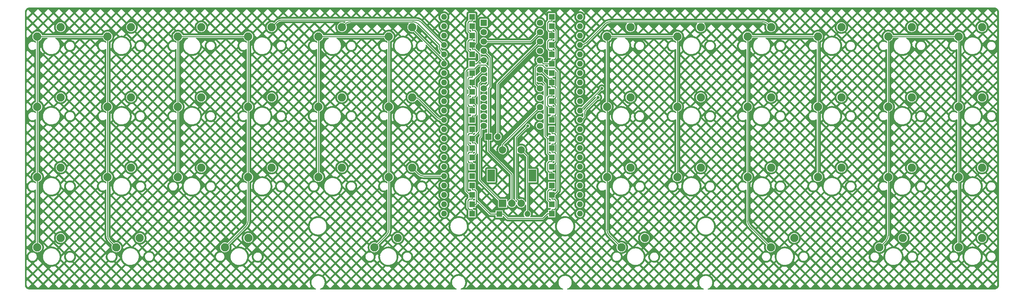
<source format=gbr>
%TF.GenerationSoftware,KiCad,Pcbnew,(6.0.7)*%
%TF.CreationDate,2023-01-10T09:57:21+01:00*%
%TF.ProjectId,skoosk pcb simple,736b6f6f-736b-4207-9063-622073696d70,rev?*%
%TF.SameCoordinates,Original*%
%TF.FileFunction,Copper,L2,Bot*%
%TF.FilePolarity,Positive*%
%FSLAX46Y46*%
G04 Gerber Fmt 4.6, Leading zero omitted, Abs format (unit mm)*
G04 Created by KiCad (PCBNEW (6.0.7)) date 2023-01-10 09:57:21*
%MOMM*%
%LPD*%
G01*
G04 APERTURE LIST*
%TA.AperFunction,ComponentPad*%
%ADD10R,1.600000X1.600000*%
%TD*%
%TA.AperFunction,ComponentPad*%
%ADD11O,1.600000X1.600000*%
%TD*%
%TA.AperFunction,ComponentPad*%
%ADD12C,2.250000*%
%TD*%
%TA.AperFunction,ComponentPad*%
%ADD13R,1.752600X1.752600*%
%TD*%
%TA.AperFunction,ComponentPad*%
%ADD14C,1.752600*%
%TD*%
%TA.AperFunction,ComponentPad*%
%ADD15R,2.000000X2.000000*%
%TD*%
%TA.AperFunction,ComponentPad*%
%ADD16C,2.000000*%
%TD*%
%TA.AperFunction,ComponentPad*%
%ADD17R,2.000000X3.200000*%
%TD*%
%TA.AperFunction,ComponentPad*%
%ADD18R,1.700000X1.700000*%
%TD*%
%TA.AperFunction,ComponentPad*%
%ADD19O,1.700000X1.700000*%
%TD*%
%TA.AperFunction,ViaPad*%
%ADD20C,0.800000*%
%TD*%
%TA.AperFunction,Conductor*%
%ADD21C,0.254000*%
%TD*%
G04 APERTURE END LIST*
D10*
%TO.P,D28,1,K*%
%TO.N,ROW5*%
X128270000Y-51689000D03*
D11*
%TO.P,D28,2,A*%
%TO.N,Net-(D28-Pad2)*%
X120650000Y-51689000D03*
%TD*%
D12*
%TO.P,MX30,1,COL*%
%TO.N,COL2*%
X105727500Y-57023000D03*
%TO.P,MX30,2,ROW*%
%TO.N,Net-(D30-Pad2)*%
X112077500Y-54483000D03*
%TD*%
D13*
%TO.P,U1,1,TX0/PD3*%
%TO.N,unconnected-(U1-Pad1)*%
X131445000Y-15194700D03*
D14*
%TO.P,U1,2,RX1/PD2*%
%TO.N,unconnected-(U1-Pad2)*%
X131445000Y-17734700D03*
%TO.P,U1,3,GND*%
%TO.N,GND*%
X131445000Y-20274700D03*
%TO.P,U1,4,GND*%
X131445000Y-22814700D03*
%TO.P,U1,5,2/PD1*%
%TO.N,ROW1*%
X131445000Y-25354700D03*
%TO.P,U1,6,3/PD0*%
%TO.N,ROW3*%
X131445000Y-27894700D03*
%TO.P,U1,7,4/PD4*%
%TO.N,ROW5*%
X131445000Y-30434700D03*
%TO.P,U1,8,5/PC6*%
%TO.N,ROW7*%
X131445000Y-32974700D03*
%TO.P,U1,9,6/PD7*%
%TO.N,COL1*%
X131445000Y-35514700D03*
%TO.P,U1,10,7/PE6*%
%TO.N,COL3*%
X131445000Y-38054700D03*
%TO.P,U1,11,8/PB4*%
%TO.N,COL5*%
X131445000Y-40594700D03*
%TO.P,U1,12,9/PB5*%
%TO.N,rotary_a*%
X131445000Y-43134700D03*
%TO.P,U1,13,10/PB6*%
%TO.N,rotary_b*%
X146685000Y-43134700D03*
%TO.P,U1,14,16/PB2*%
%TO.N,COL4*%
X146685000Y-40594700D03*
%TO.P,U1,15,14/PB3*%
%TO.N,COL2*%
X146685000Y-38054700D03*
%TO.P,U1,16,15/PB1*%
%TO.N,COL0*%
X146685000Y-35514700D03*
%TO.P,U1,17,A0/PF7*%
%TO.N,ROW6*%
X146685000Y-32974700D03*
%TO.P,U1,18,A1/PF6*%
%TO.N,ROW4*%
X146685000Y-30434700D03*
%TO.P,U1,19,A2/PF5*%
%TO.N,ROW2*%
X146685000Y-27894700D03*
%TO.P,U1,20,A3/PF4*%
%TO.N,ROW0*%
X146685000Y-25354700D03*
%TO.P,U1,21,VCC*%
%TO.N,VCC*%
X146685000Y-22814700D03*
%TO.P,U1,22,RST*%
%TO.N,Net-(SW1-Pad2)*%
X146685000Y-20274700D03*
%TO.P,U1,23,GND*%
%TO.N,GND*%
X146685000Y-17734700D03*
%TO.P,U1,24,RAW*%
%TO.N,unconnected-(U1-Pad24)*%
X146685000Y-15194700D03*
%TD*%
D12*
%TO.P,MX16,1,COL*%
%TO.N,COL1*%
X67627500Y-37973000D03*
%TO.P,MX16,2,ROW*%
%TO.N,Net-(D16-Pad2)*%
X73977500Y-35433000D03*
%TD*%
D10*
%TO.P,D3,1,K*%
%TO.N,ROW0*%
X128270000Y-18669000D03*
D11*
%TO.P,D3,2,A*%
%TO.N,Net-(D3-Pad2)*%
X120650000Y-18669000D03*
%TD*%
D12*
%TO.P,MX14,1,COL*%
%TO.N,COL0*%
X29527500Y-37973000D03*
%TO.P,MX14,2,ROW*%
%TO.N,Net-(D14-Pad2)*%
X35877500Y-35433000D03*
%TD*%
%TO.P,MX44,1,COL*%
%TO.N,COL5*%
X260096000Y-76073000D03*
%TO.P,MX44,2,ROW*%
%TO.N,Net-(D44-Pad2)*%
X266446000Y-73533000D03*
%TD*%
%TO.P,MX28,1,COL*%
%TO.N,COL1*%
X67627500Y-57023000D03*
%TO.P,MX28,2,ROW*%
%TO.N,Net-(D28-Pad2)*%
X73977500Y-54483000D03*
%TD*%
D10*
%TO.P,D14,1,K*%
%TO.N,ROW3*%
X128270000Y-31369000D03*
D11*
%TO.P,D14,2,A*%
%TO.N,Net-(D14-Pad2)*%
X120650000Y-31369000D03*
%TD*%
D10*
%TO.P,D43,1,K*%
%TO.N,ROW6*%
X149860000Y-61849000D03*
D11*
%TO.P,D43,2,A*%
%TO.N,Net-(D43-Pad2)*%
X157480000Y-61849000D03*
%TD*%
D12*
%TO.P,MX41,1,COL*%
%TO.N,COL3*%
X168741100Y-76079000D03*
%TO.P,MX41,2,ROW*%
%TO.N,Net-(D41-Pad2)*%
X175091100Y-73539000D03*
%TD*%
D10*
%TO.P,D2,1,K*%
%TO.N,ROW1*%
X128270000Y-16129000D03*
D11*
%TO.P,D2,2,A*%
%TO.N,Net-(D2-Pad2)*%
X120650000Y-16129000D03*
%TD*%
D10*
%TO.P,D23,1,K*%
%TO.N,ROW2*%
X149860000Y-31369000D03*
D11*
%TO.P,D23,2,A*%
%TO.N,Net-(D23-Pad2)*%
X157480000Y-31369000D03*
%TD*%
D12*
%TO.P,MX35,1,COL*%
%TO.N,COL5*%
X241046000Y-57023000D03*
%TO.P,MX35,2,ROW*%
%TO.N,Net-(D35-Pad2)*%
X247396000Y-54483000D03*
%TD*%
%TO.P,MX24,1,COL*%
%TO.N,COL5*%
X260096000Y-37973000D03*
%TO.P,MX24,2,ROW*%
%TO.N,Net-(D24-Pad2)*%
X266446000Y-35433000D03*
%TD*%
%TO.P,MX43,1,COL*%
%TO.N,COL5*%
X238658400Y-76073000D03*
%TO.P,MX43,2,ROW*%
%TO.N,Net-(D43-Pad2)*%
X245008400Y-73533000D03*
%TD*%
D15*
%TO.P,SW2,A,A*%
%TO.N,rotary_a*%
X136565000Y-64146000D03*
D16*
%TO.P,SW2,B,B*%
%TO.N,rotary_b*%
X141565000Y-64146000D03*
%TO.P,SW2,C,C*%
%TO.N,GND*%
X139065000Y-64146000D03*
D17*
%TO.P,SW2,MP*%
%TO.N,N/C*%
X133465000Y-56646000D03*
X144665000Y-56646000D03*
D16*
%TO.P,SW2,S1,S1*%
%TO.N,Net-(D51-Pad2)*%
X141565000Y-49646000D03*
%TO.P,SW2,S2,S2*%
%TO.N,COL2*%
X136565000Y-49646000D03*
%TD*%
D10*
%TO.P,D6,1,K*%
%TO.N,ROW1*%
X128270000Y-26289000D03*
D11*
%TO.P,D6,2,A*%
%TO.N,Net-(D6-Pad2)*%
X120650000Y-26289000D03*
%TD*%
D12*
%TO.P,MX26,1,COL*%
%TO.N,COL0*%
X29527500Y-57023000D03*
%TO.P,MX26,2,ROW*%
%TO.N,Net-(D26-Pad2)*%
X35877500Y-54483000D03*
%TD*%
D10*
%TO.P,D34,1,K*%
%TO.N,ROW5*%
X149860000Y-49149000D03*
D11*
%TO.P,D34,2,A*%
%TO.N,Net-(D34-Pad2)*%
X157480000Y-49149000D03*
%TD*%
D12*
%TO.P,MX7,1,COL*%
%TO.N,COL3*%
X164846000Y-18923000D03*
%TO.P,MX7,2,ROW*%
%TO.N,Net-(D7-Pad2)*%
X171196000Y-16383000D03*
%TD*%
D18*
%TO.P,SW1,1,1*%
%TO.N,GND*%
X132710000Y-46101000D03*
D19*
%TO.P,SW1,2,2*%
%TO.N,Net-(SW1-Pad2)*%
X135250000Y-46101000D03*
%TD*%
D12*
%TO.P,MX5,1,COL*%
%TO.N,COL2*%
X86677500Y-18923000D03*
%TO.P,MX5,2,ROW*%
%TO.N,Net-(D5-Pad2)*%
X93027500Y-16383000D03*
%TD*%
D10*
%TO.P,D5,1,K*%
%TO.N,ROW0*%
X128270000Y-23749000D03*
D11*
%TO.P,D5,2,A*%
%TO.N,Net-(D5-Pad2)*%
X120650000Y-23749000D03*
%TD*%
D12*
%TO.P,MX15,1,COL*%
%TO.N,COL1*%
X48577500Y-37973000D03*
%TO.P,MX15,2,ROW*%
%TO.N,Net-(D15-Pad2)*%
X54927500Y-35433000D03*
%TD*%
D10*
%TO.P,D40,1,K*%
%TO.N,ROW7*%
X128270000Y-66929000D03*
D11*
%TO.P,D40,2,A*%
%TO.N,Net-(D40-Pad2)*%
X120650000Y-66929000D03*
%TD*%
D10*
%TO.P,D4,1,K*%
%TO.N,ROW1*%
X128270000Y-21209000D03*
D11*
%TO.P,D4,2,A*%
%TO.N,Net-(D4-Pad2)*%
X120650000Y-21209000D03*
%TD*%
D10*
%TO.P,D24,1,K*%
%TO.N,ROW3*%
X149860000Y-28829000D03*
D11*
%TO.P,D24,2,A*%
%TO.N,Net-(D24-Pad2)*%
X157480000Y-28829000D03*
%TD*%
D12*
%TO.P,MX18,1,COL*%
%TO.N,COL2*%
X105727500Y-37973000D03*
%TO.P,MX18,2,ROW*%
%TO.N,Net-(D18-Pad2)*%
X112077500Y-35433000D03*
%TD*%
%TO.P,MX21,1,COL*%
%TO.N,COL4*%
X202946000Y-37973000D03*
%TO.P,MX21,2,ROW*%
%TO.N,Net-(D21-Pad2)*%
X209296000Y-35433000D03*
%TD*%
D10*
%TO.P,D39,1,K*%
%TO.N,ROW6*%
X128270000Y-64389000D03*
D11*
%TO.P,D39,2,A*%
%TO.N,Net-(D39-Pad2)*%
X120650000Y-64389000D03*
%TD*%
D12*
%TO.P,MX11,1,COL*%
%TO.N,COL5*%
X241046000Y-18923000D03*
%TO.P,MX11,2,ROW*%
%TO.N,Net-(D11-Pad2)*%
X247396000Y-16383000D03*
%TD*%
D10*
%TO.P,D27,1,K*%
%TO.N,ROW4*%
X128270000Y-49149000D03*
D11*
%TO.P,D27,2,A*%
%TO.N,Net-(D27-Pad2)*%
X120650000Y-49149000D03*
%TD*%
D10*
%TO.P,D30,1,K*%
%TO.N,ROW5*%
X128270000Y-56769000D03*
D11*
%TO.P,D30,2,A*%
%TO.N,Net-(D30-Pad2)*%
X120650000Y-56769000D03*
%TD*%
D10*
%TO.P,D22,1,K*%
%TO.N,ROW3*%
X149860000Y-33909000D03*
D11*
%TO.P,D22,2,A*%
%TO.N,Net-(D22-Pad2)*%
X157480000Y-33909000D03*
%TD*%
D10*
%TO.P,D18,1,K*%
%TO.N,ROW3*%
X128270000Y-41529000D03*
D11*
%TO.P,D18,2,A*%
%TO.N,Net-(D18-Pad2)*%
X120650000Y-41529000D03*
%TD*%
D12*
%TO.P,MX40,1,COL*%
%TO.N,COL2*%
X101803200Y-76073000D03*
%TO.P,MX40,2,ROW*%
%TO.N,Net-(D40-Pad2)*%
X108153200Y-73533000D03*
%TD*%
D10*
%TO.P,D21,1,K*%
%TO.N,ROW2*%
X149860000Y-36449000D03*
D11*
%TO.P,D21,2,A*%
%TO.N,Net-(D21-Pad2)*%
X157480000Y-36449000D03*
%TD*%
D10*
%TO.P,D36,1,K*%
%TO.N,ROW5*%
X149860000Y-44069000D03*
D11*
%TO.P,D36,2,A*%
%TO.N,Net-(D36-Pad2)*%
X157480000Y-44069000D03*
%TD*%
D12*
%TO.P,MX10,1,COL*%
%TO.N,COL4*%
X221996000Y-18923000D03*
%TO.P,MX10,2,ROW*%
%TO.N,Net-(D10-Pad2)*%
X228346000Y-16383000D03*
%TD*%
D10*
%TO.P,D31,1,K*%
%TO.N,ROW4*%
X149860000Y-56769000D03*
D11*
%TO.P,D31,2,A*%
%TO.N,Net-(D31-Pad2)*%
X157480000Y-56769000D03*
%TD*%
D10*
%TO.P,D32,1,K*%
%TO.N,ROW5*%
X149860000Y-54229000D03*
D11*
%TO.P,D32,2,A*%
%TO.N,Net-(D32-Pad2)*%
X157480000Y-54229000D03*
%TD*%
D12*
%TO.P,MX4,1,COL*%
%TO.N,COL1*%
X67627500Y-18923000D03*
%TO.P,MX4,2,ROW*%
%TO.N,Net-(D4-Pad2)*%
X73977500Y-16383000D03*
%TD*%
%TO.P,MX32,1,COL*%
%TO.N,COL3*%
X183896000Y-57023000D03*
%TO.P,MX32,2,ROW*%
%TO.N,Net-(D32-Pad2)*%
X190246000Y-54483000D03*
%TD*%
%TO.P,MX22,1,COL*%
%TO.N,COL4*%
X221996000Y-37973000D03*
%TO.P,MX22,2,ROW*%
%TO.N,Net-(D22-Pad2)*%
X228346000Y-35433000D03*
%TD*%
D10*
%TO.P,D35,1,K*%
%TO.N,ROW4*%
X149860000Y-46609000D03*
D11*
%TO.P,D35,2,A*%
%TO.N,Net-(D35-Pad2)*%
X157480000Y-46609000D03*
%TD*%
D10*
%TO.P,D12,1,K*%
%TO.N,ROW1*%
X149860000Y-13589000D03*
D11*
%TO.P,D12,2,A*%
%TO.N,Net-(D12-Pad2)*%
X157480000Y-13589000D03*
%TD*%
D12*
%TO.P,MX27,1,COL*%
%TO.N,COL1*%
X48577500Y-57023000D03*
%TO.P,MX27,2,ROW*%
%TO.N,Net-(D27-Pad2)*%
X54927500Y-54483000D03*
%TD*%
%TO.P,MX36,1,COL*%
%TO.N,COL5*%
X260096000Y-57023000D03*
%TO.P,MX36,2,ROW*%
%TO.N,Net-(D36-Pad2)*%
X266446000Y-54483000D03*
%TD*%
D10*
%TO.P,D9,1,K*%
%TO.N,ROW0*%
X149860000Y-21209000D03*
D11*
%TO.P,D9,2,A*%
%TO.N,Net-(D9-Pad2)*%
X157480000Y-21209000D03*
%TD*%
D12*
%TO.P,MX20,1,COL*%
%TO.N,COL3*%
X183896000Y-37973000D03*
%TO.P,MX20,2,ROW*%
%TO.N,Net-(D20-Pad2)*%
X190246000Y-35433000D03*
%TD*%
D10*
%TO.P,D15,1,K*%
%TO.N,ROW2*%
X128270000Y-33909000D03*
D11*
%TO.P,D15,2,A*%
%TO.N,Net-(D15-Pad2)*%
X120650000Y-33909000D03*
%TD*%
D10*
%TO.P,D51,1,K*%
%TO.N,ROW6*%
X135636000Y-67056000D03*
D11*
%TO.P,D51,2,A*%
%TO.N,Net-(D51-Pad2)*%
X143256000Y-67056000D03*
%TD*%
D10*
%TO.P,D7,1,K*%
%TO.N,ROW0*%
X149860000Y-26289000D03*
D11*
%TO.P,D7,2,A*%
%TO.N,Net-(D7-Pad2)*%
X157480000Y-26289000D03*
%TD*%
D12*
%TO.P,MX25,1,COL*%
%TO.N,COL0*%
X10477500Y-57023000D03*
%TO.P,MX25,2,ROW*%
%TO.N,Net-(D25-Pad2)*%
X16827500Y-54483000D03*
%TD*%
D10*
%TO.P,D33,1,K*%
%TO.N,ROW4*%
X149860000Y-51689000D03*
D11*
%TO.P,D33,2,A*%
%TO.N,Net-(D33-Pad2)*%
X157480000Y-51689000D03*
%TD*%
D10*
%TO.P,D17,1,K*%
%TO.N,ROW2*%
X128270000Y-38989000D03*
D11*
%TO.P,D17,2,A*%
%TO.N,Net-(D17-Pad2)*%
X120650000Y-38989000D03*
%TD*%
D10*
%TO.P,D16,1,K*%
%TO.N,ROW3*%
X128270000Y-36449000D03*
D11*
%TO.P,D16,2,A*%
%TO.N,Net-(D16-Pad2)*%
X120650000Y-36449000D03*
%TD*%
D12*
%TO.P,MX42,1,COL*%
%TO.N,COL4*%
X209219800Y-76073000D03*
%TO.P,MX42,2,ROW*%
%TO.N,Net-(D42-Pad2)*%
X215569800Y-73533000D03*
%TD*%
%TO.P,MX33,1,COL*%
%TO.N,COL4*%
X202946000Y-57023000D03*
%TO.P,MX33,2,ROW*%
%TO.N,Net-(D33-Pad2)*%
X209296000Y-54483000D03*
%TD*%
%TO.P,MX38,1,COL*%
%TO.N,COL0*%
X31902400Y-76073000D03*
%TO.P,MX38,2,ROW*%
%TO.N,Net-(D38-Pad2)*%
X38252400Y-73533000D03*
%TD*%
%TO.P,MX13,1,COL*%
%TO.N,COL0*%
X10477500Y-37973000D03*
%TO.P,MX13,2,ROW*%
%TO.N,Net-(D13-Pad2)*%
X16827500Y-35433000D03*
%TD*%
D10*
%TO.P,D42,1,K*%
%TO.N,ROW7*%
X149860000Y-64389000D03*
D11*
%TO.P,D42,2,A*%
%TO.N,Net-(D42-Pad2)*%
X157480000Y-64389000D03*
%TD*%
D12*
%TO.P,MX6,1,COL*%
%TO.N,COL2*%
X105727500Y-18923000D03*
%TO.P,MX6,2,ROW*%
%TO.N,Net-(D6-Pad2)*%
X112077500Y-16383000D03*
%TD*%
%TO.P,MX3,1,COL*%
%TO.N,COL1*%
X48577500Y-18923000D03*
%TO.P,MX3,2,ROW*%
%TO.N,Net-(D3-Pad2)*%
X54927500Y-16383000D03*
%TD*%
%TO.P,MX2,1,COL*%
%TO.N,COL0*%
X29527500Y-18923000D03*
%TO.P,MX2,2,ROW*%
%TO.N,Net-(D2-Pad2)*%
X35877500Y-16383000D03*
%TD*%
%TO.P,MX17,1,COL*%
%TO.N,COL2*%
X86677500Y-37973000D03*
%TO.P,MX17,2,ROW*%
%TO.N,Net-(D17-Pad2)*%
X93027500Y-35433000D03*
%TD*%
D10*
%TO.P,D11,1,K*%
%TO.N,ROW0*%
X149860000Y-16129000D03*
D11*
%TO.P,D11,2,A*%
%TO.N,Net-(D11-Pad2)*%
X157480000Y-16129000D03*
%TD*%
D12*
%TO.P,MX1,1,COL*%
%TO.N,COL0*%
X10477500Y-18923000D03*
%TO.P,MX1,2,ROW*%
%TO.N,Net-(D1-Pad2)*%
X16827500Y-16383000D03*
%TD*%
D10*
%TO.P,D25,1,K*%
%TO.N,ROW4*%
X128270000Y-44069000D03*
D11*
%TO.P,D25,2,A*%
%TO.N,Net-(D25-Pad2)*%
X120650000Y-44069000D03*
%TD*%
D12*
%TO.P,MX37,1,COL*%
%TO.N,COL0*%
X10477500Y-76073000D03*
%TO.P,MX37,2,ROW*%
%TO.N,Net-(D37-Pad2)*%
X16827500Y-73533000D03*
%TD*%
%TO.P,MX39,1,COL*%
%TO.N,COL1*%
X61315600Y-76073000D03*
%TO.P,MX39,2,ROW*%
%TO.N,Net-(D39-Pad2)*%
X67665600Y-73533000D03*
%TD*%
D10*
%TO.P,D19,1,K*%
%TO.N,ROW2*%
X149860000Y-41529000D03*
D11*
%TO.P,D19,2,A*%
%TO.N,Net-(D19-Pad2)*%
X157480000Y-41529000D03*
%TD*%
D10*
%TO.P,D8,1,K*%
%TO.N,ROW1*%
X149860000Y-23749000D03*
D11*
%TO.P,D8,2,A*%
%TO.N,Net-(D8-Pad2)*%
X157480000Y-23749000D03*
%TD*%
D12*
%TO.P,MX23,1,COL*%
%TO.N,COL5*%
X241046000Y-37973000D03*
%TO.P,MX23,2,ROW*%
%TO.N,Net-(D23-Pad2)*%
X247396000Y-35433000D03*
%TD*%
D10*
%TO.P,D44,1,K*%
%TO.N,ROW7*%
X149860000Y-59309000D03*
D11*
%TO.P,D44,2,A*%
%TO.N,Net-(D44-Pad2)*%
X157480000Y-59309000D03*
%TD*%
D12*
%TO.P,MX9,1,COL*%
%TO.N,COL4*%
X202946000Y-18923000D03*
%TO.P,MX9,2,ROW*%
%TO.N,Net-(D9-Pad2)*%
X209296000Y-16383000D03*
%TD*%
D10*
%TO.P,D20,1,K*%
%TO.N,ROW3*%
X149860000Y-38989000D03*
D11*
%TO.P,D20,2,A*%
%TO.N,Net-(D20-Pad2)*%
X157480000Y-38989000D03*
%TD*%
D12*
%TO.P,MX34,1,COL*%
%TO.N,COL4*%
X221996000Y-57023000D03*
%TO.P,MX34,2,ROW*%
%TO.N,Net-(D34-Pad2)*%
X228346000Y-54483000D03*
%TD*%
D10*
%TO.P,D26,1,K*%
%TO.N,ROW5*%
X128270000Y-46609000D03*
D11*
%TO.P,D26,2,A*%
%TO.N,Net-(D26-Pad2)*%
X120650000Y-46609000D03*
%TD*%
D10*
%TO.P,D1,1,K*%
%TO.N,ROW0*%
X128270000Y-13589000D03*
D11*
%TO.P,D1,2,A*%
%TO.N,Net-(D1-Pad2)*%
X120650000Y-13589000D03*
%TD*%
D10*
%TO.P,D13,1,K*%
%TO.N,ROW2*%
X128270000Y-28829000D03*
D11*
%TO.P,D13,2,A*%
%TO.N,Net-(D13-Pad2)*%
X120650000Y-28829000D03*
%TD*%
D12*
%TO.P,MX19,1,COL*%
%TO.N,COL3*%
X164846000Y-37973000D03*
%TO.P,MX19,2,ROW*%
%TO.N,Net-(D19-Pad2)*%
X171196000Y-35433000D03*
%TD*%
D10*
%TO.P,D29,1,K*%
%TO.N,ROW4*%
X128270000Y-54229000D03*
D11*
%TO.P,D29,2,A*%
%TO.N,Net-(D29-Pad2)*%
X120650000Y-54229000D03*
%TD*%
D12*
%TO.P,MX12,1,COL*%
%TO.N,COL5*%
X260096000Y-18923000D03*
%TO.P,MX12,2,ROW*%
%TO.N,Net-(D12-Pad2)*%
X266446000Y-16383000D03*
%TD*%
D10*
%TO.P,D10,1,K*%
%TO.N,ROW1*%
X149860000Y-18669000D03*
D11*
%TO.P,D10,2,A*%
%TO.N,Net-(D10-Pad2)*%
X157480000Y-18669000D03*
%TD*%
D10*
%TO.P,D41,1,K*%
%TO.N,ROW6*%
X149860000Y-66929000D03*
D11*
%TO.P,D41,2,A*%
%TO.N,Net-(D41-Pad2)*%
X157480000Y-66929000D03*
%TD*%
D12*
%TO.P,MX31,1,COL*%
%TO.N,COL3*%
X164846000Y-57023000D03*
%TO.P,MX31,2,ROW*%
%TO.N,Net-(D31-Pad2)*%
X171196000Y-54483000D03*
%TD*%
D10*
%TO.P,D37,1,K*%
%TO.N,ROW6*%
X128270000Y-59309000D03*
D11*
%TO.P,D37,2,A*%
%TO.N,Net-(D37-Pad2)*%
X120650000Y-59309000D03*
%TD*%
D12*
%TO.P,MX29,1,COL*%
%TO.N,COL2*%
X86677500Y-57023000D03*
%TO.P,MX29,2,ROW*%
%TO.N,Net-(D29-Pad2)*%
X93027500Y-54483000D03*
%TD*%
%TO.P,MX8,1,COL*%
%TO.N,COL3*%
X183896000Y-18923000D03*
%TO.P,MX8,2,ROW*%
%TO.N,Net-(D8-Pad2)*%
X190246000Y-16383000D03*
%TD*%
D10*
%TO.P,D38,1,K*%
%TO.N,ROW7*%
X128270000Y-61849000D03*
D11*
%TO.P,D38,2,A*%
%TO.N,Net-(D38-Pad2)*%
X120650000Y-61849000D03*
%TD*%
D20*
%TO.N,Net-(D19-Pad2)*%
X162433000Y-35433000D03*
%TO.N,Net-(D20-Pad2)*%
X163449000Y-33020000D03*
%TO.N,rotary_b*%
X143373800Y-43134700D03*
%TD*%
D21*
%TO.N,COL0*%
X10477500Y-76073000D02*
X10477500Y-57023000D01*
X10477500Y-18923000D02*
X10477500Y-37973000D01*
X29527500Y-37973000D02*
X29527500Y-57023000D01*
X30113287Y-74283887D02*
X31902400Y-76073000D01*
X10477500Y-37973000D02*
X10477500Y-57023000D01*
X29527500Y-57023000D02*
X29527500Y-72869673D01*
X29527500Y-18923000D02*
X29527500Y-37973000D01*
X10477500Y-18923000D02*
X29527500Y-18923000D01*
X29527520Y-72869673D02*
G75*
G03*
X30113288Y-74283886I1999980J-27D01*
G01*
%TO.N,ROW0*%
X150987100Y-22336100D02*
X150987100Y-24739300D01*
X127565500Y-19796100D02*
X128270000Y-19796100D01*
X127142800Y-17541800D02*
X128270000Y-18669000D01*
X149860000Y-21209000D02*
X150987100Y-22336100D01*
X150987200Y-17256200D02*
X150987200Y-20081800D01*
X147619300Y-26289000D02*
X146685000Y-25354700D01*
X149860000Y-26289000D02*
X149860000Y-25161900D01*
X127142900Y-22621900D02*
X127142900Y-20218700D01*
X128270000Y-23749000D02*
X127142900Y-22621900D01*
X127142800Y-15138900D02*
X127142800Y-17541800D01*
X150564500Y-25161900D02*
X149860000Y-25161900D01*
X150987100Y-24739300D02*
X150564500Y-25161900D01*
X150987200Y-20081800D02*
X149860000Y-21209000D01*
X128270000Y-18669000D02*
X128270000Y-19796100D01*
X127142900Y-20218700D02*
X127565500Y-19796100D01*
X149860000Y-26289000D02*
X147619300Y-26289000D01*
X149860000Y-16129000D02*
X150987200Y-17256200D01*
X128270000Y-14716100D02*
X127565600Y-14716100D01*
X128270000Y-13589000D02*
X128270000Y-14716100D01*
X127565600Y-14716100D02*
X127142800Y-15138900D01*
%TO.N,COL1*%
X67627500Y-18923000D02*
X67627500Y-37973000D01*
X67627500Y-68932673D02*
X67627500Y-57023000D01*
X48577500Y-57023000D02*
X48577500Y-37973000D01*
X48577500Y-18923000D02*
X48577500Y-37973000D01*
X61315600Y-76073000D02*
X67041714Y-70346886D01*
X48577500Y-18923000D02*
X67627500Y-18923000D01*
X67627500Y-57023000D02*
X67627500Y-37973000D01*
X67041728Y-70346900D02*
G75*
G03*
X67627500Y-68932673I-1414228J1414200D01*
G01*
%TO.N,ROW1*%
X149860000Y-18669000D02*
X149860000Y-19796100D01*
X149155500Y-14716100D02*
X149860000Y-14716100D01*
X149155500Y-19796100D02*
X149860000Y-19796100D01*
X128270000Y-22336100D02*
X128974500Y-22336100D01*
X130331400Y-23693000D02*
X130331400Y-25354700D01*
X128270000Y-21772500D02*
X129397100Y-20645400D01*
X128270000Y-16129000D02*
X128270000Y-17256100D01*
X128270000Y-21209000D02*
X128270000Y-21772500D01*
X128270000Y-21772500D02*
X128270000Y-22336100D01*
X129397100Y-17678700D02*
X128974500Y-17256100D01*
X149860000Y-22621900D02*
X149155600Y-22621900D01*
X148732900Y-17119200D02*
X148732900Y-15138700D01*
X149155600Y-17541900D02*
X148732900Y-17119200D01*
X129397100Y-20645400D02*
X129397100Y-17678700D01*
X148732900Y-15138700D02*
X149155500Y-14716100D01*
X149860000Y-18669000D02*
X149860000Y-17541900D01*
X128270000Y-26289000D02*
X129397100Y-26289000D01*
X128974500Y-17256100D02*
X128270000Y-17256100D01*
X148732900Y-22199200D02*
X148732900Y-20218700D01*
X149860000Y-23749000D02*
X149860000Y-22621900D01*
X148732900Y-20218700D02*
X149155500Y-19796100D01*
X149860000Y-17541900D02*
X149155600Y-17541900D01*
X149860000Y-13589000D02*
X149860000Y-14716100D01*
X149155600Y-22621900D02*
X148732900Y-22199200D01*
X131445000Y-25354700D02*
X130331400Y-25354700D01*
X130331400Y-25354700D02*
X129397100Y-26289000D01*
X128974500Y-22336100D02*
X130331400Y-23693000D01*
%TO.N,COL2*%
X105727500Y-37973000D02*
X105727500Y-57023000D01*
X146685000Y-38054700D02*
X136565000Y-48174700D01*
X86677500Y-18923000D02*
X105727500Y-18923000D01*
X105727500Y-57023000D02*
X105727500Y-71320273D01*
X105141713Y-72734487D02*
X101803200Y-76073000D01*
X105727500Y-18923000D02*
X105727500Y-37973000D01*
X136565000Y-48174700D02*
X136565000Y-49646000D01*
X86677500Y-57023000D02*
X86677500Y-37973000D01*
X86677500Y-37973000D02*
X86677500Y-18923000D01*
X105727480Y-71320273D02*
G75*
G02*
X105141712Y-72734486I-1999980J-27D01*
G01*
%TO.N,Net-(D4-Pad2)*%
X73977500Y-16383000D02*
X75311914Y-15048586D01*
X114489587Y-15048587D02*
X120650000Y-21209000D01*
X76726127Y-14462800D02*
X113075373Y-14462800D01*
X113075373Y-14462820D02*
G75*
G02*
X114489586Y-15048588I27J-1999980D01*
G01*
X75311900Y-15048572D02*
G75*
G02*
X76726127Y-14462800I1414200J-1414228D01*
G01*
%TO.N,COL3*%
X165431787Y-72769687D02*
X168741100Y-76079000D01*
X183896000Y-37973000D02*
X183896000Y-57023000D01*
X164846000Y-37973000D02*
X164846000Y-57023000D01*
X164846000Y-18923000D02*
X183896000Y-18923000D01*
X164846000Y-37973000D02*
X164846000Y-18923000D01*
X164846000Y-57023000D02*
X164846000Y-71355473D01*
X183896000Y-18923000D02*
X183896000Y-37973000D01*
X165431773Y-72769701D02*
G75*
G02*
X164846000Y-71355473I1414227J1414201D01*
G01*
%TO.N,Net-(D5-Pad2)*%
X93027500Y-16383000D02*
X93907813Y-15502687D01*
X113673687Y-15502687D02*
X119380000Y-21209000D01*
X119380000Y-21209000D02*
X119380000Y-21650573D01*
X120650000Y-23749000D02*
X119965786Y-23064786D01*
X95322027Y-14916900D02*
X112259473Y-14916900D01*
X119380020Y-21650573D02*
G75*
G03*
X119965787Y-23064785I1999980J-27D01*
G01*
X113673701Y-15502673D02*
G75*
G03*
X112259473Y-14916900I-1414201J-1414227D01*
G01*
X95322027Y-14916920D02*
G75*
G03*
X93907814Y-15502688I-27J-1999980D01*
G01*
%TO.N,Net-(D6-Pad2)*%
X112077500Y-16383000D02*
X112077500Y-16823000D01*
X120650000Y-26289000D02*
X120650000Y-25161900D01*
X120416400Y-25161900D02*
X120650000Y-25161900D01*
X112077500Y-16823000D02*
X120416400Y-25161900D01*
%TO.N,COL4*%
X202946000Y-18923000D02*
X202946000Y-37973000D01*
X202946000Y-37973000D02*
X202946000Y-57023000D01*
X221996000Y-18923000D02*
X221996000Y-37973000D01*
X202946000Y-57023000D02*
X202946000Y-68970773D01*
X203531787Y-70384987D02*
X209219800Y-76073000D01*
X202946000Y-18923000D02*
X221996000Y-18923000D01*
X221996000Y-37973000D02*
X221996000Y-57023000D01*
X202946020Y-68970773D02*
G75*
G03*
X203531788Y-70384986I1999980J-27D01*
G01*
%TO.N,COL5*%
X241046000Y-18923000D02*
X260096000Y-18923000D01*
X241046000Y-37973000D02*
X241046000Y-57023000D01*
X241046000Y-18923000D02*
X241046000Y-37973000D01*
X260096000Y-57023000D02*
X260096000Y-76073000D01*
X238658400Y-76073000D02*
X240460214Y-74271186D01*
X241046000Y-72856973D02*
X241046000Y-57023000D01*
X260096000Y-37973000D02*
X260096000Y-57023000D01*
X260096000Y-18923000D02*
X260096000Y-37973000D01*
X240460228Y-74271200D02*
G75*
G03*
X241046000Y-72856973I-1414228J1414200D01*
G01*
%TO.N,Net-(D9-Pad2)*%
X159192887Y-20623213D02*
X164307914Y-15508186D01*
X165722127Y-14922400D02*
X207006973Y-14922400D01*
X157480000Y-21209000D02*
X157778673Y-21209000D01*
X208421187Y-15508187D02*
X209296000Y-16383000D01*
X159192901Y-20623227D02*
G75*
G02*
X157778673Y-21209000I-1414201J1414227D01*
G01*
X207006973Y-14922420D02*
G75*
G02*
X208421186Y-15508188I27J-1999980D01*
G01*
X164307900Y-15508172D02*
G75*
G02*
X165722127Y-14922400I1414200J-1414228D01*
G01*
%TO.N,Net-(D18-Pad2)*%
X112598473Y-35433000D02*
X112077500Y-35433000D01*
X120650000Y-41529000D02*
X120351327Y-41529000D01*
X118937113Y-40943213D02*
X114012686Y-36018786D01*
X120351327Y-41528980D02*
G75*
G02*
X118937114Y-40943212I-27J1999980D01*
G01*
X112598473Y-35433020D02*
G75*
G02*
X114012685Y-36018787I27J-1999980D01*
G01*
%TO.N,Net-(D19-Pad2)*%
X158750000Y-39944427D02*
X158750000Y-40767000D01*
X157988000Y-41529000D02*
X157480000Y-41529000D01*
X158750000Y-40767000D02*
X157988000Y-41529000D01*
X162433000Y-35433000D02*
X159335786Y-38530214D01*
X159335772Y-38530200D02*
G75*
G03*
X158750000Y-39944427I1414228J-1414200D01*
G01*
%TO.N,Net-(D20-Pad2)*%
X157480000Y-38989000D02*
X163449000Y-33020000D01*
%TO.N,Net-(D30-Pad2)*%
X113777713Y-56183213D02*
X112077500Y-54483000D01*
X120650000Y-56769000D02*
X115191927Y-56769000D01*
X115191927Y-56768980D02*
G75*
G02*
X113777714Y-56183212I-27J1999980D01*
G01*
%TO.N,ROW2*%
X128270000Y-33909000D02*
X127142900Y-35036100D01*
X150987200Y-39979100D02*
X150987200Y-37576200D01*
X149860000Y-31369000D02*
X149860000Y-32496100D01*
X149860000Y-40401900D02*
X150564400Y-40401900D01*
X127565600Y-29956100D02*
X127102600Y-30419100D01*
X149032200Y-30241900D02*
X149860000Y-30241900D01*
X127102600Y-32741600D02*
X128270000Y-33909000D01*
X127565500Y-37861900D02*
X128270000Y-37861900D01*
X128270000Y-28829000D02*
X128270000Y-29956100D01*
X127102600Y-30419100D02*
X127102600Y-32741600D01*
X128270000Y-29956100D02*
X127565600Y-29956100D01*
X149860000Y-31369000D02*
X149860000Y-30241900D01*
X150987200Y-37576200D02*
X149860000Y-36449000D01*
X128270000Y-38989000D02*
X128270000Y-37861900D01*
X150987100Y-35321900D02*
X150987100Y-32918700D01*
X127142900Y-35036100D02*
X127142900Y-37439300D01*
X150987100Y-32918700D02*
X150564500Y-32496100D01*
X149860000Y-41529000D02*
X149860000Y-40401900D01*
X127142900Y-37439300D02*
X127565500Y-37861900D01*
X150564400Y-40401900D02*
X150987200Y-39979100D01*
X150564500Y-32496100D02*
X149860000Y-32496100D01*
X146685000Y-27894700D02*
X149032200Y-30241900D01*
X149860000Y-36449000D02*
X150987100Y-35321900D01*
%TO.N,ROW3*%
X128270000Y-31369000D02*
X128270000Y-31069700D01*
X149860000Y-33909000D02*
X149860000Y-35036100D01*
X128270000Y-41529000D02*
X128270000Y-40401900D01*
X128270000Y-31932500D02*
X128270000Y-31369000D01*
X128270000Y-36449000D02*
X129397100Y-37576100D01*
X129397100Y-34899300D02*
X128974500Y-35321900D01*
X129397100Y-37576100D02*
X129397100Y-39979300D01*
X149155600Y-37861900D02*
X148732900Y-37439200D01*
X149860000Y-38989000D02*
X149860000Y-37861900D01*
X128270000Y-31069700D02*
X131445000Y-27894700D01*
X148732900Y-37439200D02*
X148732900Y-35458700D01*
X128270000Y-36449000D02*
X128270000Y-35321900D01*
X128974400Y-32496100D02*
X129397100Y-32918800D01*
X129397100Y-32918800D02*
X129397100Y-34899300D01*
X148732900Y-35458700D02*
X149155500Y-35036100D01*
X128270000Y-31932500D02*
X128270000Y-32496100D01*
X129397100Y-39979300D02*
X128974500Y-40401900D01*
X149155500Y-35036100D02*
X149860000Y-35036100D01*
X149860000Y-37861900D02*
X149155600Y-37861900D01*
X128270000Y-32496100D02*
X128974400Y-32496100D01*
X128974500Y-35321900D02*
X128270000Y-35321900D01*
X128974500Y-40401900D02*
X128270000Y-40401900D01*
%TO.N,ROW4*%
X128270000Y-53101900D02*
X127565600Y-53101900D01*
X127142900Y-50698700D02*
X127565500Y-50276100D01*
X149860000Y-51689000D02*
X149860000Y-52816100D01*
X128270000Y-49149000D02*
X128270000Y-50276100D01*
X148732900Y-46609000D02*
X148732900Y-50561900D01*
X128270000Y-45196100D02*
X127565600Y-45196100D01*
X149860000Y-56769000D02*
X149860000Y-55641900D01*
X128270000Y-44069000D02*
X128270000Y-45196100D01*
X149860000Y-52816100D02*
X149155600Y-52816100D01*
X148021500Y-31771200D02*
X148021500Y-45897600D01*
X127142900Y-52679200D02*
X127142900Y-50698700D01*
X148021500Y-45897600D02*
X148732900Y-46609000D01*
X148732900Y-55219300D02*
X149155500Y-55641900D01*
X148732900Y-50561900D02*
X149860000Y-51689000D01*
X149155600Y-52816100D02*
X148732900Y-53238800D01*
X127142800Y-45618900D02*
X127142800Y-48021800D01*
X127565500Y-50276100D02*
X128270000Y-50276100D01*
X128270000Y-54229000D02*
X128270000Y-53101900D01*
X127565600Y-45196100D02*
X127142800Y-45618900D01*
X127142800Y-48021800D02*
X128270000Y-49149000D01*
X127565600Y-53101900D02*
X127142900Y-52679200D01*
X149860000Y-46609000D02*
X148732900Y-46609000D01*
X148732900Y-53238800D02*
X148732900Y-55219300D01*
X146685000Y-30434700D02*
X148021500Y-31771200D01*
X149155500Y-55641900D02*
X149860000Y-55641900D01*
%TO.N,Net-(D51-Pad2)*%
X143256000Y-51337000D02*
X143256000Y-67056000D01*
X141565000Y-49646000D02*
X143256000Y-51337000D01*
%TO.N,ROW6*%
X149860000Y-66929000D02*
X148732900Y-66929000D01*
X148152700Y-27464700D02*
X147365200Y-26677200D01*
X128270000Y-64389000D02*
X129397100Y-64389000D01*
X147452000Y-68209900D02*
X148732900Y-66929000D01*
X150564500Y-62976100D02*
X149860000Y-62976100D01*
X145446100Y-31735800D02*
X146685000Y-32974700D01*
X135636000Y-67056000D02*
X133191400Y-67056000D01*
X147365200Y-26677200D02*
X146129400Y-26677200D01*
X149860000Y-62412500D02*
X151493700Y-60778800D01*
X136763100Y-67056000D02*
X137917000Y-68209900D01*
X133191400Y-67056000D02*
X129397200Y-63261800D01*
X149860000Y-62412500D02*
X149860000Y-62976100D01*
X128270000Y-60436100D02*
X128974400Y-60436100D01*
X145446100Y-27360500D02*
X145446100Y-31735800D01*
X135636000Y-67056000D02*
X136763100Y-67056000D01*
X150594000Y-27464700D02*
X148152700Y-27464700D01*
X128270000Y-59309000D02*
X128270000Y-60436100D01*
X128974400Y-60436100D02*
X129397200Y-60858900D01*
X149860000Y-66929000D02*
X149860000Y-65801900D01*
X129397200Y-60858900D02*
X129397200Y-63261800D01*
X150987100Y-65379200D02*
X150987100Y-63398700D01*
X137917000Y-68209900D02*
X147452000Y-68209900D01*
X129397100Y-63261900D02*
X129397100Y-64389000D01*
X129397200Y-63261800D02*
X129397100Y-63261900D01*
X149860000Y-61849000D02*
X149860000Y-62412500D01*
X151493700Y-60778800D02*
X151493700Y-28364400D01*
X146129400Y-26677200D02*
X145446100Y-27360500D01*
X150564400Y-65801900D02*
X150987100Y-65379200D01*
X150987100Y-63398700D02*
X150564500Y-62976100D01*
X149860000Y-65801900D02*
X150564400Y-65801900D01*
X151493700Y-28364400D02*
X150594000Y-27464700D01*
%TO.N,ROW7*%
X131940600Y-26624700D02*
X132686600Y-27370700D01*
X128270000Y-66929000D02*
X128270000Y-65801900D01*
X130005200Y-26624700D02*
X131940600Y-26624700D01*
X126648400Y-60790900D02*
X126648400Y-28297200D01*
X128270000Y-61849000D02*
X128270000Y-62412500D01*
X128270000Y-62976100D02*
X127565600Y-62976100D01*
X128928100Y-27701800D02*
X130005200Y-26624700D01*
X148732800Y-63261800D02*
X149860000Y-64389000D01*
X126648400Y-28297200D02*
X127243800Y-27701800D01*
X128270000Y-62412500D02*
X128270000Y-62976100D01*
X132686600Y-31733100D02*
X131445000Y-32974700D01*
X127142900Y-63398800D02*
X127142900Y-65379300D01*
X128270000Y-62412500D02*
X126648400Y-60790900D01*
X127565600Y-62976100D02*
X127142900Y-63398800D01*
X148732800Y-60858900D02*
X148732800Y-63261800D01*
X127243800Y-27701800D02*
X128928100Y-27701800D01*
X127565500Y-65801900D02*
X128270000Y-65801900D01*
X149860000Y-59309000D02*
X149860000Y-60436100D01*
X149860000Y-60436100D02*
X149155600Y-60436100D01*
X132686600Y-27370700D02*
X132686600Y-31733100D01*
X149155600Y-60436100D02*
X148732800Y-60858900D01*
X127142900Y-65379300D02*
X127565500Y-65801900D01*
%TO.N,GND*%
X132710000Y-49938700D02*
X139065000Y-56293700D01*
X132710000Y-33026700D02*
X132710000Y-46101000D01*
X132686600Y-33003300D02*
X132710000Y-33026700D01*
X139065000Y-56293700D02*
X139065000Y-64146000D01*
X132710000Y-46101000D02*
X132710000Y-49938700D01*
X131445000Y-22814700D02*
X133165800Y-24535500D01*
X133165800Y-32524100D02*
X132686600Y-33003300D01*
X144145000Y-20274700D02*
X131445000Y-20274700D01*
X146685000Y-17734700D02*
X144145000Y-20274700D01*
X133165800Y-24535500D02*
X133165800Y-32524100D01*
%TO.N,Net-(SW1-Pad2)*%
X146685000Y-20274700D02*
X135250000Y-31709700D01*
X135250000Y-31709700D02*
X135250000Y-46101000D01*
%TO.N,rotary_a*%
X130238700Y-46424500D02*
X130238700Y-57819700D01*
X130692800Y-43886900D02*
X130692800Y-45970400D01*
X130692800Y-45970400D02*
X130238700Y-46424500D01*
X130238700Y-57819700D02*
X136565000Y-64146000D01*
X131445000Y-43134700D02*
X130692800Y-43886900D01*
%TO.N,rotary_b*%
X143373800Y-43134700D02*
X140208000Y-46300500D01*
X140208000Y-62789000D02*
X141565000Y-64146000D01*
X140208000Y-46300500D02*
X140208000Y-62789000D01*
%TO.N,ROW5*%
X128270000Y-46609000D02*
X128270000Y-47736100D01*
X130146900Y-31732800D02*
X131445000Y-30434700D01*
X150564400Y-45196100D02*
X150987100Y-45618800D01*
X130146900Y-44732100D02*
X130146900Y-31732800D01*
X149860000Y-49149000D02*
X149860000Y-48021900D01*
X150987200Y-50698900D02*
X150987200Y-53101800D01*
X129402000Y-48163700D02*
X129402000Y-50557000D01*
X149860000Y-50276100D02*
X150564400Y-50276100D01*
X149860000Y-45196100D02*
X150564400Y-45196100D01*
X150564400Y-50276100D02*
X150987200Y-50698900D01*
X149860000Y-49149000D02*
X149860000Y-50276100D01*
X128270000Y-46609000D02*
X130146900Y-44732100D01*
X150564500Y-48021900D02*
X149860000Y-48021900D01*
X128974400Y-47736100D02*
X129402000Y-48163700D01*
X150987100Y-47599300D02*
X150564500Y-48021900D01*
X129402000Y-50557000D02*
X128270000Y-51689000D01*
X128270000Y-47736100D02*
X128974400Y-47736100D01*
X150987100Y-45618800D02*
X150987100Y-47599300D01*
X149860000Y-44069000D02*
X149860000Y-45196100D01*
X150987200Y-53101800D02*
X149860000Y-54229000D01*
%TD*%
%TA.AperFunction,NonConductor*%
G36*
X113513572Y-15815525D02*
G01*
X113547612Y-15839766D01*
X116282961Y-18575116D01*
X119015595Y-21307750D01*
X119049621Y-21370062D01*
X119052500Y-21396845D01*
X119052500Y-21610899D01*
X119050585Y-21632778D01*
X119047448Y-21650569D01*
X119049361Y-21661422D01*
X119049361Y-21664826D01*
X119049927Y-21669711D01*
X119063507Y-21911576D01*
X119076259Y-21986635D01*
X119106473Y-22164472D01*
X119107293Y-22169301D01*
X119179660Y-22420503D01*
X119181013Y-22423770D01*
X119181016Y-22423778D01*
X119243727Y-22575178D01*
X119279698Y-22662023D01*
X119406148Y-22890823D01*
X119408190Y-22893701D01*
X119408195Y-22893709D01*
X119547973Y-23090711D01*
X119557421Y-23104027D01*
X119674972Y-23235570D01*
X119692206Y-23254855D01*
X119722683Y-23318978D01*
X119718356Y-23376912D01*
X119666628Y-23539978D01*
X119659303Y-23605280D01*
X119654562Y-23647547D01*
X119627091Y-23713014D01*
X119568587Y-23753236D01*
X119497625Y-23755443D01*
X119440252Y-23722597D01*
X116537741Y-20820086D01*
X117242017Y-20820086D01*
X118304092Y-21882161D01*
X118551363Y-21634890D01*
X118551363Y-21628671D01*
X118551843Y-21617692D01*
X118554500Y-21587333D01*
X118554500Y-21550931D01*
X117532836Y-20529267D01*
X117242017Y-20820086D01*
X116537741Y-20820086D01*
X115123528Y-19405873D01*
X115827804Y-19405873D01*
X116889879Y-20467948D01*
X117180698Y-20177129D01*
X116118624Y-19115054D01*
X115827804Y-19405873D01*
X115123528Y-19405873D01*
X113709314Y-17991659D01*
X114413590Y-17991659D01*
X115475665Y-19053734D01*
X115766485Y-18762915D01*
X114704409Y-17700840D01*
X114413590Y-17991659D01*
X113709314Y-17991659D01*
X113113525Y-17395870D01*
X113079499Y-17333558D01*
X113084564Y-17262743D01*
X113099407Y-17234505D01*
X113226641Y-17052795D01*
X113226644Y-17052789D01*
X113229801Y-17048281D01*
X113232124Y-17043299D01*
X113232127Y-17043294D01*
X113294843Y-16908799D01*
X113327820Y-16838079D01*
X113387849Y-16614050D01*
X113408063Y-16383000D01*
X113387849Y-16151950D01*
X113336810Y-15961472D01*
X113338500Y-15890496D01*
X113378294Y-15831700D01*
X113443558Y-15803752D01*
X113513572Y-15815525D01*
G37*
%TD.AperFunction*%
%TA.AperFunction,NonConductor*%
G36*
X161747734Y-35288588D02*
G01*
X161804569Y-35331135D01*
X161829380Y-35397655D01*
X161828623Y-35423086D01*
X161827318Y-35433000D01*
X161835587Y-35495806D01*
X161835789Y-35497343D01*
X161824850Y-35567491D01*
X161799962Y-35602884D01*
X159132265Y-38270581D01*
X159115442Y-38284698D01*
X159100634Y-38295067D01*
X159094313Y-38304095D01*
X159091780Y-38306628D01*
X159089040Y-38310087D01*
X159004530Y-38404656D01*
X158927405Y-38490960D01*
X158776131Y-38704166D01*
X158774423Y-38707256D01*
X158774422Y-38707258D01*
X158701311Y-38839547D01*
X158650854Y-38889493D01*
X158581404Y-38904232D01*
X158515011Y-38879083D01*
X158472754Y-38822031D01*
X158467432Y-38803076D01*
X158466795Y-38799861D01*
X158466194Y-38793728D01*
X158442496Y-38715236D01*
X158411980Y-38614160D01*
X158411439Y-38543165D01*
X158443507Y-38488647D01*
X161614606Y-35317549D01*
X161676918Y-35283523D01*
X161747734Y-35288588D01*
G37*
%TD.AperFunction*%
%TA.AperFunction,NonConductor*%
G36*
X150413276Y-17149502D02*
G01*
X150434250Y-17166405D01*
X150622795Y-17354950D01*
X150656821Y-17417262D01*
X150659700Y-17444045D01*
X150659700Y-17542500D01*
X150639698Y-17610621D01*
X150586042Y-17657114D01*
X150533700Y-17668500D01*
X150313500Y-17668500D01*
X150245379Y-17648498D01*
X150198886Y-17594842D01*
X150187500Y-17542500D01*
X150187500Y-17484153D01*
X150183730Y-17473794D01*
X150183729Y-17473791D01*
X150181320Y-17467173D01*
X150175634Y-17445953D01*
X150175406Y-17444662D01*
X150172497Y-17428161D01*
X150165559Y-17416145D01*
X150163460Y-17412508D01*
X150154179Y-17392604D01*
X150151769Y-17385983D01*
X150151767Y-17385980D01*
X150147998Y-17375624D01*
X150136381Y-17361779D01*
X150123787Y-17343792D01*
X150120263Y-17337688D01*
X150120261Y-17337686D01*
X150114751Y-17328142D01*
X150115432Y-17327749D01*
X150090794Y-17271451D01*
X150102011Y-17201346D01*
X150149349Y-17148435D01*
X150215780Y-17129500D01*
X150345155Y-17129500D01*
X150413276Y-17149502D01*
G37*
%TD.AperFunction*%
%TA.AperFunction,NonConductor*%
G36*
X127884621Y-17149502D02*
G01*
X127931114Y-17203158D01*
X127942500Y-17255500D01*
X127942500Y-17313847D01*
X127946270Y-17324206D01*
X127946271Y-17324209D01*
X127948680Y-17330827D01*
X127954366Y-17352047D01*
X127957503Y-17369839D01*
X127963016Y-17379387D01*
X127966540Y-17385492D01*
X127975821Y-17405396D01*
X127978231Y-17412017D01*
X127978233Y-17412020D01*
X127982002Y-17422376D01*
X127989085Y-17430817D01*
X127989086Y-17430819D01*
X127993619Y-17436221D01*
X128006213Y-17454208D01*
X128012542Y-17465170D01*
X128015249Y-17469858D01*
X128014568Y-17470251D01*
X128039206Y-17526549D01*
X128027989Y-17596654D01*
X127980651Y-17649565D01*
X127914220Y-17668500D01*
X127784844Y-17668500D01*
X127716723Y-17648498D01*
X127695749Y-17631595D01*
X127507205Y-17443051D01*
X127473179Y-17380739D01*
X127470300Y-17353956D01*
X127470300Y-17255500D01*
X127490302Y-17187379D01*
X127543958Y-17140886D01*
X127596300Y-17129500D01*
X127816500Y-17129500D01*
X127884621Y-17149502D01*
G37*
%TD.AperFunction*%
%TA.AperFunction,NonConductor*%
G36*
X150601821Y-19689502D02*
G01*
X150648314Y-19743158D01*
X150659700Y-19795500D01*
X150659700Y-19893955D01*
X150639698Y-19962076D01*
X150622795Y-19983050D01*
X150434250Y-20171595D01*
X150371938Y-20205621D01*
X150345155Y-20208500D01*
X150215780Y-20208500D01*
X150147659Y-20188498D01*
X150101166Y-20134842D01*
X150091062Y-20064568D01*
X150115366Y-20010213D01*
X150114751Y-20009858D01*
X150117591Y-20004940D01*
X150120852Y-19999292D01*
X150123787Y-19994208D01*
X150136381Y-19976221D01*
X150140914Y-19970819D01*
X150140915Y-19970817D01*
X150147998Y-19962376D01*
X150151767Y-19952020D01*
X150151769Y-19952017D01*
X150154179Y-19945396D01*
X150163460Y-19925492D01*
X150166984Y-19919387D01*
X150172497Y-19909839D01*
X150175634Y-19892047D01*
X150181320Y-19870827D01*
X150183729Y-19864209D01*
X150183730Y-19864206D01*
X150187500Y-19853847D01*
X150187500Y-19795500D01*
X150207502Y-19727379D01*
X150261158Y-19680886D01*
X150313500Y-19669500D01*
X150533700Y-19669500D01*
X150601821Y-19689502D01*
G37*
%TD.AperFunction*%
%TA.AperFunction,NonConductor*%
G36*
X129011721Y-19689502D02*
G01*
X129058214Y-19743158D01*
X129069600Y-19795500D01*
X129069600Y-20082500D01*
X129049598Y-20150621D01*
X128995942Y-20197114D01*
X128943600Y-20208500D01*
X128625780Y-20208500D01*
X128557659Y-20188498D01*
X128511166Y-20134842D01*
X128501062Y-20064568D01*
X128525366Y-20010213D01*
X128524751Y-20009858D01*
X128527591Y-20004940D01*
X128530852Y-19999292D01*
X128533787Y-19994208D01*
X128546381Y-19976221D01*
X128550914Y-19970819D01*
X128550915Y-19970817D01*
X128557998Y-19962376D01*
X128561767Y-19952020D01*
X128561769Y-19952017D01*
X128564179Y-19945396D01*
X128573460Y-19925492D01*
X128576984Y-19919387D01*
X128582497Y-19909839D01*
X128585634Y-19892047D01*
X128591320Y-19870827D01*
X128593729Y-19864209D01*
X128593730Y-19864206D01*
X128597500Y-19853847D01*
X128597500Y-19795500D01*
X128617502Y-19727379D01*
X128671158Y-19680886D01*
X128723500Y-19669500D01*
X128943600Y-19669500D01*
X129011721Y-19689502D01*
G37*
%TD.AperFunction*%
%TA.AperFunction,NonConductor*%
G36*
X150413276Y-22229502D02*
G01*
X150434250Y-22246405D01*
X150622695Y-22434850D01*
X150656721Y-22497162D01*
X150659600Y-22523945D01*
X150659600Y-22622500D01*
X150639598Y-22690621D01*
X150585942Y-22737114D01*
X150533600Y-22748500D01*
X150313500Y-22748500D01*
X150245379Y-22728498D01*
X150198886Y-22674842D01*
X150187500Y-22622500D01*
X150187500Y-22564153D01*
X150183730Y-22553794D01*
X150183729Y-22553791D01*
X150181320Y-22547173D01*
X150175634Y-22525953D01*
X150175140Y-22523151D01*
X150172497Y-22508161D01*
X150164140Y-22493686D01*
X150163460Y-22492508D01*
X150154179Y-22472604D01*
X150151769Y-22465983D01*
X150151767Y-22465980D01*
X150147998Y-22455624D01*
X150137662Y-22443305D01*
X150136381Y-22441779D01*
X150123787Y-22423792D01*
X150120263Y-22417688D01*
X150120261Y-22417686D01*
X150114751Y-22408142D01*
X150115432Y-22407749D01*
X150090794Y-22351451D01*
X150102011Y-22281346D01*
X150149349Y-22228435D01*
X150215780Y-22209500D01*
X150345155Y-22209500D01*
X150413276Y-22229502D01*
G37*
%TD.AperFunction*%
%TA.AperFunction,NonConductor*%
G36*
X127884621Y-22229502D02*
G01*
X127931114Y-22283158D01*
X127942500Y-22335500D01*
X127942500Y-22393847D01*
X127946270Y-22404206D01*
X127946271Y-22404209D01*
X127948680Y-22410827D01*
X127954366Y-22432047D01*
X127957503Y-22449839D01*
X127963016Y-22459387D01*
X127966540Y-22465492D01*
X127975821Y-22485396D01*
X127978231Y-22492017D01*
X127978233Y-22492020D01*
X127982002Y-22502376D01*
X127989085Y-22510817D01*
X127989086Y-22510819D01*
X127993619Y-22516221D01*
X128006213Y-22534208D01*
X128009731Y-22540300D01*
X128013634Y-22547061D01*
X128015249Y-22549858D01*
X128014568Y-22550251D01*
X128039206Y-22606549D01*
X128027989Y-22676654D01*
X127980651Y-22729565D01*
X127914220Y-22748500D01*
X127784844Y-22748500D01*
X127716723Y-22728498D01*
X127695749Y-22711595D01*
X127507305Y-22523151D01*
X127473279Y-22460839D01*
X127470400Y-22434056D01*
X127470400Y-22335500D01*
X127490402Y-22267379D01*
X127544058Y-22220886D01*
X127596400Y-22209500D01*
X127816500Y-22209500D01*
X127884621Y-22229502D01*
G37*
%TD.AperFunction*%
%TA.AperFunction,NonConductor*%
G36*
X130433419Y-25820002D02*
G01*
X130490255Y-25862549D01*
X130503812Y-25885303D01*
X130508469Y-25895406D01*
X130511802Y-25900122D01*
X130614283Y-26045130D01*
X130622687Y-26057022D01*
X130647248Y-26080948D01*
X130682084Y-26142807D01*
X130677947Y-26213683D01*
X130636149Y-26271071D01*
X130569959Y-26296750D01*
X130559325Y-26297200D01*
X130156246Y-26297200D01*
X130088125Y-26277198D01*
X130041632Y-26223542D01*
X130031528Y-26153268D01*
X130061022Y-26088688D01*
X130067150Y-26082105D01*
X130300293Y-25848962D01*
X130362604Y-25814938D01*
X130433419Y-25820002D01*
G37*
%TD.AperFunction*%
%TA.AperFunction,NonConductor*%
G36*
X130854901Y-23715557D02*
G01*
X130928994Y-23765064D01*
X130934297Y-23767342D01*
X130934300Y-23767344D01*
X131095272Y-23836503D01*
X131110825Y-23843185D01*
X131181470Y-23859170D01*
X131298210Y-23885586D01*
X131298215Y-23885587D01*
X131303847Y-23886861D01*
X131309618Y-23887088D01*
X131309620Y-23887088D01*
X131368253Y-23889392D01*
X131501597Y-23894631D01*
X131599524Y-23880432D01*
X131691737Y-23867062D01*
X131691742Y-23867061D01*
X131697451Y-23866233D01*
X131702915Y-23864378D01*
X131702920Y-23864377D01*
X131794328Y-23833348D01*
X131874053Y-23806285D01*
X131944987Y-23803329D01*
X132003648Y-23836503D01*
X132801395Y-24634250D01*
X132835421Y-24696562D01*
X132838300Y-24723345D01*
X132838300Y-26755054D01*
X132818298Y-26823175D01*
X132764642Y-26869668D01*
X132694368Y-26879772D01*
X132629788Y-26850278D01*
X132623205Y-26844150D01*
X132186181Y-26407127D01*
X132178754Y-26399022D01*
X132161447Y-26378396D01*
X132154360Y-26369950D01*
X132145640Y-26364916D01*
X132106640Y-26306297D01*
X132105513Y-26235310D01*
X132146387Y-26172010D01*
X132205241Y-26123061D01*
X132209674Y-26119374D01*
X132235196Y-26088688D01*
X132332530Y-25971657D01*
X132332530Y-25971656D01*
X132336221Y-25967219D01*
X132342659Y-25955724D01*
X132430100Y-25799585D01*
X132432920Y-25794550D01*
X132456050Y-25726412D01*
X132494677Y-25612620D01*
X132494678Y-25612615D01*
X132496533Y-25607151D01*
X132499691Y-25585376D01*
X132516528Y-25469252D01*
X132524931Y-25411297D01*
X132526413Y-25354700D01*
X132515012Y-25230621D01*
X132508834Y-25163382D01*
X132508833Y-25163379D01*
X132508305Y-25157628D01*
X132496333Y-25115178D01*
X132456154Y-24972715D01*
X132456153Y-24972713D01*
X132454586Y-24967156D01*
X132449916Y-24957685D01*
X132369611Y-24794844D01*
X132367056Y-24789663D01*
X132345788Y-24761181D01*
X132322869Y-24730489D01*
X132248646Y-24631093D01*
X132103323Y-24496757D01*
X131976197Y-24416547D01*
X131940835Y-24394235D01*
X131940830Y-24394233D01*
X131935951Y-24391154D01*
X131752138Y-24317820D01*
X131746478Y-24316694D01*
X131746474Y-24316693D01*
X131563705Y-24280338D01*
X131563702Y-24280338D01*
X131558038Y-24279211D01*
X131552263Y-24279135D01*
X131552259Y-24279135D01*
X131453756Y-24277846D01*
X131360153Y-24276621D01*
X131354456Y-24277600D01*
X131354455Y-24277600D01*
X131170807Y-24309156D01*
X131170806Y-24309156D01*
X131165110Y-24310135D01*
X130979440Y-24378633D01*
X130974479Y-24381585D01*
X130974478Y-24381585D01*
X130849323Y-24456044D01*
X130780552Y-24473684D01*
X130713162Y-24451343D01*
X130668549Y-24396115D01*
X130658900Y-24347759D01*
X130658900Y-23820322D01*
X130678902Y-23752201D01*
X130732558Y-23705708D01*
X130802832Y-23695604D01*
X130854901Y-23715557D01*
G37*
%TD.AperFunction*%
%TA.AperFunction,NonConductor*%
G36*
X148801621Y-26636502D02*
G01*
X148848114Y-26690158D01*
X148859500Y-26742500D01*
X148859500Y-27011200D01*
X148839498Y-27079321D01*
X148785842Y-27125814D01*
X148733500Y-27137200D01*
X148340546Y-27137200D01*
X148272425Y-27117198D01*
X148251451Y-27100296D01*
X147982750Y-26831595D01*
X147948725Y-26769283D01*
X147953789Y-26698468D01*
X147996336Y-26641632D01*
X148062856Y-26616821D01*
X148071845Y-26616500D01*
X148733500Y-26616500D01*
X148801621Y-26636502D01*
G37*
%TD.AperFunction*%
%TA.AperFunction,NonConductor*%
G36*
X130625089Y-26972202D02*
G01*
X130671582Y-27025858D01*
X130681686Y-27096132D01*
X130655918Y-27156206D01*
X130545163Y-27296699D01*
X130538051Y-27305720D01*
X130535360Y-27310836D01*
X130535358Y-27310838D01*
X130469114Y-27436748D01*
X130445905Y-27480861D01*
X130387218Y-27669862D01*
X130386539Y-27675597D01*
X130386539Y-27675598D01*
X130381529Y-27717929D01*
X130363958Y-27866392D01*
X130376901Y-28063870D01*
X130400466Y-28156657D01*
X130423743Y-28248311D01*
X130425615Y-28255683D01*
X130428032Y-28260927D01*
X130428035Y-28260934D01*
X130450458Y-28309573D01*
X130460813Y-28379811D01*
X130431550Y-28444496D01*
X130425127Y-28451419D01*
X129485595Y-29390951D01*
X129423283Y-29424977D01*
X129352468Y-29419912D01*
X129295632Y-29377365D01*
X129270821Y-29310845D01*
X129270500Y-29301856D01*
X129270500Y-28009252D01*
X129258867Y-27950769D01*
X129254720Y-27944562D01*
X129247497Y-27877378D01*
X129282400Y-27810654D01*
X129675937Y-27417118D01*
X130103951Y-26989104D01*
X130166263Y-26955079D01*
X130193046Y-26952200D01*
X130556968Y-26952200D01*
X130625089Y-26972202D01*
G37*
%TD.AperFunction*%
%TA.AperFunction,NonConductor*%
G36*
X147950478Y-27726111D02*
G01*
X147971809Y-27738427D01*
X147981071Y-27744328D01*
X148012157Y-27766094D01*
X148022808Y-27768948D01*
X148026058Y-27770463D01*
X148029413Y-27771684D01*
X148038961Y-27777197D01*
X148049815Y-27779111D01*
X148049818Y-27779112D01*
X148070487Y-27782756D01*
X148076343Y-27783789D01*
X148087058Y-27786164D01*
X148123716Y-27795986D01*
X148134691Y-27795026D01*
X148134693Y-27795026D01*
X148161515Y-27792679D01*
X148172497Y-27792200D01*
X148750863Y-27792200D01*
X148818984Y-27812202D01*
X148865477Y-27865858D01*
X148875581Y-27936132D01*
X148871865Y-27949673D01*
X148871133Y-27950769D01*
X148869996Y-27956486D01*
X148869995Y-27956489D01*
X148863895Y-27987158D01*
X148859500Y-28009252D01*
X148859500Y-29301856D01*
X148839498Y-29369977D01*
X148785842Y-29416470D01*
X148715568Y-29426574D01*
X148650988Y-29397080D01*
X148644405Y-29390951D01*
X147706803Y-28453349D01*
X147672777Y-28391037D01*
X147676585Y-28323753D01*
X147734677Y-28152620D01*
X147734678Y-28152615D01*
X147736533Y-28147151D01*
X147739564Y-28126251D01*
X147756528Y-28009252D01*
X147764931Y-27951297D01*
X147766413Y-27894700D01*
X147762008Y-27846760D01*
X147775693Y-27777095D01*
X147824869Y-27725887D01*
X147893924Y-27709396D01*
X147950478Y-27726111D01*
G37*
%TD.AperFunction*%
%TA.AperFunction,NonConductor*%
G36*
X127187532Y-28325389D02*
G01*
X127244368Y-28367936D01*
X127269179Y-28434456D01*
X127269500Y-28443445D01*
X127269500Y-29648748D01*
X127278713Y-29695061D01*
X127279638Y-29699713D01*
X127273310Y-29770427D01*
X127245154Y-29813390D01*
X127190995Y-29867549D01*
X127128683Y-29901575D01*
X127057868Y-29896510D01*
X127001032Y-29853963D01*
X126976221Y-29787443D01*
X126975900Y-29778454D01*
X126975900Y-28485045D01*
X126995902Y-28416924D01*
X127012805Y-28395950D01*
X127054405Y-28354350D01*
X127116717Y-28320324D01*
X127187532Y-28325389D01*
G37*
%TD.AperFunction*%
%TA.AperFunction,NonConductor*%
G36*
X132287750Y-31230244D02*
G01*
X132340454Y-31277812D01*
X132359100Y-31343775D01*
X132359100Y-31545255D01*
X132339098Y-31613376D01*
X132322195Y-31634350D01*
X132001391Y-31955154D01*
X131939079Y-31989180D01*
X131865606Y-31983089D01*
X131757502Y-31939960D01*
X131752138Y-31937820D01*
X131746478Y-31936694D01*
X131746474Y-31936693D01*
X131563705Y-31900338D01*
X131563702Y-31900338D01*
X131558038Y-31899211D01*
X131552263Y-31899135D01*
X131552259Y-31899135D01*
X131453756Y-31897846D01*
X131360153Y-31896621D01*
X131354456Y-31897600D01*
X131354455Y-31897600D01*
X131170807Y-31929156D01*
X131170806Y-31929156D01*
X131165110Y-31930135D01*
X130979440Y-31998633D01*
X130974479Y-32001585D01*
X130974478Y-32001585D01*
X130816500Y-32095572D01*
X130809361Y-32099819D01*
X130748878Y-32152861D01*
X130683477Y-32210216D01*
X130619073Y-32240093D01*
X130548740Y-32230407D01*
X130494809Y-32184234D01*
X130474400Y-32115484D01*
X130474400Y-31920645D01*
X130494402Y-31852524D01*
X130511305Y-31831549D01*
X130888758Y-31454097D01*
X130951070Y-31420072D01*
X131027591Y-31427425D01*
X131094460Y-31456154D01*
X131110825Y-31463185D01*
X131181470Y-31479170D01*
X131298210Y-31505586D01*
X131298215Y-31505587D01*
X131303847Y-31506861D01*
X131309618Y-31507088D01*
X131309620Y-31507088D01*
X131368253Y-31509392D01*
X131501597Y-31514631D01*
X131599524Y-31500432D01*
X131691737Y-31487062D01*
X131691742Y-31487061D01*
X131697451Y-31486233D01*
X131702915Y-31484378D01*
X131702920Y-31484377D01*
X131874053Y-31426285D01*
X131884850Y-31422620D01*
X132030365Y-31341128D01*
X132052482Y-31328742D01*
X132052483Y-31328741D01*
X132057519Y-31325921D01*
X132061956Y-31322231D01*
X132061963Y-31322226D01*
X132152531Y-31246901D01*
X132217695Y-31218720D01*
X132287750Y-31230244D01*
G37*
%TD.AperFunction*%
%TA.AperFunction,NonConductor*%
G36*
X145982112Y-31253659D02*
G01*
X145987498Y-31258607D01*
X146004445Y-31275116D01*
X146168994Y-31385064D01*
X146174297Y-31387342D01*
X146174300Y-31387344D01*
X146334460Y-31456154D01*
X146350825Y-31463185D01*
X146421470Y-31479170D01*
X146538210Y-31505586D01*
X146538215Y-31505587D01*
X146543847Y-31506861D01*
X146549618Y-31507088D01*
X146549620Y-31507088D01*
X146608253Y-31509392D01*
X146741597Y-31514631D01*
X146839524Y-31500432D01*
X146931737Y-31487062D01*
X146931742Y-31487061D01*
X146937451Y-31486233D01*
X146942915Y-31484378D01*
X146942920Y-31484377D01*
X147066759Y-31442339D01*
X147114053Y-31426285D01*
X147184987Y-31423329D01*
X147243648Y-31456503D01*
X147657095Y-31869950D01*
X147691121Y-31932262D01*
X147694000Y-31959045D01*
X147694000Y-32152861D01*
X147673998Y-32220982D01*
X147620342Y-32267475D01*
X147550068Y-32277579D01*
X147482471Y-32245385D01*
X147476339Y-32239716D01*
X147343323Y-32116757D01*
X147257392Y-32062539D01*
X147180835Y-32014235D01*
X147180830Y-32014233D01*
X147175951Y-32011154D01*
X146992138Y-31937820D01*
X146986478Y-31936694D01*
X146986474Y-31936693D01*
X146803705Y-31900338D01*
X146803702Y-31900338D01*
X146798038Y-31899211D01*
X146792263Y-31899135D01*
X146792259Y-31899135D01*
X146693756Y-31897846D01*
X146600153Y-31896621D01*
X146594456Y-31897600D01*
X146594455Y-31897600D01*
X146410807Y-31929156D01*
X146410806Y-31929156D01*
X146405110Y-31930135D01*
X146260522Y-31983477D01*
X146189689Y-31988289D01*
X146127816Y-31954361D01*
X145810505Y-31637051D01*
X145776480Y-31574738D01*
X145773600Y-31547955D01*
X145773600Y-31348883D01*
X145793602Y-31280762D01*
X145847258Y-31234269D01*
X145917532Y-31224165D01*
X145982112Y-31253659D01*
G37*
%TD.AperFunction*%
%TA.AperFunction,NonConductor*%
G36*
X151069012Y-28403321D02*
G01*
X151075595Y-28409450D01*
X151129295Y-28463150D01*
X151163321Y-28525462D01*
X151166200Y-28552245D01*
X151166200Y-32330455D01*
X151146198Y-32398576D01*
X151092542Y-32445069D01*
X151022268Y-32455173D01*
X150957688Y-32425679D01*
X150951104Y-32419550D01*
X150884862Y-32353307D01*
X150850837Y-32290994D01*
X150850379Y-32239631D01*
X150859293Y-32194816D01*
X150860500Y-32188748D01*
X150860500Y-30549252D01*
X150856105Y-30527158D01*
X150851288Y-30502939D01*
X150851288Y-30502938D01*
X150848867Y-30490769D01*
X150804552Y-30424448D01*
X150738231Y-30380133D01*
X150726062Y-30377712D01*
X150726061Y-30377712D01*
X150685816Y-30369707D01*
X150679748Y-30368500D01*
X150313500Y-30368500D01*
X150245379Y-30348498D01*
X150198886Y-30294842D01*
X150187500Y-30242500D01*
X150187500Y-30184153D01*
X150183730Y-30173794D01*
X150183729Y-30173791D01*
X150181320Y-30167173D01*
X150175634Y-30145953D01*
X150175406Y-30144662D01*
X150172497Y-30128161D01*
X150163460Y-30112508D01*
X150154179Y-30092604D01*
X150151769Y-30085983D01*
X150151767Y-30085980D01*
X150147998Y-30075624D01*
X150136381Y-30061779D01*
X150123787Y-30043792D01*
X150120263Y-30037688D01*
X150120261Y-30037686D01*
X150114751Y-30028142D01*
X150115432Y-30027749D01*
X150090794Y-29971451D01*
X150102011Y-29901346D01*
X150149349Y-29848435D01*
X150215780Y-29829500D01*
X150679748Y-29829500D01*
X150685816Y-29828293D01*
X150726061Y-29820288D01*
X150726062Y-29820288D01*
X150738231Y-29817867D01*
X150804552Y-29773552D01*
X150848867Y-29707231D01*
X150860500Y-29648748D01*
X150860500Y-28498545D01*
X150880502Y-28430424D01*
X150934158Y-28383931D01*
X151004432Y-28373827D01*
X151069012Y-28403321D01*
G37*
%TD.AperFunction*%
%TA.AperFunction,NonConductor*%
G36*
X132287750Y-28690244D02*
G01*
X132340454Y-28737812D01*
X132359100Y-28803775D01*
X132359100Y-29525136D01*
X132339098Y-29593257D01*
X132285442Y-29639750D01*
X132215168Y-29649854D01*
X132147573Y-29617661D01*
X132103323Y-29576757D01*
X131992414Y-29506779D01*
X131940835Y-29474235D01*
X131940830Y-29474233D01*
X131935951Y-29471154D01*
X131752138Y-29397820D01*
X131746478Y-29396694D01*
X131746474Y-29396693D01*
X131563705Y-29360338D01*
X131563702Y-29360338D01*
X131558038Y-29359211D01*
X131552263Y-29359135D01*
X131552259Y-29359135D01*
X131453756Y-29357846D01*
X131360153Y-29356621D01*
X131354456Y-29357600D01*
X131354455Y-29357600D01*
X131170807Y-29389156D01*
X131170806Y-29389156D01*
X131165110Y-29390135D01*
X130979440Y-29458633D01*
X130974479Y-29461585D01*
X130974478Y-29461585D01*
X130821862Y-29552382D01*
X130809361Y-29559819D01*
X130660571Y-29690304D01*
X130657004Y-29694829D01*
X130656999Y-29694834D01*
X130547567Y-29833649D01*
X130538051Y-29845720D01*
X130535360Y-29850836D01*
X130535358Y-29850838D01*
X130452876Y-30007611D01*
X130445905Y-30020861D01*
X130387218Y-30209862D01*
X130386539Y-30215597D01*
X130386539Y-30215598D01*
X130379669Y-30273649D01*
X130363958Y-30406392D01*
X130376901Y-30603870D01*
X130401258Y-30699776D01*
X130423743Y-30788311D01*
X130425615Y-30795683D01*
X130428032Y-30800927D01*
X130428035Y-30800934D01*
X130450458Y-30849573D01*
X130460813Y-30919811D01*
X130431550Y-30984496D01*
X130425127Y-30991419D01*
X129929333Y-31487213D01*
X129921229Y-31494640D01*
X129892150Y-31519040D01*
X129886637Y-31528589D01*
X129873175Y-31551906D01*
X129867277Y-31561165D01*
X129845506Y-31592257D01*
X129842654Y-31602901D01*
X129841140Y-31606147D01*
X129839914Y-31609515D01*
X129834403Y-31619061D01*
X129828807Y-31650798D01*
X129827813Y-31656433D01*
X129825436Y-31667156D01*
X129815613Y-31703816D01*
X129818700Y-31739091D01*
X129818920Y-31741611D01*
X129819400Y-31752594D01*
X129819400Y-32573756D01*
X129799398Y-32641877D01*
X129745742Y-32688370D01*
X129675468Y-32698474D01*
X129610888Y-32668980D01*
X129604305Y-32662851D01*
X129294846Y-32353392D01*
X129260820Y-32291080D01*
X129260362Y-32239716D01*
X129269293Y-32194816D01*
X129270500Y-32188748D01*
X129270500Y-30584544D01*
X129290502Y-30516423D01*
X129307405Y-30495449D01*
X130888757Y-28914097D01*
X130951069Y-28880071D01*
X131027590Y-28887425D01*
X131105509Y-28920902D01*
X131105518Y-28920905D01*
X131110825Y-28923185D01*
X131181470Y-28939170D01*
X131298210Y-28965586D01*
X131298215Y-28965587D01*
X131303847Y-28966861D01*
X131309618Y-28967088D01*
X131309620Y-28967088D01*
X131368253Y-28969392D01*
X131501597Y-28974631D01*
X131599524Y-28960432D01*
X131691737Y-28947062D01*
X131691742Y-28947061D01*
X131697451Y-28946233D01*
X131702915Y-28944378D01*
X131702920Y-28944377D01*
X131874053Y-28886285D01*
X131884850Y-28882620D01*
X132030365Y-28801128D01*
X132052482Y-28788742D01*
X132052483Y-28788741D01*
X132057519Y-28785921D01*
X132061956Y-28782231D01*
X132061963Y-28782226D01*
X132152531Y-28706901D01*
X132217695Y-28678720D01*
X132287750Y-28690244D01*
G37*
%TD.AperFunction*%
%TA.AperFunction,NonConductor*%
G36*
X127884621Y-32389502D02*
G01*
X127931114Y-32443158D01*
X127942500Y-32495500D01*
X127942500Y-32553847D01*
X127946270Y-32564206D01*
X127946271Y-32564209D01*
X127948680Y-32570827D01*
X127954366Y-32592047D01*
X127957503Y-32609839D01*
X127963016Y-32619387D01*
X127966540Y-32625492D01*
X127975821Y-32645396D01*
X127978231Y-32652017D01*
X127978233Y-32652020D01*
X127982002Y-32662376D01*
X127989085Y-32670817D01*
X127989086Y-32670819D01*
X127993619Y-32676221D01*
X128006213Y-32694208D01*
X128009691Y-32700231D01*
X128011722Y-32703749D01*
X128015249Y-32709858D01*
X128014568Y-32710251D01*
X128039206Y-32766549D01*
X128027989Y-32836654D01*
X127980651Y-32889565D01*
X127914220Y-32908500D01*
X127784844Y-32908500D01*
X127716723Y-32888498D01*
X127695749Y-32871595D01*
X127467005Y-32642851D01*
X127432979Y-32580539D01*
X127430100Y-32553756D01*
X127430100Y-32495500D01*
X127450102Y-32427379D01*
X127503758Y-32380886D01*
X127556100Y-32369500D01*
X127816500Y-32369500D01*
X127884621Y-32389502D01*
G37*
%TD.AperFunction*%
%TA.AperFunction,NonConductor*%
G36*
X127184412Y-33287020D02*
G01*
X127190995Y-33293149D01*
X127232595Y-33334749D01*
X127266621Y-33397061D01*
X127269500Y-33423844D01*
X127269500Y-34394156D01*
X127249498Y-34462277D01*
X127232595Y-34483251D01*
X127190995Y-34524851D01*
X127128683Y-34558877D01*
X127057868Y-34553812D01*
X127001032Y-34511265D01*
X126976221Y-34444745D01*
X126975900Y-34435756D01*
X126975900Y-33382244D01*
X126995902Y-33314123D01*
X127049558Y-33267630D01*
X127119832Y-33257526D01*
X127184412Y-33287020D01*
G37*
%TD.AperFunction*%
%TA.AperFunction,NonConductor*%
G36*
X130682912Y-33735990D02*
G01*
X130688321Y-33740960D01*
X130715503Y-33767439D01*
X130764445Y-33815116D01*
X130928994Y-33925064D01*
X130934297Y-33927342D01*
X130934300Y-33927344D01*
X131102215Y-33999486D01*
X131110825Y-34003185D01*
X131181470Y-34019170D01*
X131298210Y-34045586D01*
X131298215Y-34045587D01*
X131303847Y-34046861D01*
X131309618Y-34047088D01*
X131309620Y-34047088D01*
X131368253Y-34049392D01*
X131501597Y-34054631D01*
X131618518Y-34037678D01*
X131691737Y-34027062D01*
X131691742Y-34027061D01*
X131697451Y-34026233D01*
X131702915Y-34024378D01*
X131702920Y-34024377D01*
X131865837Y-33969074D01*
X131884850Y-33962620D01*
X132030365Y-33881128D01*
X132052482Y-33868742D01*
X132052483Y-33868741D01*
X132057519Y-33865921D01*
X132072859Y-33853163D01*
X132175930Y-33767439D01*
X132241094Y-33739258D01*
X132311150Y-33750781D01*
X132363854Y-33798350D01*
X132382500Y-33864313D01*
X132382500Y-34626767D01*
X132362498Y-34694888D01*
X132308842Y-34741381D01*
X132238568Y-34751485D01*
X132170973Y-34719292D01*
X132103323Y-34656757D01*
X131999690Y-34591370D01*
X131940835Y-34554235D01*
X131940830Y-34554233D01*
X131935951Y-34551154D01*
X131840420Y-34513041D01*
X131757502Y-34479960D01*
X131752138Y-34477820D01*
X131746478Y-34476694D01*
X131746474Y-34476693D01*
X131563705Y-34440338D01*
X131563702Y-34440338D01*
X131558038Y-34439211D01*
X131552263Y-34439135D01*
X131552259Y-34439135D01*
X131453756Y-34437846D01*
X131360153Y-34436621D01*
X131354456Y-34437600D01*
X131354455Y-34437600D01*
X131170807Y-34469156D01*
X131170806Y-34469156D01*
X131165110Y-34470135D01*
X130979440Y-34538633D01*
X130974479Y-34541585D01*
X130974478Y-34541585D01*
X130821862Y-34632382D01*
X130809361Y-34639819D01*
X130718740Y-34719291D01*
X130683477Y-34750216D01*
X130619073Y-34780093D01*
X130548740Y-34770407D01*
X130494809Y-34724234D01*
X130474400Y-34655484D01*
X130474400Y-33831214D01*
X130494402Y-33763093D01*
X130548058Y-33716600D01*
X130618332Y-33706496D01*
X130682912Y-33735990D01*
G37*
%TD.AperFunction*%
%TA.AperFunction,NonConductor*%
G36*
X145982112Y-28713659D02*
G01*
X145987498Y-28718607D01*
X146004445Y-28735116D01*
X146168994Y-28845064D01*
X146174297Y-28847342D01*
X146174300Y-28847344D01*
X146335272Y-28916503D01*
X146350825Y-28923185D01*
X146421470Y-28939170D01*
X146538210Y-28965586D01*
X146538215Y-28965587D01*
X146543847Y-28966861D01*
X146549618Y-28967088D01*
X146549620Y-28967088D01*
X146608253Y-28969392D01*
X146741597Y-28974631D01*
X146839524Y-28960432D01*
X146931737Y-28947062D01*
X146931742Y-28947061D01*
X146937451Y-28946233D01*
X146942915Y-28944378D01*
X146942920Y-28944377D01*
X147114053Y-28886285D01*
X147184988Y-28883329D01*
X147243649Y-28916503D01*
X148786612Y-30459466D01*
X148794039Y-30467570D01*
X148818039Y-30496173D01*
X148818041Y-30496175D01*
X148818440Y-30496650D01*
X148818387Y-30496694D01*
X148853817Y-30549944D01*
X148859500Y-30587359D01*
X148859500Y-32188748D01*
X148871133Y-32247231D01*
X148915448Y-32313552D01*
X148981769Y-32357867D01*
X148993938Y-32360288D01*
X148993939Y-32360288D01*
X149020102Y-32365492D01*
X149040252Y-32369500D01*
X149406500Y-32369500D01*
X149474621Y-32389502D01*
X149521114Y-32443158D01*
X149532500Y-32495500D01*
X149532500Y-32553847D01*
X149536270Y-32564206D01*
X149536271Y-32564209D01*
X149538680Y-32570827D01*
X149544366Y-32592047D01*
X149547503Y-32609839D01*
X149553016Y-32619387D01*
X149556540Y-32625492D01*
X149565821Y-32645396D01*
X149568231Y-32652017D01*
X149568233Y-32652020D01*
X149572002Y-32662376D01*
X149579085Y-32670817D01*
X149579086Y-32670819D01*
X149583619Y-32676221D01*
X149596213Y-32694208D01*
X149599691Y-32700231D01*
X149601722Y-32703749D01*
X149605249Y-32709858D01*
X149604568Y-32710251D01*
X149629206Y-32766549D01*
X149617989Y-32836654D01*
X149570651Y-32889565D01*
X149504220Y-32908500D01*
X149040252Y-32908500D01*
X149034184Y-32909707D01*
X148993939Y-32917712D01*
X148993938Y-32917712D01*
X148981769Y-32920133D01*
X148915448Y-32964448D01*
X148871133Y-33030769D01*
X148868712Y-33042938D01*
X148868712Y-33042939D01*
X148863774Y-33067767D01*
X148859500Y-33089252D01*
X148859500Y-34728748D01*
X148860707Y-34734816D01*
X148869621Y-34779631D01*
X148863293Y-34850345D01*
X148835138Y-34893307D01*
X148564096Y-35164350D01*
X148501783Y-35198375D01*
X148430968Y-35193311D01*
X148374132Y-35150764D01*
X148349321Y-35084244D01*
X148349000Y-35075255D01*
X148349000Y-31790996D01*
X148349479Y-31780014D01*
X148350811Y-31764784D01*
X148352786Y-31742215D01*
X148349933Y-31731569D01*
X148349933Y-31731566D01*
X148342967Y-31705570D01*
X148340587Y-31694837D01*
X148335911Y-31668318D01*
X148333997Y-31657461D01*
X148328484Y-31647912D01*
X148327262Y-31644553D01*
X148325748Y-31641306D01*
X148322894Y-31630657D01*
X148314775Y-31619061D01*
X148301128Y-31599572D01*
X148295223Y-31590302D01*
X148281763Y-31566988D01*
X148281761Y-31566986D01*
X148276250Y-31557440D01*
X148247177Y-31533045D01*
X148239073Y-31525618D01*
X147706803Y-30993348D01*
X147672777Y-30931036D01*
X147676585Y-30863752D01*
X147683984Y-30841957D01*
X147714487Y-30752098D01*
X147734677Y-30692620D01*
X147734678Y-30692615D01*
X147736533Y-30687151D01*
X147739691Y-30665376D01*
X147756528Y-30549252D01*
X147764931Y-30491297D01*
X147766413Y-30434700D01*
X147755327Y-30314050D01*
X147748834Y-30243382D01*
X147748833Y-30243379D01*
X147748305Y-30237628D01*
X147734467Y-30188562D01*
X147696154Y-30052715D01*
X147696153Y-30052713D01*
X147694586Y-30047156D01*
X147689328Y-30036492D01*
X147609611Y-29874844D01*
X147607056Y-29869663D01*
X147585788Y-29841181D01*
X147563167Y-29810889D01*
X147488646Y-29711093D01*
X147387571Y-29617660D01*
X147347568Y-29580681D01*
X147343323Y-29576757D01*
X147232414Y-29506779D01*
X147180835Y-29474235D01*
X147180830Y-29474233D01*
X147175951Y-29471154D01*
X146992138Y-29397820D01*
X146986478Y-29396694D01*
X146986474Y-29396693D01*
X146803705Y-29360338D01*
X146803702Y-29360338D01*
X146798038Y-29359211D01*
X146792263Y-29359135D01*
X146792259Y-29359135D01*
X146693756Y-29357846D01*
X146600153Y-29356621D01*
X146594456Y-29357600D01*
X146594455Y-29357600D01*
X146410807Y-29389156D01*
X146410806Y-29389156D01*
X146405110Y-29390135D01*
X146219440Y-29458633D01*
X146214479Y-29461585D01*
X146214478Y-29461585D01*
X146061862Y-29552382D01*
X146049361Y-29559819D01*
X146012304Y-29592317D01*
X145982677Y-29618299D01*
X145918273Y-29648176D01*
X145847940Y-29638490D01*
X145794009Y-29592317D01*
X145773600Y-29523567D01*
X145773600Y-28808883D01*
X145793602Y-28740762D01*
X145847258Y-28694269D01*
X145917532Y-28684165D01*
X145982112Y-28713659D01*
G37*
%TD.AperFunction*%
%TA.AperFunction,NonConductor*%
G36*
X127982341Y-34929502D02*
G01*
X128028834Y-34983158D01*
X128038938Y-35053432D01*
X128014634Y-35107787D01*
X128015249Y-35108142D01*
X128009739Y-35117686D01*
X128009737Y-35117688D01*
X128006213Y-35123792D01*
X127993619Y-35141779D01*
X127982002Y-35155624D01*
X127978233Y-35165980D01*
X127978231Y-35165983D01*
X127975821Y-35172604D01*
X127966540Y-35192508D01*
X127964441Y-35196145D01*
X127957503Y-35208161D01*
X127955589Y-35219019D01*
X127954366Y-35225953D01*
X127948680Y-35247173D01*
X127946271Y-35253791D01*
X127946270Y-35253794D01*
X127942500Y-35264153D01*
X127942500Y-35322500D01*
X127922498Y-35390621D01*
X127868842Y-35437114D01*
X127816500Y-35448500D01*
X127596400Y-35448500D01*
X127528279Y-35428498D01*
X127481786Y-35374842D01*
X127470400Y-35322500D01*
X127470400Y-35223944D01*
X127490402Y-35155823D01*
X127507305Y-35134849D01*
X127695749Y-34946405D01*
X127758061Y-34912379D01*
X127784844Y-34909500D01*
X127914220Y-34909500D01*
X127982341Y-34929502D01*
G37*
%TD.AperFunction*%
%TA.AperFunction,NonConductor*%
G36*
X150601721Y-34929502D02*
G01*
X150648214Y-34983158D01*
X150659600Y-35035500D01*
X150659600Y-35134055D01*
X150639598Y-35202176D01*
X150622695Y-35223150D01*
X150434250Y-35411595D01*
X150371938Y-35445621D01*
X150345155Y-35448500D01*
X150215780Y-35448500D01*
X150147659Y-35428498D01*
X150101166Y-35374842D01*
X150091062Y-35304568D01*
X150115366Y-35250213D01*
X150114751Y-35249858D01*
X150117591Y-35244940D01*
X150123124Y-35235357D01*
X150123787Y-35234208D01*
X150136381Y-35216221D01*
X150140914Y-35210819D01*
X150140915Y-35210817D01*
X150147998Y-35202376D01*
X150151767Y-35192020D01*
X150151769Y-35192017D01*
X150154179Y-35185396D01*
X150163460Y-35165492D01*
X150166984Y-35159387D01*
X150172497Y-35149839D01*
X150175634Y-35132047D01*
X150181320Y-35110827D01*
X150183729Y-35104209D01*
X150183730Y-35104206D01*
X150187500Y-35093847D01*
X150187500Y-35035500D01*
X150207502Y-34967379D01*
X150261158Y-34920886D01*
X150313500Y-34909500D01*
X150533600Y-34909500D01*
X150601721Y-34929502D01*
G37*
%TD.AperFunction*%
%TA.AperFunction,NonConductor*%
G36*
X151084232Y-35792089D02*
G01*
X151141068Y-35834636D01*
X151165879Y-35901156D01*
X151166200Y-35910145D01*
X151166200Y-36987855D01*
X151146198Y-37055976D01*
X151092542Y-37102469D01*
X151022268Y-37112573D01*
X150957688Y-37083079D01*
X150951105Y-37076950D01*
X150897405Y-37023250D01*
X150863379Y-36960938D01*
X150860500Y-36934155D01*
X150860500Y-35963845D01*
X150880502Y-35895724D01*
X150897405Y-35874750D01*
X150951105Y-35821050D01*
X151013417Y-35787024D01*
X151084232Y-35792089D01*
G37*
%TD.AperFunction*%
%TA.AperFunction,NonConductor*%
G36*
X130682912Y-36275990D02*
G01*
X130688321Y-36280960D01*
X130746912Y-36338036D01*
X130764445Y-36355116D01*
X130928994Y-36465064D01*
X130934297Y-36467342D01*
X130934300Y-36467344D01*
X131102215Y-36539486D01*
X131110825Y-36543185D01*
X131181470Y-36559170D01*
X131298210Y-36585586D01*
X131298215Y-36585587D01*
X131303847Y-36586861D01*
X131309618Y-36587088D01*
X131309620Y-36587088D01*
X131368253Y-36589392D01*
X131501597Y-36594631D01*
X131613904Y-36578347D01*
X131691737Y-36567062D01*
X131691742Y-36567061D01*
X131697451Y-36566233D01*
X131702915Y-36564378D01*
X131702920Y-36564377D01*
X131847882Y-36515169D01*
X131884850Y-36502620D01*
X132030365Y-36421128D01*
X132052482Y-36408742D01*
X132052483Y-36408741D01*
X132057519Y-36405921D01*
X132070258Y-36395326D01*
X132175930Y-36307439D01*
X132241094Y-36279258D01*
X132311150Y-36290781D01*
X132363854Y-36338350D01*
X132382500Y-36404313D01*
X132382500Y-37166767D01*
X132362498Y-37234888D01*
X132308842Y-37281381D01*
X132238568Y-37291485D01*
X132170973Y-37259292D01*
X132103323Y-37196757D01*
X132025047Y-37147369D01*
X131940835Y-37094235D01*
X131940830Y-37094233D01*
X131935951Y-37091154D01*
X131752138Y-37017820D01*
X131746478Y-37016694D01*
X131746474Y-37016693D01*
X131563705Y-36980338D01*
X131563702Y-36980338D01*
X131558038Y-36979211D01*
X131552263Y-36979135D01*
X131552259Y-36979135D01*
X131453756Y-36977846D01*
X131360153Y-36976621D01*
X131354456Y-36977600D01*
X131354455Y-36977600D01*
X131170807Y-37009156D01*
X131170806Y-37009156D01*
X131165110Y-37010135D01*
X130979440Y-37078633D01*
X130974479Y-37081585D01*
X130974478Y-37081585D01*
X130821862Y-37172382D01*
X130809361Y-37179819D01*
X130731207Y-37248358D01*
X130683477Y-37290216D01*
X130619073Y-37320093D01*
X130548740Y-37310407D01*
X130494809Y-37264234D01*
X130474400Y-37195484D01*
X130474400Y-36371214D01*
X130494402Y-36303093D01*
X130548058Y-36256600D01*
X130618332Y-36246496D01*
X130682912Y-36275990D01*
G37*
%TD.AperFunction*%
%TA.AperFunction,NonConductor*%
G36*
X129737432Y-35126290D02*
G01*
X129794268Y-35168837D01*
X129819079Y-35235357D01*
X129819400Y-35244346D01*
X129819400Y-37231055D01*
X129799398Y-37299176D01*
X129745742Y-37345669D01*
X129675468Y-37355773D01*
X129610888Y-37326279D01*
X129604305Y-37320150D01*
X129307405Y-37023250D01*
X129273379Y-36960938D01*
X129270500Y-36934155D01*
X129270500Y-35629252D01*
X129265813Y-35605687D01*
X129260379Y-35578369D01*
X129266707Y-35507655D01*
X129294863Y-35464693D01*
X129604305Y-35155251D01*
X129666617Y-35121225D01*
X129737432Y-35126290D01*
G37*
%TD.AperFunction*%
%TA.AperFunction,NonConductor*%
G36*
X150413276Y-37469502D02*
G01*
X150434250Y-37486405D01*
X150622795Y-37674950D01*
X150656821Y-37737262D01*
X150659700Y-37764045D01*
X150659700Y-37862500D01*
X150639698Y-37930621D01*
X150586042Y-37977114D01*
X150533700Y-37988500D01*
X150313500Y-37988500D01*
X150245379Y-37968498D01*
X150198886Y-37914842D01*
X150187500Y-37862500D01*
X150187500Y-37804153D01*
X150183730Y-37793794D01*
X150183729Y-37793791D01*
X150181320Y-37787173D01*
X150175634Y-37765953D01*
X150172497Y-37748161D01*
X150165559Y-37736145D01*
X150163460Y-37732508D01*
X150154179Y-37712604D01*
X150151769Y-37705983D01*
X150151767Y-37705980D01*
X150147998Y-37695624D01*
X150136381Y-37681779D01*
X150123787Y-37663792D01*
X150120263Y-37657688D01*
X150120261Y-37657686D01*
X150114751Y-37648142D01*
X150115432Y-37647749D01*
X150090794Y-37591451D01*
X150102011Y-37521346D01*
X150149349Y-37468435D01*
X150215780Y-37449500D01*
X150345155Y-37449500D01*
X150413276Y-37469502D01*
G37*
%TD.AperFunction*%
%TA.AperFunction,NonConductor*%
G36*
X128823276Y-37469502D02*
G01*
X128844250Y-37486405D01*
X129032695Y-37674850D01*
X129066721Y-37737162D01*
X129069600Y-37763945D01*
X129069600Y-37862500D01*
X129049598Y-37930621D01*
X128995942Y-37977114D01*
X128943600Y-37988500D01*
X128723500Y-37988500D01*
X128655379Y-37968498D01*
X128608886Y-37914842D01*
X128597500Y-37862500D01*
X128597500Y-37804153D01*
X128593730Y-37793794D01*
X128593729Y-37793791D01*
X128591320Y-37787173D01*
X128585634Y-37765953D01*
X128582497Y-37748161D01*
X128575559Y-37736145D01*
X128573460Y-37732508D01*
X128564179Y-37712604D01*
X128561769Y-37705983D01*
X128561767Y-37705980D01*
X128557998Y-37695624D01*
X128546381Y-37681779D01*
X128533787Y-37663792D01*
X128530263Y-37657688D01*
X128530261Y-37657686D01*
X128524751Y-37648142D01*
X128525432Y-37647749D01*
X128500794Y-37591451D01*
X128512011Y-37521346D01*
X128559349Y-37468435D01*
X128625780Y-37449500D01*
X128755155Y-37449500D01*
X128823276Y-37469502D01*
G37*
%TD.AperFunction*%
%TA.AperFunction,NonConductor*%
G36*
X130682912Y-38815990D02*
G01*
X130688321Y-38820960D01*
X130747234Y-38878350D01*
X130764445Y-38895116D01*
X130769248Y-38898326D01*
X130769249Y-38898326D01*
X130821096Y-38932969D01*
X130928994Y-39005064D01*
X130934297Y-39007342D01*
X130934300Y-39007344D01*
X131105518Y-39080905D01*
X131110825Y-39083185D01*
X131161759Y-39094710D01*
X131298210Y-39125586D01*
X131298215Y-39125587D01*
X131303847Y-39126861D01*
X131309618Y-39127088D01*
X131309620Y-39127088D01*
X131368253Y-39129392D01*
X131501597Y-39134631D01*
X131610497Y-39118841D01*
X131691737Y-39107062D01*
X131691742Y-39107061D01*
X131697451Y-39106233D01*
X131702915Y-39104378D01*
X131702920Y-39104377D01*
X131875326Y-39045853D01*
X131884850Y-39042620D01*
X132030365Y-38961128D01*
X132052482Y-38948742D01*
X132052483Y-38948741D01*
X132057519Y-38945921D01*
X132090925Y-38918137D01*
X132175930Y-38847439D01*
X132241094Y-38819258D01*
X132311150Y-38830781D01*
X132363854Y-38878350D01*
X132382500Y-38944313D01*
X132382500Y-39706767D01*
X132362498Y-39774888D01*
X132308842Y-39821381D01*
X132238568Y-39831485D01*
X132170973Y-39799292D01*
X132103323Y-39736757D01*
X132021185Y-39684932D01*
X131940835Y-39634235D01*
X131940830Y-39634233D01*
X131935951Y-39631154D01*
X131778935Y-39568511D01*
X131757502Y-39559960D01*
X131752138Y-39557820D01*
X131746478Y-39556694D01*
X131746474Y-39556693D01*
X131563705Y-39520338D01*
X131563702Y-39520338D01*
X131558038Y-39519211D01*
X131552263Y-39519135D01*
X131552259Y-39519135D01*
X131453756Y-39517846D01*
X131360153Y-39516621D01*
X131354456Y-39517600D01*
X131354455Y-39517600D01*
X131170807Y-39549156D01*
X131170806Y-39549156D01*
X131165110Y-39550135D01*
X130979440Y-39618633D01*
X130974479Y-39621585D01*
X130974478Y-39621585D01*
X130821862Y-39712382D01*
X130809361Y-39719819D01*
X130719347Y-39798759D01*
X130683477Y-39830216D01*
X130619073Y-39860093D01*
X130548740Y-39850407D01*
X130494809Y-39804234D01*
X130474400Y-39735484D01*
X130474400Y-38911214D01*
X130494402Y-38843093D01*
X130548058Y-38796600D01*
X130618332Y-38786496D01*
X130682912Y-38815990D01*
G37*
%TD.AperFunction*%
%TA.AperFunction,NonConductor*%
G36*
X130682912Y-41355990D02*
G01*
X130688321Y-41360960D01*
X130715036Y-41386984D01*
X130764445Y-41435116D01*
X130769248Y-41438326D01*
X130769249Y-41438326D01*
X130788537Y-41451214D01*
X130928994Y-41545064D01*
X130934297Y-41547342D01*
X130934300Y-41547344D01*
X131100837Y-41618894D01*
X131110825Y-41623185D01*
X131178208Y-41638432D01*
X131298210Y-41665586D01*
X131298215Y-41665587D01*
X131303847Y-41666861D01*
X131309618Y-41667088D01*
X131309620Y-41667088D01*
X131368253Y-41669392D01*
X131501597Y-41674631D01*
X131601234Y-41660184D01*
X131691737Y-41647062D01*
X131691742Y-41647061D01*
X131697451Y-41646233D01*
X131702915Y-41644378D01*
X131702920Y-41644377D01*
X131862225Y-41590300D01*
X131884850Y-41582620D01*
X132016598Y-41508838D01*
X132052482Y-41488742D01*
X132052483Y-41488741D01*
X132057519Y-41485921D01*
X132073117Y-41472948D01*
X132175930Y-41387439D01*
X132241094Y-41359258D01*
X132311150Y-41370781D01*
X132363854Y-41418350D01*
X132382500Y-41484313D01*
X132382500Y-42246767D01*
X132362498Y-42314888D01*
X132308842Y-42361381D01*
X132238568Y-42371485D01*
X132170973Y-42339292D01*
X132103323Y-42276757D01*
X131997950Y-42210272D01*
X131940835Y-42174235D01*
X131940830Y-42174233D01*
X131935951Y-42171154D01*
X131752138Y-42097820D01*
X131746478Y-42096694D01*
X131746474Y-42096693D01*
X131563705Y-42060338D01*
X131563702Y-42060338D01*
X131558038Y-42059211D01*
X131552263Y-42059135D01*
X131552259Y-42059135D01*
X131453756Y-42057846D01*
X131360153Y-42056621D01*
X131354456Y-42057600D01*
X131354455Y-42057600D01*
X131170807Y-42089156D01*
X131170806Y-42089156D01*
X131165110Y-42090135D01*
X130979440Y-42158633D01*
X130974479Y-42161585D01*
X130974478Y-42161585D01*
X130821862Y-42252382D01*
X130809361Y-42259819D01*
X130713104Y-42344234D01*
X130683477Y-42370216D01*
X130619073Y-42400093D01*
X130548740Y-42390407D01*
X130494809Y-42344234D01*
X130474400Y-42275484D01*
X130474400Y-41451214D01*
X130494402Y-41383093D01*
X130548058Y-41336600D01*
X130618332Y-41326496D01*
X130682912Y-41355990D01*
G37*
%TD.AperFunction*%
%TA.AperFunction,NonConductor*%
G36*
X127184412Y-37944422D02*
G01*
X127190995Y-37950551D01*
X127245137Y-38004693D01*
X127279163Y-38067005D01*
X127279621Y-38118369D01*
X127274107Y-38146090D01*
X127269500Y-38169252D01*
X127269500Y-39808748D01*
X127270707Y-39814816D01*
X127276941Y-39846154D01*
X127281133Y-39867231D01*
X127325448Y-39933552D01*
X127391769Y-39977867D01*
X127403938Y-39980288D01*
X127403939Y-39980288D01*
X127423099Y-39984099D01*
X127450252Y-39989500D01*
X127914220Y-39989500D01*
X127982341Y-40009502D01*
X128028834Y-40063158D01*
X128038938Y-40133432D01*
X128014634Y-40187787D01*
X128015249Y-40188142D01*
X128009739Y-40197686D01*
X128009737Y-40197688D01*
X128006213Y-40203792D01*
X127993619Y-40221779D01*
X127982002Y-40235624D01*
X127978233Y-40245980D01*
X127978231Y-40245983D01*
X127975821Y-40252604D01*
X127966540Y-40272508D01*
X127964441Y-40276145D01*
X127957503Y-40288161D01*
X127954366Y-40305953D01*
X127948680Y-40327173D01*
X127946271Y-40333791D01*
X127946270Y-40333794D01*
X127942500Y-40344153D01*
X127942500Y-40402500D01*
X127922498Y-40470621D01*
X127868842Y-40517114D01*
X127816500Y-40528500D01*
X127450252Y-40528500D01*
X127444184Y-40529707D01*
X127403939Y-40537712D01*
X127403938Y-40537712D01*
X127391769Y-40540133D01*
X127325448Y-40584448D01*
X127281133Y-40650769D01*
X127278712Y-40662938D01*
X127278712Y-40662939D01*
X127273774Y-40687767D01*
X127269500Y-40709252D01*
X127269500Y-42348748D01*
X127270707Y-42354816D01*
X127275322Y-42378015D01*
X127281133Y-42407231D01*
X127325448Y-42473552D01*
X127391769Y-42517867D01*
X127403938Y-42520288D01*
X127403939Y-42520288D01*
X127444184Y-42528293D01*
X127450252Y-42529500D01*
X129089748Y-42529500D01*
X129095816Y-42528293D01*
X129136061Y-42520288D01*
X129136062Y-42520288D01*
X129148231Y-42517867D01*
X129214552Y-42473552D01*
X129258867Y-42407231D01*
X129264679Y-42378015D01*
X129269293Y-42354816D01*
X129270500Y-42348748D01*
X129270500Y-40709252D01*
X129266226Y-40687767D01*
X129260379Y-40658369D01*
X129266707Y-40587655D01*
X129294863Y-40544693D01*
X129604305Y-40235251D01*
X129666617Y-40201225D01*
X129737432Y-40206290D01*
X129794268Y-40248837D01*
X129819079Y-40315357D01*
X129819400Y-40324346D01*
X129819400Y-44544255D01*
X129799398Y-44612376D01*
X129782495Y-44633350D01*
X129485595Y-44930250D01*
X129423283Y-44964276D01*
X129352468Y-44959211D01*
X129295632Y-44916664D01*
X129270821Y-44850144D01*
X129270500Y-44841155D01*
X129270500Y-43249252D01*
X129267647Y-43234909D01*
X129261288Y-43202939D01*
X129261288Y-43202938D01*
X129258867Y-43190769D01*
X129214552Y-43124448D01*
X129148231Y-43080133D01*
X129136062Y-43077712D01*
X129136061Y-43077712D01*
X129095816Y-43069707D01*
X129089748Y-43068500D01*
X127450252Y-43068500D01*
X127444184Y-43069707D01*
X127403939Y-43077712D01*
X127403938Y-43077712D01*
X127391769Y-43080133D01*
X127325448Y-43124448D01*
X127281133Y-43190769D01*
X127278712Y-43202938D01*
X127278712Y-43202939D01*
X127272353Y-43234909D01*
X127269500Y-43249252D01*
X127269500Y-44888748D01*
X127278713Y-44935061D01*
X127279638Y-44939713D01*
X127273310Y-45010427D01*
X127245154Y-45053390D01*
X127190995Y-45107549D01*
X127128683Y-45141575D01*
X127057868Y-45136510D01*
X127001032Y-45093963D01*
X126976221Y-45027443D01*
X126975900Y-45018454D01*
X126975900Y-38039646D01*
X126995902Y-37971525D01*
X127049558Y-37925032D01*
X127119832Y-37914928D01*
X127184412Y-37944422D01*
G37*
%TD.AperFunction*%
%TA.AperFunction,NonConductor*%
G36*
X129110277Y-45089502D02*
G01*
X129156770Y-45143158D01*
X129166874Y-45213432D01*
X129137380Y-45278012D01*
X129131251Y-45284595D01*
X128844251Y-45571595D01*
X128781939Y-45605621D01*
X128755156Y-45608500D01*
X128625780Y-45608500D01*
X128557659Y-45588498D01*
X128511166Y-45534842D01*
X128501062Y-45464568D01*
X128525366Y-45410213D01*
X128524751Y-45409858D01*
X128528184Y-45403912D01*
X128533787Y-45394208D01*
X128546381Y-45376221D01*
X128550914Y-45370819D01*
X128550915Y-45370817D01*
X128557998Y-45362376D01*
X128561767Y-45352020D01*
X128561769Y-45352017D01*
X128564179Y-45345396D01*
X128573460Y-45325492D01*
X128576984Y-45319387D01*
X128582497Y-45309839D01*
X128585634Y-45292047D01*
X128591320Y-45270827D01*
X128593729Y-45264209D01*
X128593730Y-45264206D01*
X128597500Y-45253847D01*
X128597500Y-45195500D01*
X128617502Y-45127379D01*
X128671158Y-45080886D01*
X128723500Y-45069500D01*
X129042156Y-45069500D01*
X129110277Y-45089502D01*
G37*
%TD.AperFunction*%
%TA.AperFunction,NonConductor*%
G36*
X148557512Y-37727420D02*
G01*
X148564095Y-37733549D01*
X148835154Y-38004608D01*
X148869180Y-38066920D01*
X148869638Y-38118284D01*
X148864107Y-38146090D01*
X148859500Y-38169252D01*
X148859500Y-39808748D01*
X148860707Y-39814816D01*
X148866941Y-39846154D01*
X148871133Y-39867231D01*
X148915448Y-39933552D01*
X148981769Y-39977867D01*
X148993938Y-39980288D01*
X148993939Y-39980288D01*
X149013099Y-39984099D01*
X149040252Y-39989500D01*
X149504220Y-39989500D01*
X149572341Y-40009502D01*
X149618834Y-40063158D01*
X149628938Y-40133432D01*
X149604634Y-40187787D01*
X149605249Y-40188142D01*
X149599739Y-40197686D01*
X149599737Y-40197688D01*
X149596213Y-40203792D01*
X149583619Y-40221779D01*
X149572002Y-40235624D01*
X149568233Y-40245980D01*
X149568231Y-40245983D01*
X149565821Y-40252604D01*
X149556540Y-40272508D01*
X149554441Y-40276145D01*
X149547503Y-40288161D01*
X149544366Y-40305953D01*
X149538680Y-40327173D01*
X149536271Y-40333791D01*
X149536270Y-40333794D01*
X149532500Y-40344153D01*
X149532500Y-40402500D01*
X149512498Y-40470621D01*
X149458842Y-40517114D01*
X149406500Y-40528500D01*
X149040252Y-40528500D01*
X149034184Y-40529707D01*
X148993939Y-40537712D01*
X148993938Y-40537712D01*
X148981769Y-40540133D01*
X148915448Y-40584448D01*
X148871133Y-40650769D01*
X148868712Y-40662938D01*
X148868712Y-40662939D01*
X148863774Y-40687767D01*
X148859500Y-40709252D01*
X148859500Y-42348748D01*
X148860707Y-42354816D01*
X148865322Y-42378015D01*
X148871133Y-42407231D01*
X148915448Y-42473552D01*
X148981769Y-42517867D01*
X148993938Y-42520288D01*
X148993939Y-42520288D01*
X149034184Y-42528293D01*
X149040252Y-42529500D01*
X150679748Y-42529500D01*
X150685816Y-42528293D01*
X150726061Y-42520288D01*
X150726062Y-42520288D01*
X150738231Y-42517867D01*
X150804552Y-42473552D01*
X150848867Y-42407231D01*
X150854679Y-42378015D01*
X150859293Y-42354816D01*
X150860500Y-42348748D01*
X150860500Y-40709252D01*
X150850362Y-40658285D01*
X150856690Y-40587571D01*
X150884846Y-40544609D01*
X150951105Y-40478350D01*
X151013417Y-40444324D01*
X151084232Y-40449389D01*
X151141068Y-40491936D01*
X151165879Y-40558456D01*
X151166200Y-40567445D01*
X151166200Y-45030556D01*
X151146198Y-45098677D01*
X151092542Y-45145170D01*
X151022268Y-45155274D01*
X150957688Y-45125780D01*
X150951105Y-45119651D01*
X150884846Y-45053392D01*
X150850820Y-44991080D01*
X150850362Y-44939716D01*
X150859293Y-44894816D01*
X150859293Y-44894814D01*
X150860500Y-44888748D01*
X150860500Y-43249252D01*
X150857647Y-43234909D01*
X150851288Y-43202939D01*
X150851288Y-43202938D01*
X150848867Y-43190769D01*
X150804552Y-43124448D01*
X150738231Y-43080133D01*
X150726062Y-43077712D01*
X150726061Y-43077712D01*
X150685816Y-43069707D01*
X150679748Y-43068500D01*
X149040252Y-43068500D01*
X149034184Y-43069707D01*
X148993939Y-43077712D01*
X148993938Y-43077712D01*
X148981769Y-43080133D01*
X148915448Y-43124448D01*
X148871133Y-43190769D01*
X148868712Y-43202938D01*
X148868712Y-43202939D01*
X148862353Y-43234909D01*
X148859500Y-43249252D01*
X148859500Y-44888748D01*
X148860707Y-44894814D01*
X148860707Y-44894816D01*
X148866612Y-44924500D01*
X148871133Y-44947231D01*
X148915448Y-45013552D01*
X148981769Y-45057867D01*
X148993938Y-45060288D01*
X148993939Y-45060288D01*
X149034184Y-45068293D01*
X149040252Y-45069500D01*
X149406500Y-45069500D01*
X149474621Y-45089502D01*
X149521114Y-45143158D01*
X149532500Y-45195500D01*
X149532500Y-45253847D01*
X149536270Y-45264206D01*
X149536271Y-45264209D01*
X149538680Y-45270827D01*
X149544366Y-45292047D01*
X149547503Y-45309839D01*
X149553016Y-45319387D01*
X149556540Y-45325492D01*
X149565821Y-45345396D01*
X149568231Y-45352017D01*
X149568233Y-45352020D01*
X149572002Y-45362376D01*
X149579085Y-45370817D01*
X149579086Y-45370819D01*
X149583619Y-45376221D01*
X149596213Y-45394208D01*
X149601722Y-45403749D01*
X149605249Y-45409858D01*
X149604568Y-45410251D01*
X149629206Y-45466549D01*
X149617989Y-45536654D01*
X149570651Y-45589565D01*
X149504220Y-45608500D01*
X149040252Y-45608500D01*
X149034184Y-45609707D01*
X148993939Y-45617712D01*
X148993938Y-45617712D01*
X148981769Y-45620133D01*
X148915448Y-45664448D01*
X148871133Y-45730769D01*
X148868712Y-45742938D01*
X148868712Y-45742939D01*
X148863774Y-45767767D01*
X148859500Y-45789252D01*
X148859500Y-45968254D01*
X148839498Y-46036375D01*
X148785842Y-46082868D01*
X148715568Y-46092972D01*
X148650988Y-46063478D01*
X148644405Y-46057350D01*
X148385905Y-45798851D01*
X148351880Y-45736538D01*
X148349000Y-45709755D01*
X148349000Y-37822644D01*
X148369002Y-37754523D01*
X148422658Y-37708030D01*
X148492932Y-37697926D01*
X148557512Y-37727420D01*
G37*
%TD.AperFunction*%
%TA.AperFunction,NonConductor*%
G36*
X130283333Y-45162989D02*
G01*
X130340168Y-45205536D01*
X130364979Y-45272056D01*
X130365300Y-45281045D01*
X130365300Y-45782554D01*
X130345298Y-45850675D01*
X130328396Y-45871649D01*
X130021127Y-46178919D01*
X130013023Y-46186345D01*
X129983950Y-46210740D01*
X129978437Y-46220289D01*
X129964975Y-46243606D01*
X129959077Y-46252865D01*
X129937306Y-46283957D01*
X129934454Y-46294601D01*
X129932940Y-46297847D01*
X129931714Y-46301215D01*
X129926203Y-46310761D01*
X129923032Y-46328744D01*
X129919613Y-46348133D01*
X129917236Y-46358856D01*
X129907413Y-46395516D01*
X129908374Y-46406499D01*
X129910720Y-46433311D01*
X129911200Y-46444294D01*
X129911200Y-47920313D01*
X129891198Y-47988434D01*
X129837542Y-48034927D01*
X129767268Y-48045031D01*
X129702688Y-48015537D01*
X129682059Y-47992685D01*
X129681678Y-47992142D01*
X129675730Y-47982814D01*
X129656750Y-47949940D01*
X129627682Y-47925549D01*
X129619579Y-47918124D01*
X129468605Y-47767150D01*
X129294846Y-47593392D01*
X129260821Y-47531079D01*
X129260362Y-47479715D01*
X129269293Y-47434816D01*
X129270500Y-47428748D01*
X129270500Y-46123844D01*
X129290502Y-46055723D01*
X129307401Y-46034753D01*
X130150207Y-45191948D01*
X130212517Y-45157924D01*
X130283333Y-45162989D01*
G37*
%TD.AperFunction*%
%TA.AperFunction,NonConductor*%
G36*
X127884621Y-47629502D02*
G01*
X127931114Y-47683158D01*
X127942500Y-47735500D01*
X127942500Y-47793847D01*
X127946270Y-47804206D01*
X127946271Y-47804209D01*
X127948680Y-47810827D01*
X127954366Y-47832047D01*
X127957503Y-47849839D01*
X127963016Y-47859387D01*
X127966540Y-47865492D01*
X127975821Y-47885396D01*
X127978231Y-47892017D01*
X127978233Y-47892020D01*
X127982002Y-47902376D01*
X127989085Y-47910817D01*
X127989086Y-47910819D01*
X127993619Y-47916221D01*
X128006213Y-47934208D01*
X128007560Y-47936540D01*
X128014777Y-47949040D01*
X128015249Y-47949858D01*
X128014568Y-47950251D01*
X128039206Y-48006549D01*
X128027989Y-48076654D01*
X127980651Y-48129565D01*
X127914220Y-48148500D01*
X127784844Y-48148500D01*
X127716723Y-48128498D01*
X127695749Y-48111595D01*
X127507205Y-47923051D01*
X127473179Y-47860739D01*
X127470300Y-47833956D01*
X127470300Y-47735500D01*
X127490302Y-47667379D01*
X127543958Y-47620886D01*
X127596300Y-47609500D01*
X127816500Y-47609500D01*
X127884621Y-47629502D01*
G37*
%TD.AperFunction*%
%TA.AperFunction,NonConductor*%
G36*
X149572341Y-47629502D02*
G01*
X149618834Y-47683158D01*
X149628938Y-47753432D01*
X149604634Y-47807787D01*
X149605249Y-47808142D01*
X149599739Y-47817686D01*
X149599737Y-47817688D01*
X149596213Y-47823792D01*
X149583619Y-47841779D01*
X149572002Y-47855624D01*
X149568233Y-47865980D01*
X149568231Y-47865983D01*
X149565821Y-47872604D01*
X149556540Y-47892508D01*
X149554441Y-47896145D01*
X149547503Y-47908161D01*
X149544878Y-47923051D01*
X149544366Y-47925953D01*
X149538680Y-47947173D01*
X149536271Y-47953791D01*
X149536270Y-47953794D01*
X149532500Y-47964153D01*
X149532500Y-48022500D01*
X149512498Y-48090621D01*
X149458842Y-48137114D01*
X149406500Y-48148500D01*
X149186400Y-48148500D01*
X149118279Y-48128498D01*
X149071786Y-48074842D01*
X149060400Y-48022500D01*
X149060400Y-47735500D01*
X149080402Y-47667379D01*
X149134058Y-47620886D01*
X149186400Y-47609500D01*
X149504220Y-47609500D01*
X149572341Y-47629502D01*
G37*
%TD.AperFunction*%
%TA.AperFunction,NonConductor*%
G36*
X127184412Y-48527020D02*
G01*
X127190995Y-48533149D01*
X127232595Y-48574749D01*
X127266621Y-48637061D01*
X127269500Y-48663844D01*
X127269500Y-49968748D01*
X127270707Y-49974816D01*
X127279621Y-50019631D01*
X127273293Y-50090345D01*
X127245137Y-50133307D01*
X127190995Y-50187449D01*
X127128683Y-50221475D01*
X127057868Y-50216410D01*
X127001032Y-50173863D01*
X126976221Y-50107343D01*
X126975900Y-50098354D01*
X126975900Y-48622244D01*
X126995902Y-48554123D01*
X127049558Y-48507630D01*
X127119832Y-48497526D01*
X127184412Y-48527020D01*
G37*
%TD.AperFunction*%
%TA.AperFunction,NonConductor*%
G36*
X151084232Y-48069489D02*
G01*
X151141068Y-48112035D01*
X151165879Y-48178555D01*
X151166200Y-48187545D01*
X151166200Y-50110555D01*
X151146198Y-50178676D01*
X151092542Y-50225169D01*
X151022268Y-50235273D01*
X150957688Y-50205779D01*
X150951105Y-50199650D01*
X150884846Y-50133391D01*
X150850820Y-50071079D01*
X150850362Y-50019715D01*
X150859293Y-49974816D01*
X150860500Y-49968748D01*
X150860500Y-48329252D01*
X150855768Y-48305461D01*
X150850379Y-48278369D01*
X150856707Y-48207655D01*
X150884862Y-48164693D01*
X150951104Y-48098450D01*
X151013416Y-48064425D01*
X151084232Y-48069489D01*
G37*
%TD.AperFunction*%
%TA.AperFunction,NonConductor*%
G36*
X149474621Y-50169502D02*
G01*
X149521114Y-50223158D01*
X149532500Y-50275500D01*
X149532500Y-50333847D01*
X149536270Y-50344206D01*
X149536271Y-50344209D01*
X149538680Y-50350827D01*
X149544366Y-50372047D01*
X149547503Y-50389839D01*
X149553016Y-50399387D01*
X149556540Y-50405492D01*
X149565821Y-50425396D01*
X149568231Y-50432017D01*
X149568233Y-50432020D01*
X149572002Y-50442376D01*
X149579085Y-50450817D01*
X149579086Y-50450819D01*
X149583619Y-50456221D01*
X149596213Y-50474208D01*
X149601722Y-50483749D01*
X149605249Y-50489858D01*
X149604568Y-50490251D01*
X149629206Y-50546549D01*
X149617989Y-50616654D01*
X149570651Y-50669565D01*
X149504220Y-50688500D01*
X149374844Y-50688500D01*
X149306723Y-50668498D01*
X149285749Y-50651595D01*
X149097305Y-50463151D01*
X149063279Y-50400839D01*
X149060400Y-50374056D01*
X149060400Y-50275500D01*
X149080402Y-50207379D01*
X149134058Y-50160886D01*
X149186400Y-50149500D01*
X149406500Y-50149500D01*
X149474621Y-50169502D01*
G37*
%TD.AperFunction*%
%TA.AperFunction,NonConductor*%
G36*
X129016621Y-50169502D02*
G01*
X129063114Y-50223158D01*
X129074500Y-50275500D01*
X129074500Y-50369155D01*
X129054498Y-50437276D01*
X129037595Y-50458250D01*
X128844250Y-50651595D01*
X128781938Y-50685621D01*
X128755155Y-50688500D01*
X128625780Y-50688500D01*
X128557659Y-50668498D01*
X128511166Y-50614842D01*
X128501062Y-50544568D01*
X128525366Y-50490213D01*
X128524751Y-50489858D01*
X128528184Y-50483912D01*
X128533787Y-50474208D01*
X128546381Y-50456221D01*
X128550914Y-50450819D01*
X128550915Y-50450817D01*
X128557998Y-50442376D01*
X128561767Y-50432020D01*
X128561769Y-50432017D01*
X128564179Y-50425396D01*
X128573460Y-50405492D01*
X128576984Y-50399387D01*
X128582497Y-50389839D01*
X128585634Y-50372047D01*
X128591320Y-50350827D01*
X128593729Y-50344209D01*
X128593730Y-50344206D01*
X128597500Y-50333847D01*
X128597500Y-50275500D01*
X128617502Y-50207379D01*
X128671158Y-50160886D01*
X128723500Y-50149500D01*
X128948500Y-50149500D01*
X129016621Y-50169502D01*
G37*
%TD.AperFunction*%
%TA.AperFunction,NonConductor*%
G36*
X150601821Y-52709502D02*
G01*
X150648314Y-52763158D01*
X150659700Y-52815500D01*
X150659700Y-52913955D01*
X150639698Y-52982076D01*
X150622795Y-53003050D01*
X150434250Y-53191595D01*
X150371938Y-53225621D01*
X150345155Y-53228500D01*
X150215780Y-53228500D01*
X150147659Y-53208498D01*
X150101166Y-53154842D01*
X150091062Y-53084568D01*
X150115366Y-53030213D01*
X150114751Y-53029858D01*
X150118184Y-53023912D01*
X150122453Y-53016519D01*
X150123787Y-53014208D01*
X150136381Y-52996221D01*
X150140914Y-52990819D01*
X150140915Y-52990817D01*
X150147998Y-52982376D01*
X150151767Y-52972020D01*
X150151769Y-52972017D01*
X150154179Y-52965396D01*
X150163460Y-52945492D01*
X150166984Y-52939387D01*
X150172497Y-52929839D01*
X150175634Y-52912047D01*
X150181320Y-52890827D01*
X150183729Y-52884209D01*
X150183730Y-52884206D01*
X150187500Y-52873847D01*
X150187500Y-52815500D01*
X150207502Y-52747379D01*
X150261158Y-52700886D01*
X150313500Y-52689500D01*
X150533700Y-52689500D01*
X150601821Y-52709502D01*
G37*
%TD.AperFunction*%
%TA.AperFunction,NonConductor*%
G36*
X129011821Y-62869502D02*
G01*
X129058314Y-62923158D01*
X129069700Y-62975500D01*
X129069700Y-63204956D01*
X129069221Y-63215937D01*
X129068668Y-63222263D01*
X129065813Y-63232916D01*
X129067090Y-63247503D01*
X129067434Y-63251435D01*
X129067422Y-63273542D01*
X129067415Y-63273621D01*
X129041479Y-63339710D01*
X128983929Y-63381286D01*
X128941907Y-63388500D01*
X128625780Y-63388500D01*
X128557659Y-63368498D01*
X128511166Y-63314842D01*
X128501062Y-63244568D01*
X128525366Y-63190213D01*
X128524751Y-63189858D01*
X128527591Y-63184940D01*
X128530582Y-63179760D01*
X128533787Y-63174208D01*
X128546381Y-63156221D01*
X128550914Y-63150819D01*
X128550915Y-63150817D01*
X128557998Y-63142376D01*
X128561767Y-63132020D01*
X128561769Y-63132017D01*
X128564179Y-63125396D01*
X128573460Y-63105492D01*
X128576984Y-63099387D01*
X128582497Y-63089839D01*
X128585634Y-63072047D01*
X128591320Y-63050827D01*
X128593729Y-63044209D01*
X128593730Y-63044206D01*
X128597500Y-63033847D01*
X128597500Y-62975500D01*
X128617502Y-62907379D01*
X128671158Y-62860886D01*
X128723500Y-62849500D01*
X128943700Y-62849500D01*
X129011821Y-62869502D01*
G37*
%TD.AperFunction*%
%TA.AperFunction,NonConductor*%
G36*
X149474621Y-62869502D02*
G01*
X149521114Y-62923158D01*
X149532500Y-62975500D01*
X149532500Y-63033847D01*
X149536270Y-63044206D01*
X149536271Y-63044209D01*
X149538680Y-63050827D01*
X149544366Y-63072047D01*
X149547503Y-63089839D01*
X149553016Y-63099387D01*
X149556540Y-63105492D01*
X149565821Y-63125396D01*
X149568231Y-63132017D01*
X149568233Y-63132020D01*
X149572002Y-63142376D01*
X149579085Y-63150817D01*
X149579086Y-63150819D01*
X149583619Y-63156221D01*
X149596213Y-63174208D01*
X149599419Y-63179760D01*
X149602467Y-63185040D01*
X149605249Y-63189858D01*
X149604568Y-63190251D01*
X149629206Y-63246549D01*
X149617989Y-63316654D01*
X149570651Y-63369565D01*
X149504220Y-63388500D01*
X149374844Y-63388500D01*
X149306723Y-63368498D01*
X149285749Y-63351595D01*
X149097205Y-63163051D01*
X149063179Y-63100739D01*
X149060300Y-63073956D01*
X149060300Y-62975500D01*
X149080302Y-62907379D01*
X149133958Y-62860886D01*
X149186300Y-62849500D01*
X149406500Y-62849500D01*
X149474621Y-62869502D01*
G37*
%TD.AperFunction*%
%TA.AperFunction,NonConductor*%
G36*
X132311150Y-43910781D02*
G01*
X132363854Y-43958350D01*
X132382500Y-44024313D01*
X132382500Y-44924500D01*
X132362498Y-44992621D01*
X132308842Y-45039114D01*
X132256500Y-45050500D01*
X131840252Y-45050500D01*
X131834184Y-45051707D01*
X131793939Y-45059712D01*
X131793938Y-45059712D01*
X131781769Y-45062133D01*
X131715448Y-45106448D01*
X131708557Y-45116761D01*
X131691977Y-45141575D01*
X131671133Y-45172769D01*
X131668712Y-45184938D01*
X131668712Y-45184939D01*
X131665299Y-45202097D01*
X131659500Y-45231252D01*
X131659500Y-46970748D01*
X131660707Y-46976816D01*
X131667717Y-47012056D01*
X131671133Y-47029231D01*
X131715448Y-47095552D01*
X131781769Y-47139867D01*
X131793938Y-47142288D01*
X131793939Y-47142288D01*
X131823224Y-47148113D01*
X131840252Y-47151500D01*
X132256500Y-47151500D01*
X132324621Y-47171502D01*
X132371114Y-47225158D01*
X132382500Y-47277500D01*
X132382500Y-49918906D01*
X132382020Y-49929889D01*
X132378713Y-49967684D01*
X132388158Y-50002931D01*
X132388534Y-50004335D01*
X132390913Y-50015067D01*
X132397503Y-50052439D01*
X132403014Y-50061985D01*
X132404240Y-50065353D01*
X132405754Y-50068599D01*
X132408606Y-50079243D01*
X132430377Y-50110335D01*
X132436275Y-50119594D01*
X132455250Y-50152460D01*
X132463695Y-50159546D01*
X132484329Y-50176860D01*
X132492433Y-50184287D01*
X138700595Y-56392450D01*
X138734621Y-56454762D01*
X138737500Y-56481545D01*
X138737500Y-62899323D01*
X138717498Y-62967444D01*
X138663842Y-63013937D01*
X138655113Y-63017534D01*
X138545957Y-63057804D01*
X138540996Y-63060756D01*
X138540995Y-63060756D01*
X138385741Y-63153123D01*
X138356341Y-63170614D01*
X138190457Y-63316090D01*
X138053863Y-63489360D01*
X138018148Y-63557243D01*
X138003008Y-63586019D01*
X137953589Y-63636991D01*
X137884456Y-63653154D01*
X137817560Y-63629375D01*
X137774140Y-63573204D01*
X137765500Y-63527351D01*
X137765500Y-63126252D01*
X137759600Y-63096590D01*
X137756288Y-63079939D01*
X137756288Y-63079938D01*
X137753867Y-63067769D01*
X137709552Y-63001448D01*
X137643231Y-62957133D01*
X137631062Y-62954712D01*
X137631061Y-62954712D01*
X137590816Y-62946707D01*
X137584748Y-62945500D01*
X135879845Y-62945500D01*
X135811724Y-62925498D01*
X135790750Y-62908595D01*
X134818476Y-61936321D01*
X135522752Y-61936321D01*
X136033931Y-62447500D01*
X137135723Y-62447500D01*
X137578100Y-62005123D01*
X136516025Y-60943048D01*
X135522752Y-61936321D01*
X134818476Y-61936321D01*
X133404262Y-60522108D01*
X134108538Y-60522108D01*
X135170613Y-61584183D01*
X136163887Y-60590910D01*
X136868163Y-60590910D01*
X137930239Y-61652985D01*
X138239500Y-61343724D01*
X138239500Y-59838095D01*
X137930239Y-59528834D01*
X136868163Y-60590910D01*
X136163887Y-60590910D01*
X135101811Y-59528834D01*
X134108538Y-60522108D01*
X133404262Y-60522108D01*
X131990048Y-59107894D01*
X132694325Y-59107894D01*
X133756400Y-60169969D01*
X134749673Y-59176696D01*
X135453950Y-59176696D01*
X136516025Y-60238771D01*
X137578100Y-59176696D01*
X136516025Y-58114621D01*
X135453950Y-59176696D01*
X134749673Y-59176696D01*
X134516065Y-58943088D01*
X134515045Y-58943163D01*
X134490933Y-58944348D01*
X134484748Y-58944500D01*
X132857719Y-58944500D01*
X132694325Y-59107894D01*
X131990048Y-59107894D01*
X131593281Y-58711127D01*
X134988380Y-58711127D01*
X135101811Y-58824558D01*
X136163887Y-57762482D01*
X136868163Y-57762482D01*
X137930239Y-58824558D01*
X138239500Y-58515297D01*
X138239500Y-57009668D01*
X137930239Y-56700407D01*
X136868163Y-57762482D01*
X136163887Y-57762482D01*
X135163500Y-56762096D01*
X135163500Y-58265748D01*
X135163348Y-58271933D01*
X135162163Y-58296045D01*
X135161708Y-58302210D01*
X135159287Y-58326791D01*
X135158530Y-58332928D01*
X135154988Y-58356808D01*
X135153931Y-58362902D01*
X135142298Y-58421385D01*
X135139294Y-58433379D01*
X135125296Y-58479525D01*
X135121130Y-58491167D01*
X135102316Y-58536589D01*
X135097029Y-58547768D01*
X135074294Y-58590302D01*
X135067937Y-58600909D01*
X135023622Y-58667230D01*
X135016256Y-58677161D01*
X134988380Y-58711127D01*
X131593281Y-58711127D01*
X131147902Y-58265748D01*
X132264500Y-58265748D01*
X132276133Y-58324231D01*
X132320448Y-58390552D01*
X132386769Y-58434867D01*
X132398938Y-58437288D01*
X132398939Y-58437288D01*
X132437012Y-58444861D01*
X132445252Y-58446500D01*
X134484748Y-58446500D01*
X134492988Y-58444861D01*
X134531061Y-58437288D01*
X134531062Y-58437288D01*
X134543231Y-58434867D01*
X134609552Y-58390552D01*
X134653867Y-58324231D01*
X134665500Y-58265748D01*
X134665500Y-56348269D01*
X135453950Y-56348269D01*
X136516025Y-57410344D01*
X137578100Y-56348269D01*
X136516025Y-55286194D01*
X135453950Y-56348269D01*
X134665500Y-56348269D01*
X134665500Y-55026252D01*
X134653867Y-54967769D01*
X134609552Y-54901448D01*
X134543231Y-54857133D01*
X134531062Y-54854712D01*
X134531061Y-54854712D01*
X134490816Y-54846707D01*
X134484748Y-54845500D01*
X132445252Y-54845500D01*
X132439184Y-54846707D01*
X132398939Y-54854712D01*
X132398938Y-54854712D01*
X132386769Y-54857133D01*
X132320448Y-54901448D01*
X132276133Y-54967769D01*
X132264500Y-55026252D01*
X132264500Y-58265748D01*
X131147902Y-58265748D01*
X130603105Y-57720951D01*
X130569079Y-57658639D01*
X130566200Y-57631856D01*
X130566200Y-55491223D01*
X131064200Y-55491223D01*
X131064200Y-57205315D01*
X131766500Y-56503015D01*
X131766500Y-56193523D01*
X131064200Y-55491223D01*
X130566200Y-55491223D01*
X130566200Y-54934055D01*
X131211309Y-54934055D01*
X131766500Y-55489246D01*
X131766500Y-55026252D01*
X131766652Y-55020067D01*
X131767837Y-54995955D01*
X131768292Y-54989790D01*
X131770713Y-54965209D01*
X131771470Y-54959072D01*
X131775012Y-54935192D01*
X131776069Y-54929098D01*
X131787702Y-54870615D01*
X131790706Y-54858621D01*
X131804704Y-54812475D01*
X131808870Y-54800833D01*
X131827684Y-54755411D01*
X131832971Y-54744232D01*
X131855706Y-54701698D01*
X131862063Y-54691091D01*
X131906378Y-54624770D01*
X131913744Y-54614839D01*
X131944336Y-54577563D01*
X131952640Y-54568402D01*
X131987402Y-54533640D01*
X131996563Y-54525336D01*
X132033839Y-54494744D01*
X132043770Y-54487378D01*
X132110091Y-54443063D01*
X132120698Y-54436706D01*
X132163232Y-54413971D01*
X132174411Y-54408684D01*
X132219833Y-54389870D01*
X132231475Y-54385704D01*
X132277621Y-54371706D01*
X132289615Y-54368702D01*
X132319055Y-54362846D01*
X134610945Y-54362846D01*
X134640385Y-54368702D01*
X134652379Y-54371706D01*
X134698525Y-54385704D01*
X134710167Y-54389870D01*
X134755589Y-54408684D01*
X134766768Y-54413971D01*
X134809302Y-54436706D01*
X134819909Y-54443063D01*
X134886230Y-54487378D01*
X134896161Y-54494744D01*
X134933437Y-54525336D01*
X134942598Y-54533640D01*
X134977360Y-54568402D01*
X134985664Y-54577563D01*
X135016256Y-54614839D01*
X135023622Y-54624770D01*
X135067937Y-54691091D01*
X135074294Y-54701698D01*
X135097029Y-54744232D01*
X135102316Y-54755411D01*
X135121130Y-54800833D01*
X135125296Y-54812475D01*
X135139294Y-54858621D01*
X135142298Y-54870615D01*
X135153931Y-54929098D01*
X135154988Y-54935192D01*
X135158530Y-54959072D01*
X135159287Y-54965209D01*
X135161708Y-54989790D01*
X135162163Y-54995955D01*
X135163348Y-55020067D01*
X135163500Y-55026252D01*
X135163500Y-55934442D01*
X136163887Y-54934055D01*
X135101811Y-53871980D01*
X134610945Y-54362846D01*
X132319055Y-54362846D01*
X132348098Y-54357069D01*
X132354192Y-54356012D01*
X132378072Y-54352470D01*
X132384209Y-54351713D01*
X132408790Y-54349292D01*
X132414955Y-54348837D01*
X132439067Y-54347652D01*
X132445252Y-54347500D01*
X132748904Y-54347500D01*
X132273384Y-53871980D01*
X131211309Y-54934055D01*
X130566200Y-54934055D01*
X130566200Y-52662795D01*
X131064200Y-52662795D01*
X131064200Y-54376888D01*
X131921246Y-53519842D01*
X132625523Y-53519842D01*
X133453181Y-54347500D01*
X133922015Y-54347500D01*
X134749673Y-53519842D01*
X133687598Y-52457766D01*
X132625523Y-53519842D01*
X131921246Y-53519842D01*
X131064200Y-52662795D01*
X130566200Y-52662795D01*
X130566200Y-52105628D01*
X131211309Y-52105628D01*
X132273384Y-53167703D01*
X133335460Y-52105628D01*
X132273384Y-51043553D01*
X131211309Y-52105628D01*
X130566200Y-52105628D01*
X130566200Y-49834368D01*
X131064200Y-49834368D01*
X131064200Y-51548461D01*
X131921246Y-50691415D01*
X131064200Y-49834368D01*
X130566200Y-49834368D01*
X130566200Y-49277201D01*
X131211309Y-49277201D01*
X131882129Y-49948021D01*
X131882129Y-49935258D01*
X131882609Y-49924275D01*
X131884500Y-49902663D01*
X131884500Y-48604010D01*
X131211309Y-49277201D01*
X130566200Y-49277201D01*
X130566200Y-47005941D01*
X131064200Y-47005941D01*
X131064200Y-48720034D01*
X131884500Y-47899733D01*
X131884500Y-47826241D01*
X131687039Y-47628780D01*
X131684614Y-47628298D01*
X131672621Y-47625294D01*
X131626475Y-47611296D01*
X131614833Y-47607130D01*
X131569411Y-47588316D01*
X131558232Y-47583029D01*
X131515698Y-47560294D01*
X131505091Y-47553937D01*
X131438770Y-47509622D01*
X131428839Y-47502256D01*
X131391563Y-47471664D01*
X131382402Y-47463360D01*
X131347640Y-47428598D01*
X131339336Y-47419437D01*
X131308744Y-47382161D01*
X131301378Y-47372230D01*
X131257063Y-47305909D01*
X131250706Y-47295302D01*
X131227971Y-47252768D01*
X131222684Y-47241589D01*
X131203870Y-47196167D01*
X131199704Y-47184525D01*
X131185706Y-47138379D01*
X131182702Y-47126386D01*
X131182220Y-47123961D01*
X131064200Y-47005941D01*
X130566200Y-47005941D01*
X130566200Y-46612345D01*
X130586202Y-46544224D01*
X130603105Y-46523249D01*
X130741486Y-46384869D01*
X130910379Y-46215976D01*
X130918483Y-46208550D01*
X130924318Y-46203654D01*
X130947550Y-46184160D01*
X130953365Y-46174089D01*
X130966523Y-46151298D01*
X130972428Y-46142028D01*
X130987872Y-46119972D01*
X130987872Y-46119971D01*
X130994194Y-46110943D01*
X130997048Y-46100294D01*
X130998562Y-46097047D01*
X130999784Y-46093688D01*
X131005297Y-46084139D01*
X131011887Y-46046763D01*
X131014267Y-46036030D01*
X131021233Y-46010034D01*
X131021233Y-46010031D01*
X131024086Y-45999385D01*
X131020779Y-45961586D01*
X131020300Y-45950604D01*
X131020300Y-44300397D01*
X131040302Y-44232276D01*
X131093958Y-44185783D01*
X131164232Y-44175679D01*
X131174100Y-44177502D01*
X131216347Y-44187062D01*
X131298210Y-44205586D01*
X131298215Y-44205587D01*
X131303847Y-44206861D01*
X131309618Y-44207088D01*
X131309620Y-44207088D01*
X131368253Y-44209392D01*
X131501597Y-44214631D01*
X131599524Y-44200432D01*
X131691737Y-44187062D01*
X131691742Y-44187061D01*
X131697451Y-44186233D01*
X131702915Y-44184378D01*
X131702920Y-44184377D01*
X131879382Y-44124476D01*
X131884850Y-44122620D01*
X132057519Y-44025921D01*
X132138764Y-43958350D01*
X132175930Y-43927439D01*
X132241094Y-43899258D01*
X132311150Y-43910781D01*
G37*
%TD.AperFunction*%
%TA.AperFunction,NonConductor*%
G36*
X140744012Y-50522618D02*
G01*
X140749422Y-50527588D01*
X140802130Y-50578934D01*
X140806264Y-50582961D01*
X140811060Y-50586166D01*
X140811063Y-50586168D01*
X140935876Y-50669565D01*
X140989717Y-50705540D01*
X140995020Y-50707818D01*
X140995023Y-50707820D01*
X141158011Y-50777845D01*
X141192436Y-50792635D01*
X141250259Y-50805719D01*
X141401995Y-50840054D01*
X141402001Y-50840055D01*
X141407632Y-50841329D01*
X141413403Y-50841556D01*
X141413405Y-50841556D01*
X141481211Y-50844220D01*
X141628098Y-50849991D01*
X141737275Y-50834161D01*
X141840738Y-50819160D01*
X141840743Y-50819159D01*
X141846452Y-50818331D01*
X141851916Y-50816476D01*
X141851921Y-50816475D01*
X142049907Y-50749268D01*
X142049912Y-50749266D01*
X142055379Y-50747410D01*
X142066950Y-50740930D01*
X142136157Y-50725095D01*
X142202940Y-50749190D01*
X142217613Y-50761767D01*
X142554696Y-51098851D01*
X142891596Y-51435751D01*
X142925621Y-51498063D01*
X142928500Y-51524846D01*
X142928500Y-63656036D01*
X142908498Y-63724157D01*
X142854842Y-63770650D01*
X142784568Y-63780754D01*
X142719988Y-63751260D01*
X142689494Y-63711764D01*
X142595535Y-63521234D01*
X142592980Y-63516053D01*
X142577208Y-63494931D01*
X142464420Y-63343891D01*
X142464420Y-63343890D01*
X142460967Y-63339267D01*
X142334834Y-63222671D01*
X142303189Y-63193418D01*
X142303186Y-63193416D01*
X142298949Y-63189499D01*
X142112350Y-63071764D01*
X141907421Y-62990006D01*
X141901761Y-62988880D01*
X141901757Y-62988879D01*
X141696691Y-62948089D01*
X141696688Y-62948089D01*
X141691024Y-62946962D01*
X141685249Y-62946886D01*
X141685245Y-62946886D01*
X141574504Y-62945437D01*
X141470406Y-62944074D01*
X141464709Y-62945053D01*
X141464708Y-62945053D01*
X141258654Y-62980459D01*
X141258653Y-62980459D01*
X141252957Y-62981438D01*
X141045957Y-63057804D01*
X141045167Y-63055664D01*
X140984898Y-63065373D01*
X140919827Y-63036977D01*
X140911621Y-63029466D01*
X140572405Y-62690251D01*
X140538380Y-62627938D01*
X140535500Y-62601155D01*
X140535500Y-62005123D01*
X141110804Y-62005123D01*
X141552791Y-62447110D01*
X141697542Y-62449005D01*
X141703309Y-62449212D01*
X141725800Y-62450538D01*
X141731553Y-62451010D01*
X141754485Y-62453420D01*
X141760214Y-62454155D01*
X141782495Y-62457535D01*
X141788178Y-62458531D01*
X142004575Y-62501575D01*
X142010206Y-62502830D01*
X142032082Y-62508233D01*
X142037656Y-62509746D01*
X142059765Y-62516295D01*
X142065263Y-62518062D01*
X142086552Y-62525445D01*
X142091958Y-62527459D01*
X142296887Y-62609217D01*
X142302199Y-62611478D01*
X142322722Y-62620777D01*
X142327922Y-62623279D01*
X142348467Y-62633747D01*
X142353548Y-62636484D01*
X142373137Y-62647623D01*
X142378089Y-62650591D01*
X142430500Y-62683660D01*
X142430500Y-61200669D01*
X142172879Y-60943048D01*
X141110804Y-62005123D01*
X140535500Y-62005123D01*
X140535500Y-59803668D01*
X141033500Y-59803668D01*
X141033500Y-61378151D01*
X141820741Y-60590910D01*
X141033500Y-59803668D01*
X140535500Y-59803668D01*
X140535500Y-59176696D01*
X141110804Y-59176696D01*
X142172879Y-60238771D01*
X142430500Y-59981150D01*
X142430500Y-58372242D01*
X142172879Y-58114621D01*
X141110804Y-59176696D01*
X140535500Y-59176696D01*
X140535500Y-56975241D01*
X141033500Y-56975241D01*
X141033500Y-58549724D01*
X141820741Y-57762482D01*
X141033500Y-56975241D01*
X140535500Y-56975241D01*
X140535500Y-56348269D01*
X141110804Y-56348269D01*
X142172879Y-57410344D01*
X142430500Y-57152723D01*
X142430500Y-55543815D01*
X142172879Y-55286194D01*
X141110804Y-56348269D01*
X140535500Y-56348269D01*
X140535500Y-54146814D01*
X141033500Y-54146814D01*
X141033500Y-55721297D01*
X141820741Y-54934055D01*
X141033500Y-54146814D01*
X140535500Y-54146814D01*
X140535500Y-53519842D01*
X141110804Y-53519842D01*
X142172879Y-54581917D01*
X142430500Y-54324296D01*
X142430500Y-52715387D01*
X142172879Y-52457766D01*
X141110804Y-53519842D01*
X140535500Y-53519842D01*
X140535500Y-51318387D01*
X141033500Y-51318387D01*
X141033500Y-52892869D01*
X141820741Y-52105628D01*
X141033500Y-51318387D01*
X140535500Y-51318387D01*
X140535500Y-50617842D01*
X140555502Y-50549721D01*
X140609158Y-50503228D01*
X140679432Y-50493124D01*
X140744012Y-50522618D01*
G37*
%TD.AperFunction*%
%TA.AperFunction,NonConductor*%
G36*
X140197677Y-63243614D02*
G01*
X140211143Y-63255297D01*
X140450777Y-63494931D01*
X140484803Y-63557243D01*
X140479738Y-63628058D01*
X140473195Y-63642683D01*
X140451131Y-63684620D01*
X140449416Y-63690143D01*
X140449414Y-63690148D01*
X140436392Y-63732084D01*
X140397089Y-63791210D01*
X140332060Y-63819700D01*
X140261951Y-63808510D01*
X140209021Y-63761193D01*
X140194792Y-63728925D01*
X140190565Y-63713936D01*
X140092980Y-63516053D01*
X140077208Y-63494931D01*
X140021090Y-63419781D01*
X139996358Y-63353231D01*
X140011532Y-63283875D01*
X140061794Y-63233733D01*
X140131186Y-63218724D01*
X140197677Y-63243614D01*
G37*
%TD.AperFunction*%
%TA.AperFunction,NonConductor*%
G36*
X129871508Y-50708589D02*
G01*
X129907437Y-50769823D01*
X129911200Y-50800387D01*
X129911200Y-57799906D01*
X129910720Y-57810889D01*
X129909900Y-57820266D01*
X129907413Y-57848684D01*
X129916385Y-57882166D01*
X129917234Y-57885335D01*
X129919613Y-57896067D01*
X129926203Y-57933439D01*
X129931714Y-57942985D01*
X129932940Y-57946353D01*
X129934454Y-57949599D01*
X129937306Y-57960243D01*
X129959077Y-57991335D01*
X129964975Y-58000594D01*
X129983950Y-58033460D01*
X129997516Y-58044843D01*
X130013029Y-58057860D01*
X130021133Y-58065287D01*
X135327595Y-63371750D01*
X135361621Y-63434062D01*
X135364500Y-63460845D01*
X135364500Y-65165748D01*
X135365707Y-65171816D01*
X135372869Y-65207820D01*
X135376133Y-65224231D01*
X135420448Y-65290552D01*
X135486769Y-65334867D01*
X135498938Y-65337288D01*
X135498939Y-65337288D01*
X135537575Y-65344973D01*
X135545252Y-65346500D01*
X137584748Y-65346500D01*
X137592425Y-65344973D01*
X137631061Y-65337288D01*
X137631062Y-65337288D01*
X137643231Y-65334867D01*
X137709552Y-65290552D01*
X137753867Y-65224231D01*
X137757132Y-65207820D01*
X137764293Y-65171816D01*
X137765500Y-65165748D01*
X137765500Y-64769128D01*
X137785502Y-64701007D01*
X137839158Y-64654514D01*
X137909432Y-64644410D01*
X137974012Y-64673904D01*
X138005926Y-64716377D01*
X138020883Y-64748821D01*
X138148222Y-64929002D01*
X138306264Y-65082961D01*
X138311060Y-65086166D01*
X138311063Y-65086168D01*
X138395261Y-65142427D01*
X138489717Y-65205540D01*
X138495020Y-65207818D01*
X138495023Y-65207820D01*
X138669302Y-65282696D01*
X138692436Y-65292635D01*
X138751068Y-65305902D01*
X138901995Y-65340054D01*
X138902001Y-65340055D01*
X138907632Y-65341329D01*
X138913403Y-65341556D01*
X138913405Y-65341556D01*
X138981211Y-65344220D01*
X139128098Y-65349991D01*
X139241475Y-65333552D01*
X139340738Y-65319160D01*
X139340743Y-65319159D01*
X139346452Y-65318331D01*
X139351916Y-65316476D01*
X139351921Y-65316475D01*
X139549907Y-65249268D01*
X139549912Y-65249266D01*
X139555379Y-65247410D01*
X139607061Y-65218467D01*
X139665590Y-65185689D01*
X139747884Y-65139602D01*
X139755350Y-65133393D01*
X139913086Y-65002204D01*
X139917518Y-64998518D01*
X139948809Y-64960895D01*
X140054908Y-64833326D01*
X140054910Y-64833323D01*
X140058602Y-64828884D01*
X140146258Y-64672363D01*
X140163586Y-64641422D01*
X140163587Y-64641420D01*
X140166410Y-64636379D01*
X140168266Y-64630912D01*
X140168268Y-64630907D01*
X140193407Y-64556848D01*
X140234244Y-64498772D01*
X140299997Y-64471993D01*
X140369789Y-64485014D01*
X140421462Y-64533701D01*
X140428351Y-64548526D01*
X140428511Y-64548452D01*
X140453548Y-64602760D01*
X140520883Y-64748821D01*
X140648222Y-64929002D01*
X140806264Y-65082961D01*
X140811060Y-65086166D01*
X140811063Y-65086168D01*
X140895261Y-65142427D01*
X140989717Y-65205540D01*
X140995020Y-65207818D01*
X140995023Y-65207820D01*
X141169302Y-65282696D01*
X141192436Y-65292635D01*
X141251068Y-65305902D01*
X141401995Y-65340054D01*
X141402001Y-65340055D01*
X141407632Y-65341329D01*
X141413403Y-65341556D01*
X141413405Y-65341556D01*
X141481211Y-65344220D01*
X141628098Y-65349991D01*
X141741475Y-65333552D01*
X141840738Y-65319160D01*
X141840743Y-65319159D01*
X141846452Y-65318331D01*
X141851916Y-65316476D01*
X141851921Y-65316475D01*
X142049907Y-65249268D01*
X142049912Y-65249266D01*
X142055379Y-65247410D01*
X142107061Y-65218467D01*
X142165590Y-65185689D01*
X142247884Y-65139602D01*
X142255350Y-65133393D01*
X142413086Y-65002204D01*
X142417518Y-64998518D01*
X142448809Y-64960895D01*
X142554908Y-64833326D01*
X142554910Y-64833323D01*
X142558602Y-64828884D01*
X142646258Y-64672363D01*
X142663586Y-64641422D01*
X142663587Y-64641420D01*
X142666410Y-64636379D01*
X142668266Y-64630912D01*
X142668268Y-64630907D01*
X142683187Y-64586955D01*
X142724024Y-64528879D01*
X142789776Y-64502100D01*
X142859569Y-64515121D01*
X142911242Y-64563807D01*
X142928500Y-64627456D01*
X142928500Y-66021883D01*
X142908498Y-66090004D01*
X142860875Y-66133545D01*
X142710972Y-66211912D01*
X142710968Y-66211915D01*
X142705512Y-66214767D01*
X142700712Y-66218627D01*
X142700711Y-66218627D01*
X142686483Y-66230067D01*
X142552600Y-66337711D01*
X142426480Y-66488016D01*
X142423516Y-66493408D01*
X142423513Y-66493412D01*
X142346263Y-66633929D01*
X142331956Y-66659954D01*
X142272628Y-66846978D01*
X142250757Y-67041963D01*
X142267175Y-67237483D01*
X142321258Y-67426091D01*
X142324076Y-67431574D01*
X142408123Y-67595113D01*
X142408126Y-67595117D01*
X142410944Y-67600601D01*
X142446454Y-67645404D01*
X142472397Y-67678136D01*
X142499034Y-67743946D01*
X142485863Y-67813710D01*
X142437066Y-67865279D01*
X142373651Y-67882400D01*
X138104844Y-67882400D01*
X138036723Y-67862398D01*
X138015749Y-67845495D01*
X137554654Y-67384400D01*
X138559954Y-67384400D01*
X140128950Y-67384400D01*
X139344452Y-66599902D01*
X138559954Y-67384400D01*
X137554654Y-67384400D01*
X137008688Y-66838434D01*
X137001261Y-66830330D01*
X136983946Y-66809695D01*
X136983947Y-66809695D01*
X136976860Y-66801250D01*
X136943995Y-66782275D01*
X136934735Y-66776377D01*
X136903643Y-66754606D01*
X136892999Y-66751754D01*
X136889753Y-66750240D01*
X136886385Y-66749014D01*
X136876839Y-66743503D01*
X136839468Y-66736913D01*
X136828744Y-66734536D01*
X136792084Y-66724713D01*
X136773484Y-66726341D01*
X136703881Y-66712355D01*
X136652887Y-66662957D01*
X136636500Y-66600821D01*
X136636500Y-66236252D01*
X136632226Y-66214767D01*
X136627288Y-66189939D01*
X136627288Y-66189938D01*
X136624867Y-66177769D01*
X136580552Y-66111448D01*
X136514231Y-66067133D01*
X136502062Y-66064712D01*
X136502061Y-66064712D01*
X136461816Y-66056707D01*
X136455748Y-66055500D01*
X134816252Y-66055500D01*
X134810184Y-66056707D01*
X134769939Y-66064712D01*
X134769938Y-66064712D01*
X134757769Y-66067133D01*
X134691448Y-66111448D01*
X134647133Y-66177769D01*
X134644712Y-66189938D01*
X134644712Y-66189939D01*
X134639774Y-66214767D01*
X134635500Y-66236252D01*
X134635500Y-66602500D01*
X134615498Y-66670621D01*
X134561842Y-66717114D01*
X134509500Y-66728500D01*
X133379245Y-66728500D01*
X133311124Y-66708498D01*
X133290150Y-66691595D01*
X132618936Y-66020381D01*
X137095546Y-66020381D01*
X137096296Y-66022475D01*
X137110294Y-66068621D01*
X137113298Y-66080615D01*
X137124931Y-66139098D01*
X137125988Y-66145192D01*
X137129530Y-66169072D01*
X137130287Y-66175209D01*
X137132708Y-66199790D01*
X137133163Y-66205955D01*
X137134348Y-66230067D01*
X137134500Y-66236252D01*
X137134500Y-66314960D01*
X137142883Y-66319324D01*
X137180019Y-66340765D01*
X137189291Y-66346673D01*
X137207063Y-66359118D01*
X137225852Y-66369965D01*
X137235124Y-66375872D01*
X137270253Y-66400469D01*
X137278975Y-66407161D01*
X137312498Y-66435290D01*
X137320601Y-66442715D01*
X137350923Y-66473036D01*
X137358350Y-66481142D01*
X137372316Y-66497786D01*
X138057304Y-67182774D01*
X138992314Y-66247764D01*
X139696590Y-66247764D01*
X140758666Y-67309839D01*
X141820741Y-66247764D01*
X141412897Y-65839920D01*
X141388081Y-65838945D01*
X141382320Y-65838586D01*
X141359865Y-65836671D01*
X141354124Y-65836049D01*
X141331263Y-65833039D01*
X141325559Y-65832154D01*
X141303380Y-65828193D01*
X141297724Y-65827049D01*
X141082528Y-65778355D01*
X141076928Y-65776952D01*
X141055207Y-65770979D01*
X141049681Y-65769323D01*
X141027751Y-65762198D01*
X141022307Y-65760290D01*
X141001213Y-65752352D01*
X140995853Y-65750194D01*
X140793134Y-65663099D01*
X140787885Y-65660699D01*
X140767606Y-65650863D01*
X140762469Y-65648225D01*
X140742205Y-65637222D01*
X140737196Y-65634352D01*
X140717912Y-65622707D01*
X140713043Y-65619612D01*
X140529590Y-65497033D01*
X140524867Y-65493719D01*
X140506726Y-65480357D01*
X140502158Y-65476827D01*
X140484238Y-65462316D01*
X140483048Y-65461306D01*
X139696590Y-66247764D01*
X138992314Y-66247764D01*
X138493909Y-65749359D01*
X138293134Y-65663099D01*
X138287885Y-65660699D01*
X138267606Y-65650863D01*
X138262469Y-65648225D01*
X138242205Y-65637222D01*
X138237196Y-65634352D01*
X138217912Y-65622707D01*
X138213043Y-65619612D01*
X138127025Y-65562137D01*
X138123622Y-65567230D01*
X138116256Y-65577161D01*
X138085664Y-65614437D01*
X138077360Y-65623598D01*
X138042598Y-65658360D01*
X138033437Y-65666664D01*
X137996161Y-65697256D01*
X137986230Y-65704622D01*
X137919909Y-65748937D01*
X137909302Y-65755294D01*
X137866768Y-65778029D01*
X137855589Y-65783316D01*
X137810167Y-65802130D01*
X137798525Y-65806296D01*
X137752379Y-65820294D01*
X137740385Y-65823298D01*
X137681902Y-65834931D01*
X137675808Y-65835988D01*
X137651928Y-65839530D01*
X137645791Y-65840287D01*
X137621210Y-65842708D01*
X137615045Y-65843163D01*
X137590933Y-65844348D01*
X137584748Y-65844500D01*
X137271427Y-65844500D01*
X137095546Y-66020381D01*
X132618936Y-66020381D01*
X131432104Y-64833550D01*
X132625523Y-64833550D01*
X133687598Y-65895626D01*
X134749673Y-64833550D01*
X133687598Y-63771475D01*
X132625523Y-64833550D01*
X131432104Y-64833550D01*
X130017891Y-63419337D01*
X131211309Y-63419337D01*
X132273384Y-64481412D01*
X133335460Y-63419337D01*
X132273384Y-62357261D01*
X131211309Y-63419337D01*
X130017891Y-63419337D01*
X129761605Y-63163051D01*
X129727579Y-63100739D01*
X129724700Y-63073956D01*
X129724700Y-62430727D01*
X130222700Y-62430727D01*
X130859171Y-63067198D01*
X131921246Y-62005123D01*
X132625523Y-62005123D01*
X133687598Y-63067198D01*
X134003183Y-62751613D01*
X132941108Y-61689538D01*
X132625523Y-62005123D01*
X131921246Y-62005123D01*
X130859171Y-60943048D01*
X130222700Y-61579519D01*
X130222700Y-62430727D01*
X129724700Y-62430727D01*
X129724700Y-60878696D01*
X129725179Y-60867714D01*
X129725726Y-60861466D01*
X129728486Y-60829915D01*
X129725633Y-60819269D01*
X129725633Y-60819266D01*
X129718667Y-60793270D01*
X129716287Y-60782537D01*
X129714271Y-60771106D01*
X129709697Y-60745161D01*
X129704184Y-60735612D01*
X129702962Y-60732253D01*
X129701448Y-60729006D01*
X129698594Y-60718357D01*
X129690260Y-60706454D01*
X129676828Y-60687272D01*
X129670923Y-60678002D01*
X129657463Y-60654688D01*
X129657461Y-60654686D01*
X129651950Y-60645140D01*
X129622882Y-60620749D01*
X129614779Y-60613324D01*
X129592365Y-60590910D01*
X131211309Y-60590910D01*
X132273384Y-61652985D01*
X132588969Y-61337400D01*
X131526895Y-60275325D01*
X131211309Y-60590910D01*
X129592365Y-60590910D01*
X129454990Y-60453535D01*
X129294846Y-60293392D01*
X129260821Y-60231079D01*
X129260362Y-60179715D01*
X129269293Y-60134816D01*
X129269293Y-60134814D01*
X129270500Y-60128748D01*
X129270500Y-59176697D01*
X129797096Y-59176697D01*
X130859171Y-60238771D01*
X131174756Y-59923186D01*
X130112681Y-58861111D01*
X129797096Y-59176697D01*
X129270500Y-59176697D01*
X129270500Y-58489252D01*
X129268220Y-58477789D01*
X129261288Y-58442939D01*
X129261288Y-58442938D01*
X129258867Y-58430769D01*
X129214552Y-58364448D01*
X129148231Y-58320133D01*
X129136062Y-58317712D01*
X129136061Y-58317712D01*
X129095816Y-58309707D01*
X129089748Y-58308500D01*
X127450252Y-58308500D01*
X127444184Y-58309707D01*
X127403939Y-58317712D01*
X127403938Y-58317712D01*
X127391769Y-58320133D01*
X127325448Y-58364448D01*
X127281133Y-58430769D01*
X127278712Y-58442938D01*
X127278712Y-58442939D01*
X127271780Y-58477789D01*
X127269500Y-58489252D01*
X127269500Y-60128748D01*
X127270707Y-60134814D01*
X127270707Y-60134816D01*
X127275322Y-60158015D01*
X127281133Y-60187231D01*
X127325448Y-60253552D01*
X127391769Y-60297867D01*
X127403938Y-60300288D01*
X127403939Y-60300288D01*
X127444184Y-60308293D01*
X127450252Y-60309500D01*
X127816500Y-60309500D01*
X127884621Y-60329502D01*
X127931114Y-60383158D01*
X127942500Y-60435500D01*
X127942500Y-60493847D01*
X127946270Y-60504206D01*
X127946271Y-60504209D01*
X127948680Y-60510827D01*
X127954366Y-60532047D01*
X127957503Y-60549839D01*
X127963016Y-60559387D01*
X127966540Y-60565492D01*
X127975821Y-60585396D01*
X127978231Y-60592017D01*
X127978233Y-60592020D01*
X127982002Y-60602376D01*
X127989085Y-60610817D01*
X127989086Y-60610819D01*
X127993619Y-60616221D01*
X128006213Y-60634208D01*
X128009731Y-60640300D01*
X128012525Y-60645140D01*
X128015249Y-60649858D01*
X128014568Y-60650251D01*
X128039206Y-60706549D01*
X128027989Y-60776654D01*
X127980651Y-60829565D01*
X127914220Y-60848500D01*
X127450252Y-60848500D01*
X127444184Y-60849707D01*
X127403939Y-60857712D01*
X127403938Y-60857712D01*
X127391769Y-60860133D01*
X127381452Y-60867027D01*
X127381449Y-60867028D01*
X127351275Y-60887190D01*
X127283523Y-60908406D01*
X127215055Y-60889624D01*
X127192177Y-60871522D01*
X127012805Y-60692151D01*
X126978780Y-60629839D01*
X126975900Y-60603055D01*
X126975900Y-57588748D01*
X127269500Y-57588748D01*
X127270707Y-57594816D01*
X127278691Y-57634952D01*
X127281133Y-57647231D01*
X127288026Y-57657547D01*
X127304137Y-57681658D01*
X127325448Y-57713552D01*
X127391769Y-57757867D01*
X127403938Y-57760288D01*
X127403939Y-57760288D01*
X127444184Y-57768293D01*
X127450252Y-57769500D01*
X129089748Y-57769500D01*
X129095816Y-57768293D01*
X129136061Y-57760288D01*
X129136062Y-57760288D01*
X129148231Y-57757867D01*
X129214552Y-57713552D01*
X129235863Y-57681658D01*
X129251974Y-57657547D01*
X129258867Y-57647231D01*
X129261310Y-57634952D01*
X129269293Y-57594816D01*
X129270500Y-57588748D01*
X129270500Y-55949252D01*
X129266105Y-55927158D01*
X129261288Y-55902939D01*
X129261288Y-55902938D01*
X129258867Y-55890769D01*
X129214552Y-55824448D01*
X129148231Y-55780133D01*
X129136062Y-55777712D01*
X129136061Y-55777712D01*
X129095816Y-55769707D01*
X129089748Y-55768500D01*
X127450252Y-55768500D01*
X127444184Y-55769707D01*
X127403939Y-55777712D01*
X127403938Y-55777712D01*
X127391769Y-55780133D01*
X127325448Y-55824448D01*
X127281133Y-55890769D01*
X127278712Y-55902938D01*
X127278712Y-55902939D01*
X127273895Y-55927158D01*
X127269500Y-55949252D01*
X127269500Y-57588748D01*
X126975900Y-57588748D01*
X126975900Y-53279544D01*
X126995902Y-53211423D01*
X127049558Y-53164930D01*
X127119832Y-53154826D01*
X127184412Y-53184320D01*
X127190995Y-53190449D01*
X127245154Y-53244608D01*
X127279180Y-53306920D01*
X127279638Y-53358284D01*
X127274134Y-53385955D01*
X127269500Y-53409252D01*
X127269500Y-55048748D01*
X127281133Y-55107231D01*
X127325448Y-55173552D01*
X127391769Y-55217867D01*
X127403938Y-55220288D01*
X127403939Y-55220288D01*
X127437397Y-55226943D01*
X127450252Y-55229500D01*
X129089748Y-55229500D01*
X129102603Y-55226943D01*
X129136061Y-55220288D01*
X129136062Y-55220288D01*
X129148231Y-55217867D01*
X129214552Y-55173552D01*
X129258867Y-55107231D01*
X129270500Y-55048748D01*
X129270500Y-53409252D01*
X129266226Y-53387767D01*
X129261288Y-53362939D01*
X129261288Y-53362938D01*
X129258867Y-53350769D01*
X129214552Y-53284448D01*
X129148231Y-53240133D01*
X129136062Y-53237712D01*
X129136061Y-53237712D01*
X129095816Y-53229707D01*
X129089748Y-53228500D01*
X128723500Y-53228500D01*
X128655379Y-53208498D01*
X128608886Y-53154842D01*
X128597500Y-53102500D01*
X128597500Y-53044153D01*
X128593730Y-53033795D01*
X128593729Y-53033790D01*
X128591320Y-53027173D01*
X128585634Y-53005953D01*
X128584697Y-53000639D01*
X128582497Y-52988161D01*
X128573460Y-52972508D01*
X128564179Y-52952604D01*
X128561769Y-52945983D01*
X128561767Y-52945980D01*
X128557998Y-52935624D01*
X128546381Y-52921779D01*
X128533787Y-52903792D01*
X128530263Y-52897688D01*
X128530261Y-52897686D01*
X128524751Y-52888142D01*
X128525432Y-52887749D01*
X128500794Y-52831451D01*
X128512011Y-52761346D01*
X128559349Y-52708435D01*
X128625780Y-52689500D01*
X129089748Y-52689500D01*
X129109018Y-52685667D01*
X129136061Y-52680288D01*
X129136062Y-52680288D01*
X129148231Y-52677867D01*
X129170788Y-52662795D01*
X129204239Y-52640443D01*
X129214552Y-52633552D01*
X129258867Y-52567231D01*
X129264679Y-52538015D01*
X129269293Y-52514816D01*
X129270500Y-52508748D01*
X129270500Y-51203844D01*
X129290502Y-51135724D01*
X129307405Y-51114750D01*
X129619573Y-50802582D01*
X129627677Y-50795155D01*
X129633397Y-50790355D01*
X129656750Y-50770760D01*
X129663124Y-50759721D01*
X129665779Y-50755122D01*
X129675730Y-50737886D01*
X129681678Y-50728558D01*
X129682056Y-50728019D01*
X129737551Y-50683744D01*
X129808177Y-50676500D01*
X129871508Y-50708589D01*
G37*
%TD.AperFunction*%
%TA.AperFunction,NonConductor*%
G36*
X269811265Y-11045497D02*
G01*
X269921519Y-11054176D01*
X269922524Y-11054259D01*
X270000188Y-11061044D01*
X270018625Y-11064046D01*
X270120262Y-11088448D01*
X270123460Y-11089260D01*
X270205079Y-11111132D01*
X270220684Y-11116430D01*
X270299044Y-11148889D01*
X270315766Y-11155816D01*
X270320766Y-11158015D01*
X270398744Y-11194378D01*
X270411328Y-11201140D01*
X270498548Y-11254590D01*
X270504984Y-11258810D01*
X270575875Y-11308450D01*
X270585434Y-11315852D01*
X270663019Y-11382117D01*
X270670285Y-11388833D01*
X270731587Y-11450137D01*
X270738294Y-11457393D01*
X270804581Y-11535007D01*
X270811969Y-11544549D01*
X270815212Y-11549181D01*
X270861617Y-11615456D01*
X270865830Y-11621882D01*
X270919275Y-11709099D01*
X270926033Y-11721676D01*
X270962389Y-11799644D01*
X270964594Y-11804655D01*
X270983155Y-11849465D01*
X271003980Y-11899743D01*
X271009276Y-11915347D01*
X271031149Y-11996976D01*
X271031954Y-12000144D01*
X271048194Y-12067790D01*
X271056363Y-12101820D01*
X271059364Y-12120250D01*
X271066003Y-12196131D01*
X271066081Y-12197067D01*
X271074066Y-12298529D01*
X271074936Y-12309586D01*
X271075324Y-12319470D01*
X271075324Y-86228046D01*
X271074936Y-86237932D01*
X271066518Y-86344893D01*
X271066425Y-86346002D01*
X271059311Y-86427217D01*
X271056311Y-86445637D01*
X271032484Y-86544882D01*
X271031672Y-86548078D01*
X271009142Y-86632161D01*
X271003844Y-86647767D01*
X270965119Y-86741261D01*
X270962907Y-86746289D01*
X270957972Y-86756873D01*
X270925803Y-86825860D01*
X270919043Y-86838442D01*
X270871537Y-86915967D01*
X270866334Y-86924457D01*
X270862130Y-86930870D01*
X270834898Y-86969762D01*
X270811617Y-87003011D01*
X270804216Y-87012569D01*
X270738784Y-87089182D01*
X270732068Y-87096448D01*
X270669764Y-87158753D01*
X270662500Y-87165468D01*
X270585892Y-87230899D01*
X270576345Y-87238292D01*
X270504204Y-87288807D01*
X270497784Y-87293015D01*
X270411763Y-87345731D01*
X270399184Y-87352490D01*
X270319603Y-87389601D01*
X270314597Y-87391804D01*
X270221085Y-87430540D01*
X270205486Y-87435835D01*
X270180661Y-87442487D01*
X270121396Y-87458368D01*
X270118207Y-87459178D01*
X270018970Y-87483004D01*
X270000553Y-87486004D01*
X269955392Y-87489955D01*
X269917931Y-87493233D01*
X269916837Y-87493324D01*
X269811569Y-87501611D01*
X269801682Y-87502000D01*
X192286428Y-87502725D01*
X192218307Y-87482724D01*
X192171814Y-87429068D01*
X192161709Y-87358794D01*
X192191202Y-87294213D01*
X192240759Y-87259293D01*
X192313774Y-87230899D01*
X192362826Y-87211824D01*
X192362829Y-87211822D01*
X192367184Y-87210129D01*
X192371238Y-87207812D01*
X192371242Y-87207810D01*
X192495201Y-87136961D01*
X192596170Y-87079252D01*
X192803297Y-86915967D01*
X192952958Y-86756873D01*
X192980809Y-86727267D01*
X192984013Y-86723861D01*
X192993532Y-86710140D01*
X193131686Y-86510990D01*
X193131689Y-86510985D01*
X193134348Y-86507152D01*
X193147426Y-86480632D01*
X193208662Y-86356458D01*
X193746410Y-86356458D01*
X194394657Y-87004705D01*
X194602907Y-87004703D01*
X195560856Y-86046754D01*
X196265133Y-86046754D01*
X197223057Y-87004678D01*
X197431360Y-87004677D01*
X198389283Y-86046754D01*
X199093560Y-86046754D01*
X200051458Y-87004652D01*
X200259814Y-87004651D01*
X201217711Y-86046754D01*
X201921987Y-86046754D01*
X202879858Y-87004625D01*
X203088268Y-87004624D01*
X204046138Y-86046754D01*
X204750414Y-86046754D01*
X205708260Y-87004599D01*
X205916721Y-87004598D01*
X206874565Y-86046754D01*
X207578841Y-86046754D01*
X208536660Y-87004572D01*
X208745175Y-87004571D01*
X209702992Y-86046754D01*
X210407268Y-86046754D01*
X211365061Y-87004546D01*
X211573628Y-87004545D01*
X212531419Y-86046754D01*
X213235696Y-86046754D01*
X214193461Y-87004519D01*
X214402082Y-87004518D01*
X215359846Y-86046754D01*
X216064123Y-86046754D01*
X217021862Y-87004493D01*
X217230535Y-87004492D01*
X218188273Y-86046754D01*
X218892550Y-86046754D01*
X219850263Y-87004467D01*
X220058989Y-87004465D01*
X221016700Y-86046754D01*
X221720977Y-86046754D01*
X222678664Y-87004441D01*
X222887443Y-87004438D01*
X223845128Y-86046754D01*
X224549404Y-86046754D01*
X225507065Y-87004415D01*
X225715896Y-87004412D01*
X226673555Y-86046754D01*
X227377831Y-86046754D01*
X228335465Y-87004388D01*
X228544351Y-87004385D01*
X229501982Y-86046754D01*
X230206258Y-86046754D01*
X231163866Y-87004362D01*
X231372804Y-87004359D01*
X232330409Y-86046754D01*
X233034685Y-86046754D01*
X233992266Y-87004335D01*
X234201258Y-87004332D01*
X235158836Y-86046754D01*
X235863113Y-86046754D01*
X236820668Y-87004309D01*
X237029711Y-87004306D01*
X237987263Y-86046754D01*
X238691540Y-86046754D01*
X239649068Y-87004282D01*
X239858165Y-87004279D01*
X240815690Y-86046754D01*
X241519967Y-86046754D01*
X242477469Y-87004256D01*
X242686618Y-87004253D01*
X243644117Y-86046754D01*
X244348394Y-86046754D01*
X245305869Y-87004229D01*
X245515072Y-87004227D01*
X246472545Y-86046754D01*
X247176821Y-86046754D01*
X248134270Y-87004203D01*
X248343525Y-87004200D01*
X249300972Y-86046754D01*
X250005248Y-86046754D01*
X250962671Y-87004177D01*
X251171979Y-87004174D01*
X252129399Y-86046754D01*
X252833675Y-86046754D01*
X253791071Y-87004150D01*
X254000433Y-87004147D01*
X254957826Y-86046754D01*
X255662102Y-86046754D01*
X256619472Y-87004124D01*
X256828886Y-87004121D01*
X257786253Y-86046754D01*
X258490530Y-86046754D01*
X259447873Y-87004097D01*
X259657340Y-87004094D01*
X260614680Y-86046754D01*
X261318957Y-86046754D01*
X262276274Y-87004071D01*
X262485793Y-87004068D01*
X263443107Y-86046754D01*
X264147384Y-86046754D01*
X265104674Y-87004044D01*
X265314247Y-87004041D01*
X266271534Y-86046754D01*
X266975811Y-86046754D01*
X267933075Y-87004018D01*
X268142700Y-87004015D01*
X269099962Y-86046754D01*
X269804238Y-86046754D01*
X270432992Y-86675508D01*
X270447654Y-86654568D01*
X270483391Y-86596249D01*
X270508118Y-86543220D01*
X270534421Y-86479715D01*
X270549383Y-86423881D01*
X270565622Y-86356243D01*
X270570173Y-86304280D01*
X270577324Y-86213420D01*
X270577324Y-85273667D01*
X269804238Y-86046754D01*
X269099962Y-86046754D01*
X268037886Y-84984678D01*
X266975811Y-86046754D01*
X266271534Y-86046754D01*
X265209459Y-84984678D01*
X264147384Y-86046754D01*
X263443107Y-86046754D01*
X262381032Y-84984678D01*
X261318957Y-86046754D01*
X260614680Y-86046754D01*
X259552605Y-84984678D01*
X258490530Y-86046754D01*
X257786253Y-86046754D01*
X256724178Y-84984678D01*
X255662102Y-86046754D01*
X254957826Y-86046754D01*
X253895751Y-84984678D01*
X252833675Y-86046754D01*
X252129399Y-86046754D01*
X251067324Y-84984678D01*
X250005248Y-86046754D01*
X249300972Y-86046754D01*
X248238896Y-84984678D01*
X247176821Y-86046754D01*
X246472545Y-86046754D01*
X245410469Y-84984678D01*
X244348394Y-86046754D01*
X243644117Y-86046754D01*
X242582042Y-84984678D01*
X241519967Y-86046754D01*
X240815690Y-86046754D01*
X239753615Y-84984678D01*
X238691540Y-86046754D01*
X237987263Y-86046754D01*
X236925188Y-84984678D01*
X235863113Y-86046754D01*
X235158836Y-86046754D01*
X234096761Y-84984678D01*
X233034685Y-86046754D01*
X232330409Y-86046754D01*
X231268334Y-84984678D01*
X230206258Y-86046754D01*
X229501982Y-86046754D01*
X228439907Y-84984678D01*
X227377831Y-86046754D01*
X226673555Y-86046754D01*
X225611479Y-84984678D01*
X224549404Y-86046754D01*
X223845128Y-86046754D01*
X222783052Y-84984678D01*
X221720977Y-86046754D01*
X221016700Y-86046754D01*
X219954625Y-84984678D01*
X218892550Y-86046754D01*
X218188273Y-86046754D01*
X217126198Y-84984678D01*
X216064123Y-86046754D01*
X215359846Y-86046754D01*
X214297771Y-84984678D01*
X213235696Y-86046754D01*
X212531419Y-86046754D01*
X211469344Y-84984678D01*
X210407268Y-86046754D01*
X209702992Y-86046754D01*
X208640917Y-84984678D01*
X207578841Y-86046754D01*
X206874565Y-86046754D01*
X205812490Y-84984678D01*
X204750414Y-86046754D01*
X204046138Y-86046754D01*
X202984062Y-84984678D01*
X201921987Y-86046754D01*
X201217711Y-86046754D01*
X200155635Y-84984678D01*
X199093560Y-86046754D01*
X198389283Y-86046754D01*
X197327208Y-84984678D01*
X196265133Y-86046754D01*
X195560856Y-86046754D01*
X194498782Y-84984679D01*
X193873803Y-85609657D01*
X193871762Y-85765610D01*
X193871615Y-85770277D01*
X193870701Y-85788488D01*
X193870380Y-85793149D01*
X193868753Y-85811754D01*
X193868259Y-85816405D01*
X193865995Y-85834517D01*
X193865330Y-85839143D01*
X193822934Y-86099461D01*
X193822097Y-86104057D01*
X193818498Y-86121947D01*
X193817491Y-86126514D01*
X193813131Y-86144673D01*
X193811955Y-86149198D01*
X193807042Y-86166762D01*
X193805702Y-86171233D01*
X193746410Y-86356458D01*
X193208662Y-86356458D01*
X193248936Y-86274791D01*
X193248937Y-86274788D01*
X193251001Y-86270603D01*
X193254345Y-86260158D01*
X193284730Y-86165233D01*
X193331409Y-86019410D01*
X193373805Y-85759092D01*
X193377257Y-85495366D01*
X193341690Y-85234026D01*
X193267886Y-84980814D01*
X193157465Y-84741293D01*
X193086163Y-84632540D01*
X193015419Y-84524637D01*
X193015415Y-84524632D01*
X193012853Y-84520724D01*
X192837228Y-84323952D01*
X192634447Y-84155301D01*
X192491916Y-84068811D01*
X192412962Y-84020900D01*
X192412957Y-84020898D01*
X192408965Y-84018475D01*
X192165736Y-83916481D01*
X191910103Y-83851558D01*
X191726024Y-83833023D01*
X191694180Y-83829816D01*
X191694179Y-83829816D01*
X191691041Y-83829500D01*
X191534140Y-83829500D01*
X191531815Y-83829673D01*
X191531809Y-83829673D01*
X191342729Y-83843724D01*
X191342725Y-83843725D01*
X191338077Y-83844070D01*
X191333529Y-83845099D01*
X191333523Y-83845100D01*
X191145494Y-83887647D01*
X191080832Y-83902279D01*
X191076480Y-83903971D01*
X191076478Y-83903972D01*
X190839374Y-83996176D01*
X190839371Y-83996178D01*
X190835016Y-83997871D01*
X190830962Y-84000188D01*
X190830958Y-84000190D01*
X190770640Y-84034665D01*
X190606030Y-84128748D01*
X190398903Y-84292033D01*
X190365592Y-84327444D01*
X190221527Y-84480589D01*
X190218187Y-84484139D01*
X190215521Y-84487982D01*
X190074677Y-84691010D01*
X190067852Y-84700848D01*
X190065786Y-84705037D01*
X190065785Y-84705039D01*
X190003666Y-84831005D01*
X189951199Y-84937397D01*
X189949777Y-84941840D01*
X189949776Y-84941842D01*
X189937301Y-84980814D01*
X189870791Y-85188590D01*
X189870041Y-85193197D01*
X189870040Y-85193200D01*
X189842409Y-85362857D01*
X189828395Y-85448908D01*
X189827848Y-85490732D01*
X189825022Y-85706634D01*
X189824943Y-85712634D01*
X189860510Y-85973974D01*
X189861818Y-85978460D01*
X189861818Y-85978462D01*
X189873753Y-86019410D01*
X189934314Y-86227186D01*
X189936274Y-86231439D01*
X189936275Y-86231440D01*
X189952280Y-86266158D01*
X190044735Y-86466707D01*
X190067318Y-86501152D01*
X190186781Y-86683363D01*
X190186785Y-86683368D01*
X190189347Y-86687276D01*
X190255835Y-86761770D01*
X190315362Y-86828464D01*
X190364972Y-86884048D01*
X190567753Y-87052699D01*
X190627875Y-87089182D01*
X190789238Y-87187100D01*
X190789243Y-87187102D01*
X190793235Y-87189525D01*
X190961956Y-87260275D01*
X190962590Y-87260541D01*
X191017676Y-87305329D01*
X191039803Y-87372790D01*
X191021945Y-87441504D01*
X190969773Y-87489655D01*
X190913866Y-87502738D01*
X175148182Y-87502886D01*
X154185510Y-87503082D01*
X154117390Y-87483081D01*
X154070897Y-87429425D01*
X154060792Y-87359151D01*
X154090285Y-87294570D01*
X154139843Y-87259649D01*
X154262826Y-87211824D01*
X154262829Y-87211822D01*
X154267184Y-87210129D01*
X154271238Y-87207812D01*
X154271242Y-87207810D01*
X154395201Y-87136961D01*
X154496170Y-87079252D01*
X154703297Y-86915967D01*
X154852958Y-86756873D01*
X154880809Y-86727267D01*
X154884013Y-86723861D01*
X154893532Y-86710140D01*
X155031686Y-86510990D01*
X155031689Y-86510985D01*
X155034348Y-86507152D01*
X155047426Y-86480632D01*
X155148936Y-86274791D01*
X155148937Y-86274788D01*
X155151001Y-86270603D01*
X155154345Y-86260158D01*
X155184730Y-86165233D01*
X155222656Y-86046754D01*
X156667153Y-86046754D01*
X157625448Y-87005049D01*
X157833010Y-87005048D01*
X158791304Y-86046754D01*
X159495580Y-86046754D01*
X160453849Y-87005023D01*
X160661463Y-87005022D01*
X161619731Y-86046754D01*
X162324007Y-86046754D01*
X163282250Y-87004996D01*
X163489917Y-87004995D01*
X164448158Y-86046754D01*
X165152434Y-86046754D01*
X166110651Y-87004970D01*
X166318370Y-87004969D01*
X167276585Y-86046754D01*
X167980862Y-86046754D01*
X168939051Y-87004943D01*
X169146824Y-87004942D01*
X170105012Y-86046754D01*
X170809289Y-86046754D01*
X171767452Y-87004917D01*
X171975277Y-87004916D01*
X172933439Y-86046754D01*
X173637716Y-86046754D01*
X174595852Y-87004890D01*
X174803731Y-87004889D01*
X175761866Y-86046754D01*
X176466143Y-86046754D01*
X177424253Y-87004864D01*
X177632185Y-87004863D01*
X178590294Y-86046754D01*
X179294570Y-86046754D01*
X180252654Y-87004838D01*
X180460639Y-87004836D01*
X181418721Y-86046754D01*
X182122997Y-86046754D01*
X183081055Y-87004811D01*
X183289092Y-87004810D01*
X184247148Y-86046754D01*
X184951424Y-86046754D01*
X185909455Y-87004785D01*
X186117545Y-87004784D01*
X187075575Y-86046754D01*
X187779851Y-86046754D01*
X188737856Y-87004758D01*
X188945999Y-87004757D01*
X189492477Y-86458279D01*
X189482059Y-86435680D01*
X189480181Y-86431399D01*
X189473161Y-86414555D01*
X189471443Y-86410208D01*
X189464903Y-86392715D01*
X189463347Y-86388305D01*
X189457598Y-86370995D01*
X189456210Y-86366539D01*
X189382406Y-86113327D01*
X189381183Y-86108823D01*
X189376731Y-86091135D01*
X189375674Y-86086579D01*
X189371791Y-86068312D01*
X189370904Y-86063723D01*
X189367775Y-86045748D01*
X189367059Y-86041130D01*
X189331492Y-85779790D01*
X189330948Y-85775147D01*
X189329160Y-85756990D01*
X189328788Y-85752334D01*
X189327648Y-85733694D01*
X189327449Y-85729027D01*
X189327011Y-85710790D01*
X189326986Y-85706116D01*
X189330040Y-85472791D01*
X188841927Y-84984678D01*
X187779851Y-86046754D01*
X187075575Y-86046754D01*
X186013500Y-84984678D01*
X184951424Y-86046754D01*
X184247148Y-86046754D01*
X183185073Y-84984678D01*
X182122997Y-86046754D01*
X181418721Y-86046754D01*
X180356645Y-84984678D01*
X179294570Y-86046754D01*
X178590294Y-86046754D01*
X177528218Y-84984678D01*
X176466143Y-86046754D01*
X175761866Y-86046754D01*
X174699791Y-84984678D01*
X173637716Y-86046754D01*
X172933439Y-86046754D01*
X171871364Y-84984678D01*
X170809289Y-86046754D01*
X170105012Y-86046754D01*
X169042937Y-84984678D01*
X167980862Y-86046754D01*
X167276585Y-86046754D01*
X166214510Y-84984678D01*
X165152434Y-86046754D01*
X164448158Y-86046754D01*
X163386083Y-84984678D01*
X162324007Y-86046754D01*
X161619731Y-86046754D01*
X160557656Y-84984678D01*
X159495580Y-86046754D01*
X158791304Y-86046754D01*
X157729228Y-84984678D01*
X156667153Y-86046754D01*
X155222656Y-86046754D01*
X155231409Y-86019410D01*
X155273805Y-85759092D01*
X155277257Y-85495366D01*
X155241690Y-85234026D01*
X155167886Y-84980814D01*
X155057465Y-84741293D01*
X154986163Y-84632540D01*
X154915419Y-84524637D01*
X154915415Y-84524632D01*
X154912853Y-84520724D01*
X154835447Y-84433997D01*
X155451483Y-84433997D01*
X155473935Y-84468242D01*
X155476425Y-84472198D01*
X155485856Y-84487817D01*
X155488196Y-84491860D01*
X155497250Y-84508194D01*
X155499439Y-84512321D01*
X155507685Y-84528592D01*
X155509720Y-84532800D01*
X155620141Y-84772321D01*
X155622019Y-84776601D01*
X155629039Y-84793445D01*
X155630757Y-84797792D01*
X155637297Y-84815285D01*
X155638853Y-84819695D01*
X155644602Y-84837005D01*
X155645990Y-84841461D01*
X155719794Y-85094673D01*
X155721017Y-85099177D01*
X155721501Y-85101101D01*
X156315015Y-85694615D01*
X157377090Y-84632540D01*
X158081367Y-84632540D01*
X159143442Y-85694615D01*
X160205517Y-84632540D01*
X160909794Y-84632540D01*
X161971869Y-85694615D01*
X163033944Y-84632540D01*
X163738221Y-84632540D01*
X164800296Y-85694615D01*
X165862372Y-84632540D01*
X166566648Y-84632540D01*
X167628723Y-85694615D01*
X168690799Y-84632540D01*
X169395075Y-84632540D01*
X170457150Y-85694615D01*
X171519226Y-84632540D01*
X172223502Y-84632540D01*
X173285578Y-85694615D01*
X174347653Y-84632540D01*
X175051929Y-84632540D01*
X176114005Y-85694615D01*
X177176080Y-84632540D01*
X177880357Y-84632540D01*
X178942432Y-85694615D01*
X180004507Y-84632540D01*
X180708784Y-84632540D01*
X181770859Y-85694615D01*
X182832934Y-84632540D01*
X183537211Y-84632540D01*
X184599286Y-85694615D01*
X185661361Y-84632540D01*
X186365638Y-84632540D01*
X187427713Y-85694615D01*
X188489789Y-84632540D01*
X187427713Y-83570465D01*
X186365638Y-84632540D01*
X185661361Y-84632540D01*
X184599286Y-83570465D01*
X183537211Y-84632540D01*
X182832934Y-84632540D01*
X181770859Y-83570465D01*
X180708784Y-84632540D01*
X180004507Y-84632540D01*
X178942432Y-83570465D01*
X177880357Y-84632540D01*
X177176080Y-84632540D01*
X176114005Y-83570465D01*
X175051929Y-84632540D01*
X174347653Y-84632540D01*
X173285578Y-83570465D01*
X172223502Y-84632540D01*
X171519226Y-84632540D01*
X170457150Y-83570465D01*
X169395075Y-84632540D01*
X168690799Y-84632540D01*
X167628723Y-83570465D01*
X166566648Y-84632540D01*
X165862372Y-84632540D01*
X164800296Y-83570465D01*
X163738221Y-84632540D01*
X163033944Y-84632540D01*
X161971869Y-83570465D01*
X160909794Y-84632540D01*
X160205517Y-84632540D01*
X159143442Y-83570465D01*
X158081367Y-84632540D01*
X157377090Y-84632540D01*
X156315015Y-83570465D01*
X155451483Y-84433997D01*
X154835447Y-84433997D01*
X154737228Y-84323952D01*
X154534447Y-84155301D01*
X154391916Y-84068811D01*
X154312962Y-84020900D01*
X154312957Y-84020898D01*
X154308965Y-84018475D01*
X154065736Y-83916481D01*
X153810103Y-83851558D01*
X153626024Y-83833023D01*
X153594180Y-83829816D01*
X153594179Y-83829816D01*
X153591041Y-83829500D01*
X153434140Y-83829500D01*
X153431815Y-83829673D01*
X153431809Y-83829673D01*
X153242729Y-83843724D01*
X153242725Y-83843725D01*
X153238077Y-83844070D01*
X153233529Y-83845099D01*
X153233523Y-83845100D01*
X153045494Y-83887647D01*
X152980832Y-83902279D01*
X152976480Y-83903971D01*
X152976478Y-83903972D01*
X152739374Y-83996176D01*
X152739371Y-83996178D01*
X152735016Y-83997871D01*
X152730962Y-84000188D01*
X152730958Y-84000190D01*
X152670640Y-84034665D01*
X152506030Y-84128748D01*
X152298903Y-84292033D01*
X152265592Y-84327444D01*
X152121527Y-84480589D01*
X152118187Y-84484139D01*
X152115521Y-84487982D01*
X151974677Y-84691010D01*
X151967852Y-84700848D01*
X151965786Y-84705037D01*
X151965785Y-84705039D01*
X151903666Y-84831005D01*
X151851199Y-84937397D01*
X151849777Y-84941840D01*
X151849776Y-84941842D01*
X151837301Y-84980814D01*
X151770791Y-85188590D01*
X151770041Y-85193197D01*
X151770040Y-85193200D01*
X151742409Y-85362857D01*
X151728395Y-85448908D01*
X151727848Y-85490732D01*
X151725022Y-85706634D01*
X151724943Y-85712634D01*
X151760510Y-85973974D01*
X151761818Y-85978460D01*
X151761818Y-85978462D01*
X151773753Y-86019410D01*
X151834314Y-86227186D01*
X151836274Y-86231439D01*
X151836275Y-86231440D01*
X151852280Y-86266158D01*
X151944735Y-86466707D01*
X151967318Y-86501152D01*
X152086781Y-86683363D01*
X152086785Y-86683368D01*
X152089347Y-86687276D01*
X152155835Y-86761770D01*
X152215362Y-86828464D01*
X152264972Y-86884048D01*
X152467753Y-87052699D01*
X152527875Y-87089182D01*
X152689238Y-87187100D01*
X152689243Y-87187102D01*
X152693235Y-87189525D01*
X152809532Y-87238292D01*
X152863441Y-87260898D01*
X152918527Y-87305687D01*
X152940653Y-87373147D01*
X152922795Y-87441861D01*
X152870623Y-87490012D01*
X152814718Y-87503095D01*
X125331487Y-87503352D01*
X125263367Y-87483351D01*
X125216874Y-87429695D01*
X125206769Y-87359421D01*
X125236262Y-87294840D01*
X125285820Y-87259919D01*
X125424926Y-87205824D01*
X125424929Y-87205822D01*
X125429284Y-87204129D01*
X125433338Y-87201812D01*
X125433342Y-87201810D01*
X125558410Y-87130327D01*
X125658270Y-87073252D01*
X125789547Y-86969762D01*
X126477463Y-86969762D01*
X126513041Y-87005340D01*
X126720020Y-87005339D01*
X127678605Y-86046754D01*
X128382882Y-86046754D01*
X129341442Y-87005314D01*
X129548473Y-87005313D01*
X130507032Y-86046754D01*
X131211309Y-86046754D01*
X132169843Y-87005288D01*
X132376928Y-87005286D01*
X133335460Y-86046754D01*
X134039736Y-86046754D01*
X134998243Y-87005261D01*
X135205381Y-87005260D01*
X136163887Y-86046754D01*
X136868163Y-86046754D01*
X137826645Y-87005235D01*
X138033834Y-87005234D01*
X138992314Y-86046754D01*
X139696590Y-86046754D01*
X140655045Y-87005208D01*
X140862288Y-87005207D01*
X141820741Y-86046754D01*
X142525017Y-86046754D01*
X143483446Y-87005182D01*
X143690741Y-87005181D01*
X144649168Y-86046754D01*
X145353445Y-86046754D01*
X146311847Y-87005156D01*
X146519195Y-87005154D01*
X147477595Y-86046754D01*
X148181872Y-86046754D01*
X149140247Y-87005129D01*
X149347648Y-87005128D01*
X150306022Y-86046754D01*
X149243947Y-84984678D01*
X148181872Y-86046754D01*
X147477595Y-86046754D01*
X146415520Y-84984678D01*
X145353445Y-86046754D01*
X144649168Y-86046754D01*
X143587093Y-84984678D01*
X142525017Y-86046754D01*
X141820741Y-86046754D01*
X140758666Y-84984678D01*
X139696590Y-86046754D01*
X138992314Y-86046754D01*
X137930239Y-84984678D01*
X136868163Y-86046754D01*
X136163887Y-86046754D01*
X135101811Y-84984678D01*
X134039736Y-86046754D01*
X133335460Y-86046754D01*
X132273384Y-84984678D01*
X131211309Y-86046754D01*
X130507032Y-86046754D01*
X129444957Y-84984678D01*
X128382882Y-86046754D01*
X127678605Y-86046754D01*
X126913706Y-85281855D01*
X126932808Y-85422210D01*
X126933352Y-85426853D01*
X126935140Y-85445010D01*
X126935512Y-85449666D01*
X126936652Y-85468306D01*
X126936851Y-85472973D01*
X126937289Y-85491210D01*
X126937314Y-85495884D01*
X126933862Y-85759610D01*
X126933715Y-85764277D01*
X126932801Y-85782488D01*
X126932480Y-85787149D01*
X126930853Y-85805754D01*
X126930359Y-85810405D01*
X126928095Y-85828517D01*
X126927430Y-85833143D01*
X126885034Y-86093461D01*
X126884197Y-86098057D01*
X126880598Y-86115947D01*
X126879591Y-86120514D01*
X126875231Y-86138673D01*
X126874055Y-86143198D01*
X126869142Y-86160762D01*
X126867802Y-86165233D01*
X126787394Y-86416426D01*
X126785887Y-86420849D01*
X126779684Y-86438008D01*
X126778013Y-86442374D01*
X126771017Y-86459689D01*
X126769188Y-86463985D01*
X126761733Y-86480632D01*
X126759744Y-86484862D01*
X126643091Y-86721411D01*
X126640947Y-86725563D01*
X126632279Y-86741611D01*
X126629983Y-86745679D01*
X126620505Y-86761770D01*
X126618059Y-86765753D01*
X126608222Y-86781120D01*
X126605630Y-86785008D01*
X126477463Y-86969762D01*
X125789547Y-86969762D01*
X125865397Y-86909967D01*
X126040469Y-86723861D01*
X126042909Y-86721267D01*
X126046113Y-86717861D01*
X126092935Y-86650367D01*
X126193786Y-86504990D01*
X126193789Y-86504985D01*
X126196448Y-86501152D01*
X126198515Y-86496961D01*
X126311036Y-86268791D01*
X126311037Y-86268788D01*
X126313101Y-86264603D01*
X126326519Y-86222687D01*
X126346341Y-86160762D01*
X126393509Y-86013410D01*
X126435905Y-85753092D01*
X126439272Y-85495884D01*
X126439296Y-85494043D01*
X126439296Y-85494040D01*
X126439357Y-85489366D01*
X126403790Y-85228026D01*
X126390999Y-85184140D01*
X126366234Y-85099177D01*
X126329986Y-84974814D01*
X126312737Y-84937397D01*
X126253676Y-84809285D01*
X126219565Y-84735293D01*
X126152197Y-84632540D01*
X126968668Y-84632540D01*
X128030744Y-85694615D01*
X129092819Y-84632540D01*
X129797095Y-84632540D01*
X130859171Y-85694615D01*
X131921246Y-84632540D01*
X132625523Y-84632540D01*
X133687598Y-85694615D01*
X134749673Y-84632540D01*
X135453950Y-84632540D01*
X136516025Y-85694615D01*
X137578100Y-84632540D01*
X138282377Y-84632540D01*
X139344452Y-85694615D01*
X140406527Y-84632540D01*
X141110804Y-84632540D01*
X142172879Y-85694615D01*
X143234955Y-84632540D01*
X143939231Y-84632540D01*
X145001306Y-85694615D01*
X146063382Y-84632540D01*
X146767658Y-84632540D01*
X147829733Y-85694615D01*
X148891809Y-84632540D01*
X149596085Y-84632540D01*
X150658161Y-85694615D01*
X151288949Y-85063827D01*
X151289069Y-85063327D01*
X151290245Y-85058802D01*
X151295158Y-85041238D01*
X151296498Y-85036767D01*
X151376906Y-84785574D01*
X151378413Y-84781151D01*
X151384616Y-84763992D01*
X151386287Y-84759626D01*
X151393283Y-84742311D01*
X151395112Y-84738015D01*
X151402567Y-84721368D01*
X151404556Y-84717138D01*
X151521209Y-84480589D01*
X151523353Y-84476437D01*
X151532021Y-84460389D01*
X151534317Y-84456321D01*
X151537913Y-84450217D01*
X150658161Y-83570465D01*
X149596085Y-84632540D01*
X148891809Y-84632540D01*
X147829733Y-83570465D01*
X146767658Y-84632540D01*
X146063382Y-84632540D01*
X145001306Y-83570465D01*
X143939231Y-84632540D01*
X143234955Y-84632540D01*
X142172879Y-83570465D01*
X141110804Y-84632540D01*
X140406527Y-84632540D01*
X139344452Y-83570465D01*
X138282377Y-84632540D01*
X137578100Y-84632540D01*
X136516025Y-83570465D01*
X135453950Y-84632540D01*
X134749673Y-84632540D01*
X133687598Y-83570465D01*
X132625523Y-84632540D01*
X131921246Y-84632540D01*
X130859171Y-83570465D01*
X129797095Y-84632540D01*
X129092819Y-84632540D01*
X128030744Y-83570465D01*
X126968668Y-84632540D01*
X126152197Y-84632540D01*
X126152196Y-84632539D01*
X126077519Y-84518637D01*
X126077515Y-84518632D01*
X126074953Y-84514724D01*
X125899328Y-84317952D01*
X125696547Y-84149301D01*
X125507633Y-84034665D01*
X125475062Y-84014900D01*
X125475057Y-84014898D01*
X125471065Y-84012475D01*
X125227836Y-83910481D01*
X124972203Y-83845558D01*
X124788124Y-83827023D01*
X124756280Y-83823816D01*
X124756279Y-83823816D01*
X124753141Y-83823500D01*
X124596240Y-83823500D01*
X124593915Y-83823673D01*
X124593909Y-83823673D01*
X124404829Y-83837724D01*
X124404825Y-83837725D01*
X124400177Y-83838070D01*
X124395629Y-83839099D01*
X124395623Y-83839100D01*
X124207594Y-83881647D01*
X124142932Y-83896279D01*
X124138580Y-83897971D01*
X124138578Y-83897972D01*
X123901474Y-83990176D01*
X123901471Y-83990178D01*
X123897116Y-83991871D01*
X123893062Y-83994188D01*
X123893058Y-83994190D01*
X123853734Y-84016666D01*
X123668130Y-84122748D01*
X123461003Y-84286033D01*
X123321812Y-84433997D01*
X123283627Y-84474589D01*
X123280287Y-84478139D01*
X123129952Y-84694848D01*
X123127886Y-84699037D01*
X123127885Y-84699039D01*
X123057651Y-84841461D01*
X123013299Y-84931397D01*
X123011877Y-84935840D01*
X123011876Y-84935842D01*
X123000763Y-84970560D01*
X122932891Y-85182590D01*
X122890495Y-85442908D01*
X122887043Y-85706634D01*
X122922610Y-85967974D01*
X122996414Y-86221186D01*
X122998374Y-86225439D01*
X122998375Y-86225440D01*
X123000978Y-86231086D01*
X123106835Y-86460707D01*
X123121000Y-86482312D01*
X123248881Y-86677363D01*
X123248885Y-86677368D01*
X123251447Y-86681276D01*
X123305298Y-86741611D01*
X123380493Y-86825860D01*
X123427072Y-86878048D01*
X123629853Y-87046699D01*
X123683499Y-87079252D01*
X123851338Y-87181100D01*
X123851343Y-87181102D01*
X123855335Y-87183525D01*
X124040493Y-87261168D01*
X124095578Y-87305955D01*
X124117705Y-87373416D01*
X124099847Y-87442130D01*
X124047675Y-87490281D01*
X123991768Y-87503364D01*
X87230571Y-87503708D01*
X87162450Y-87483707D01*
X87115957Y-87430051D01*
X87105852Y-87359777D01*
X87135345Y-87295196D01*
X87184902Y-87260276D01*
X87261949Y-87230314D01*
X87324926Y-87205824D01*
X87324929Y-87205822D01*
X87329284Y-87204129D01*
X87333338Y-87201812D01*
X87333342Y-87201810D01*
X87458410Y-87130327D01*
X87558270Y-87073252D01*
X87765397Y-86909967D01*
X87940469Y-86723861D01*
X87942909Y-86721267D01*
X87946113Y-86717861D01*
X87992935Y-86650367D01*
X88093786Y-86504990D01*
X88093789Y-86504985D01*
X88096448Y-86501152D01*
X88098515Y-86496961D01*
X88211036Y-86268791D01*
X88211037Y-86268788D01*
X88213101Y-86264603D01*
X88226519Y-86222687D01*
X88246341Y-86160762D01*
X88280705Y-86053409D01*
X88791557Y-86053409D01*
X89743832Y-87005684D01*
X89950124Y-87005683D01*
X90909053Y-86046754D01*
X91613329Y-86046754D01*
X92572233Y-87005657D01*
X92778578Y-87005656D01*
X93737480Y-86046754D01*
X94441756Y-86046754D01*
X95400634Y-87005631D01*
X95607031Y-87005630D01*
X96565907Y-86046754D01*
X97270183Y-86046754D01*
X98229035Y-87005605D01*
X98435485Y-87005603D01*
X99394334Y-86046754D01*
X100098611Y-86046754D01*
X101057435Y-87005578D01*
X101263938Y-87005577D01*
X102222761Y-86046754D01*
X102927038Y-86046754D01*
X103885836Y-87005552D01*
X104092391Y-87005551D01*
X105051188Y-86046754D01*
X105755465Y-86046754D01*
X106714236Y-87005525D01*
X106920845Y-87005524D01*
X107879615Y-86046754D01*
X108583892Y-86046754D01*
X109542637Y-87005499D01*
X109749299Y-87005498D01*
X110708043Y-86046754D01*
X111412319Y-86046754D01*
X112371037Y-87005472D01*
X112577753Y-87005471D01*
X113536470Y-86046754D01*
X114240746Y-86046754D01*
X115199439Y-87005446D01*
X115406206Y-87005445D01*
X116364897Y-86046754D01*
X117069173Y-86046754D01*
X118027840Y-87005420D01*
X118234660Y-87005418D01*
X119193324Y-86046754D01*
X119897600Y-86046754D01*
X120856240Y-87005393D01*
X121063113Y-87005392D01*
X122021751Y-86046754D01*
X120959676Y-84984678D01*
X119897600Y-86046754D01*
X119193324Y-86046754D01*
X118131249Y-84984678D01*
X117069173Y-86046754D01*
X116364897Y-86046754D01*
X115302822Y-84984678D01*
X114240746Y-86046754D01*
X113536470Y-86046754D01*
X112474394Y-84984678D01*
X111412319Y-86046754D01*
X110708043Y-86046754D01*
X109645967Y-84984678D01*
X108583892Y-86046754D01*
X107879615Y-86046754D01*
X106817540Y-84984678D01*
X105755465Y-86046754D01*
X105051188Y-86046754D01*
X103989113Y-84984678D01*
X102927038Y-86046754D01*
X102222761Y-86046754D01*
X101160686Y-84984678D01*
X100098611Y-86046754D01*
X99394334Y-86046754D01*
X98332259Y-84984678D01*
X97270183Y-86046754D01*
X96565907Y-86046754D01*
X95503832Y-84984678D01*
X94441756Y-86046754D01*
X93737480Y-86046754D01*
X92675405Y-84984678D01*
X91613329Y-86046754D01*
X90909053Y-86046754D01*
X89846977Y-84984678D01*
X88794146Y-86037510D01*
X88791557Y-86053409D01*
X88280705Y-86053409D01*
X88293509Y-86013410D01*
X88335905Y-85753092D01*
X88339272Y-85495884D01*
X88339296Y-85494043D01*
X88339296Y-85494040D01*
X88339357Y-85489366D01*
X88303790Y-85228026D01*
X88290999Y-85184140D01*
X88266234Y-85099177D01*
X88229986Y-84974814D01*
X88212737Y-84937397D01*
X88153676Y-84809285D01*
X88119565Y-84735293D01*
X88052196Y-84632539D01*
X87977519Y-84518637D01*
X87977515Y-84518632D01*
X87974953Y-84514724D01*
X87799328Y-84317952D01*
X87596547Y-84149301D01*
X87407633Y-84034665D01*
X87375062Y-84014900D01*
X87375057Y-84014898D01*
X87371065Y-84012475D01*
X87132756Y-83912544D01*
X88090685Y-83912544D01*
X88117768Y-83935069D01*
X88121303Y-83938121D01*
X88134887Y-83950298D01*
X88138310Y-83953483D01*
X88151744Y-83966456D01*
X88155046Y-83969766D01*
X88167690Y-83982917D01*
X88170864Y-83986343D01*
X88346489Y-84183115D01*
X88349535Y-84186657D01*
X88361168Y-84200706D01*
X88364081Y-84204360D01*
X88375450Y-84219176D01*
X88378225Y-84222935D01*
X88388788Y-84237812D01*
X88391423Y-84241673D01*
X88536035Y-84462242D01*
X88538525Y-84466198D01*
X88547956Y-84481817D01*
X88550296Y-84485860D01*
X88559350Y-84502194D01*
X88561539Y-84506321D01*
X88569785Y-84522592D01*
X88571820Y-84526800D01*
X88682241Y-84766321D01*
X88684119Y-84770601D01*
X88691139Y-84787445D01*
X88692857Y-84791792D01*
X88699397Y-84809285D01*
X88700953Y-84813695D01*
X88706702Y-84831005D01*
X88708090Y-84835461D01*
X88781894Y-85088673D01*
X88783117Y-85093177D01*
X88787569Y-85110865D01*
X88788626Y-85115421D01*
X88792509Y-85133688D01*
X88793396Y-85138277D01*
X88796525Y-85156252D01*
X88797241Y-85160870D01*
X88817518Y-85309861D01*
X89494839Y-84632540D01*
X90199116Y-84632540D01*
X91261191Y-85694615D01*
X92323266Y-84632540D01*
X93027543Y-84632540D01*
X94089618Y-85694615D01*
X95151693Y-84632540D01*
X95855970Y-84632540D01*
X96918045Y-85694615D01*
X97980121Y-84632540D01*
X98684397Y-84632540D01*
X99746472Y-85694615D01*
X100808548Y-84632540D01*
X101512824Y-84632540D01*
X102574899Y-85694615D01*
X103636975Y-84632540D01*
X104341251Y-84632540D01*
X105403327Y-85694615D01*
X106465402Y-84632540D01*
X107169678Y-84632540D01*
X108231754Y-85694615D01*
X109293829Y-84632540D01*
X109998106Y-84632540D01*
X111060181Y-85694615D01*
X112122256Y-84632540D01*
X112826533Y-84632540D01*
X113888608Y-85694615D01*
X114950683Y-84632540D01*
X115654960Y-84632540D01*
X116717035Y-85694615D01*
X117779110Y-84632540D01*
X118483387Y-84632540D01*
X119545462Y-85694615D01*
X120607538Y-84632540D01*
X121311814Y-84632540D01*
X122373889Y-85694615D01*
X122389361Y-85679143D01*
X122392538Y-85436390D01*
X122392685Y-85431723D01*
X122393599Y-85413512D01*
X122393920Y-85408851D01*
X122395547Y-85390246D01*
X122396041Y-85385595D01*
X122398305Y-85367483D01*
X122398970Y-85362857D01*
X122441366Y-85102539D01*
X122442203Y-85097943D01*
X122445802Y-85080053D01*
X122446809Y-85075486D01*
X122451169Y-85057327D01*
X122452345Y-85052802D01*
X122457258Y-85035238D01*
X122458598Y-85030767D01*
X122539006Y-84779574D01*
X122540513Y-84775151D01*
X122546716Y-84757992D01*
X122548387Y-84753626D01*
X122555383Y-84736311D01*
X122557212Y-84732015D01*
X122564667Y-84715368D01*
X122566656Y-84711138D01*
X122683309Y-84474589D01*
X122685453Y-84470437D01*
X122694121Y-84454389D01*
X122696417Y-84450321D01*
X122705895Y-84434230D01*
X122708341Y-84430247D01*
X122718178Y-84414880D01*
X122720770Y-84410992D01*
X122871105Y-84194283D01*
X122873840Y-84190492D01*
X122884787Y-84175899D01*
X122887659Y-84172215D01*
X122899412Y-84157701D01*
X122902419Y-84154125D01*
X122914419Y-84140381D01*
X122917558Y-84136918D01*
X122928602Y-84125178D01*
X122373889Y-83570465D01*
X121311814Y-84632540D01*
X120607538Y-84632540D01*
X119545462Y-83570465D01*
X118483387Y-84632540D01*
X117779110Y-84632540D01*
X116717035Y-83570465D01*
X115654960Y-84632540D01*
X114950683Y-84632540D01*
X113888608Y-83570465D01*
X112826533Y-84632540D01*
X112122256Y-84632540D01*
X111060181Y-83570465D01*
X109998106Y-84632540D01*
X109293829Y-84632540D01*
X108231754Y-83570465D01*
X107169678Y-84632540D01*
X106465402Y-84632540D01*
X105403327Y-83570465D01*
X104341251Y-84632540D01*
X103636975Y-84632540D01*
X102574899Y-83570465D01*
X101512824Y-84632540D01*
X100808548Y-84632540D01*
X99746472Y-83570465D01*
X98684397Y-84632540D01*
X97980121Y-84632540D01*
X96918045Y-83570465D01*
X95855970Y-84632540D01*
X95151693Y-84632540D01*
X94089618Y-83570465D01*
X93027543Y-84632540D01*
X92323266Y-84632540D01*
X91261191Y-83570465D01*
X90199116Y-84632540D01*
X89494839Y-84632540D01*
X88432764Y-83570465D01*
X88090685Y-83912544D01*
X87132756Y-83912544D01*
X87127836Y-83910481D01*
X86872203Y-83845558D01*
X86688124Y-83827023D01*
X86656280Y-83823816D01*
X86656279Y-83823816D01*
X86653141Y-83823500D01*
X86496240Y-83823500D01*
X86493915Y-83823673D01*
X86493909Y-83823673D01*
X86304829Y-83837724D01*
X86304825Y-83837725D01*
X86300177Y-83838070D01*
X86295629Y-83839099D01*
X86295623Y-83839100D01*
X86107594Y-83881647D01*
X86042932Y-83896279D01*
X86038580Y-83897971D01*
X86038578Y-83897972D01*
X85801474Y-83990176D01*
X85801471Y-83990178D01*
X85797116Y-83991871D01*
X85793062Y-83994188D01*
X85793058Y-83994190D01*
X85753734Y-84016666D01*
X85568130Y-84122748D01*
X85361003Y-84286033D01*
X85221812Y-84433997D01*
X85183627Y-84474589D01*
X85180287Y-84478139D01*
X85029952Y-84694848D01*
X85027886Y-84699037D01*
X85027885Y-84699039D01*
X84957651Y-84841461D01*
X84913299Y-84931397D01*
X84911877Y-84935840D01*
X84911876Y-84935842D01*
X84900763Y-84970560D01*
X84832891Y-85182590D01*
X84790495Y-85442908D01*
X84787043Y-85706634D01*
X84822610Y-85967974D01*
X84896414Y-86221186D01*
X84898374Y-86225439D01*
X84898375Y-86225440D01*
X84900978Y-86231086D01*
X85006835Y-86460707D01*
X85021000Y-86482312D01*
X85148881Y-86677363D01*
X85148885Y-86677368D01*
X85151447Y-86681276D01*
X85205298Y-86741611D01*
X85280493Y-86825860D01*
X85327072Y-86878048D01*
X85529853Y-87046699D01*
X85583499Y-87079252D01*
X85751338Y-87181100D01*
X85751343Y-87181102D01*
X85755335Y-87183525D01*
X85759649Y-87185334D01*
X85941342Y-87261524D01*
X85996429Y-87306313D01*
X86018555Y-87373773D01*
X86000697Y-87442487D01*
X85948525Y-87490638D01*
X85892619Y-87503721D01*
X8386954Y-87504446D01*
X8377069Y-87504058D01*
X8372622Y-87503708D01*
X8271279Y-87495732D01*
X8270292Y-87495650D01*
X8187644Y-87488402D01*
X8169237Y-87485403D01*
X8070912Y-87461797D01*
X8067716Y-87460985D01*
X7982685Y-87438202D01*
X7967078Y-87432904D01*
X7874212Y-87394439D01*
X7869181Y-87392225D01*
X7788963Y-87354820D01*
X7776377Y-87348058D01*
X7690843Y-87295644D01*
X7684408Y-87291425D01*
X7680655Y-87288797D01*
X7611806Y-87240590D01*
X7602259Y-87233199D01*
X7526014Y-87168081D01*
X7518757Y-87161373D01*
X7456062Y-87098681D01*
X7449346Y-87091415D01*
X7384241Y-87015190D01*
X7376844Y-87005638D01*
X7325997Y-86933026D01*
X7321784Y-86926600D01*
X7269355Y-86841047D01*
X7262594Y-86828464D01*
X7261380Y-86825860D01*
X7225183Y-86748241D01*
X7223002Y-86743285D01*
X7184509Y-86650361D01*
X7179213Y-86634761D01*
X7156411Y-86549672D01*
X7155608Y-86546509D01*
X7155283Y-86545153D01*
X7147080Y-86510990D01*
X7132014Y-86448240D01*
X7129012Y-86429811D01*
X7121551Y-86344572D01*
X7121460Y-86343476D01*
X7113389Y-86240977D01*
X7113000Y-86231086D01*
X7113000Y-86216464D01*
X7611000Y-86216464D01*
X7617795Y-86302763D01*
X7622705Y-86358851D01*
X7638703Y-86425482D01*
X7653932Y-86482312D01*
X7679964Y-86545153D01*
X7705002Y-86598845D01*
X7740459Y-86656702D01*
X7774515Y-86705337D01*
X7818534Y-86756873D01*
X7860548Y-86798886D01*
X7912075Y-86842893D01*
X7960752Y-86876976D01*
X8018563Y-86912402D01*
X8018873Y-86912547D01*
X8884666Y-86046754D01*
X9588943Y-86046754D01*
X10548614Y-87006425D01*
X10753423Y-87006424D01*
X11713093Y-86046754D01*
X12417370Y-86046754D01*
X13377015Y-87006399D01*
X13581876Y-87006398D01*
X14541520Y-86046754D01*
X15245797Y-86046754D01*
X16205416Y-87006373D01*
X16410330Y-87006371D01*
X17369947Y-86046754D01*
X18074224Y-86046754D01*
X19033816Y-87006346D01*
X19238784Y-87006345D01*
X20198375Y-86046754D01*
X20902651Y-86046754D01*
X21862217Y-87006320D01*
X22067237Y-87006319D01*
X23026802Y-86046754D01*
X23731078Y-86046754D01*
X24690618Y-87006293D01*
X24895691Y-87006292D01*
X25855229Y-86046754D01*
X26559505Y-86046754D01*
X27519019Y-87006267D01*
X27724144Y-87006266D01*
X28683656Y-86046754D01*
X29387933Y-86046754D01*
X30347419Y-87006240D01*
X30552598Y-87006239D01*
X31512083Y-86046754D01*
X32216360Y-86046754D01*
X33175820Y-87006214D01*
X33381051Y-87006213D01*
X34340510Y-86046754D01*
X35044787Y-86046754D01*
X36004220Y-87006187D01*
X36209505Y-87006186D01*
X37168937Y-86046754D01*
X37873214Y-86046754D01*
X38832621Y-87006161D01*
X39037958Y-87006160D01*
X39997364Y-86046754D01*
X40701641Y-86046754D01*
X41661021Y-87006134D01*
X41866413Y-87006133D01*
X42825792Y-86046754D01*
X43530068Y-86046754D01*
X44489422Y-87006108D01*
X44694866Y-87006107D01*
X45654219Y-86046754D01*
X46358495Y-86046754D01*
X47317824Y-87006082D01*
X47523320Y-87006080D01*
X48482646Y-86046754D01*
X49186922Y-86046754D01*
X50146224Y-87006055D01*
X50351773Y-87006054D01*
X51311073Y-86046754D01*
X52015350Y-86046754D01*
X52974625Y-87006029D01*
X53180226Y-87006028D01*
X54139500Y-86046754D01*
X54843777Y-86046754D01*
X55803025Y-87006002D01*
X56008680Y-87006001D01*
X56967927Y-86046754D01*
X57672204Y-86046754D01*
X58631426Y-87005976D01*
X58837133Y-87005975D01*
X59796354Y-86046754D01*
X60500631Y-86046754D01*
X61459826Y-87005949D01*
X61665587Y-87005948D01*
X62624781Y-86046754D01*
X63329058Y-86046754D01*
X64288227Y-87005923D01*
X64494041Y-87005922D01*
X65453209Y-86046754D01*
X66157485Y-86046754D01*
X67116627Y-87005896D01*
X67322495Y-87005895D01*
X68281636Y-86046754D01*
X68985912Y-86046754D01*
X69945029Y-87005870D01*
X70150948Y-87005869D01*
X71110063Y-86046754D01*
X71814339Y-86046754D01*
X72773429Y-87005843D01*
X72979402Y-87005842D01*
X73938490Y-86046754D01*
X74642766Y-86046754D01*
X75601830Y-87005817D01*
X75807855Y-87005816D01*
X76766917Y-86046754D01*
X77471194Y-86046754D01*
X78430231Y-87005791D01*
X78636309Y-87005789D01*
X79595344Y-86046754D01*
X80299621Y-86046754D01*
X81258631Y-87005764D01*
X81464762Y-87005763D01*
X82423771Y-86046754D01*
X83128048Y-86046754D01*
X84087032Y-87005738D01*
X84293215Y-87005737D01*
X84580825Y-86718127D01*
X84578444Y-86714183D01*
X84576104Y-86710140D01*
X84567050Y-86693806D01*
X84564861Y-86689679D01*
X84556615Y-86673408D01*
X84554580Y-86669200D01*
X84444159Y-86429679D01*
X84442281Y-86425399D01*
X84435261Y-86408555D01*
X84433543Y-86404208D01*
X84427003Y-86386715D01*
X84425447Y-86382305D01*
X84419698Y-86364995D01*
X84418310Y-86360539D01*
X84344506Y-86107327D01*
X84343283Y-86102823D01*
X84338831Y-86085135D01*
X84337774Y-86080579D01*
X84333891Y-86062312D01*
X84333004Y-86057723D01*
X84329875Y-86039748D01*
X84329159Y-86035130D01*
X84293592Y-85773790D01*
X84293048Y-85769147D01*
X84291260Y-85750990D01*
X84290888Y-85746334D01*
X84289748Y-85727694D01*
X84289549Y-85723027D01*
X84289111Y-85704790D01*
X84289086Y-85700116D01*
X84292538Y-85436390D01*
X84292685Y-85431723D01*
X84293599Y-85413512D01*
X84293920Y-85408851D01*
X84295547Y-85390246D01*
X84296041Y-85385595D01*
X84298305Y-85367483D01*
X84298970Y-85362857D01*
X84336690Y-85131247D01*
X84190122Y-84984679D01*
X83128048Y-86046754D01*
X82423771Y-86046754D01*
X81361696Y-84984678D01*
X80299621Y-86046754D01*
X79595344Y-86046754D01*
X78533269Y-84984678D01*
X77471194Y-86046754D01*
X76766917Y-86046754D01*
X75704842Y-84984678D01*
X74642766Y-86046754D01*
X73938490Y-86046754D01*
X72876415Y-84984678D01*
X71814339Y-86046754D01*
X71110063Y-86046754D01*
X70047988Y-84984678D01*
X68985912Y-86046754D01*
X68281636Y-86046754D01*
X67219560Y-84984678D01*
X66157485Y-86046754D01*
X65453209Y-86046754D01*
X64391133Y-84984678D01*
X63329058Y-86046754D01*
X62624781Y-86046754D01*
X61562706Y-84984678D01*
X60500631Y-86046754D01*
X59796354Y-86046754D01*
X58734279Y-84984678D01*
X57672204Y-86046754D01*
X56967927Y-86046754D01*
X55905852Y-84984678D01*
X54843777Y-86046754D01*
X54139500Y-86046754D01*
X53077425Y-84984678D01*
X52015350Y-86046754D01*
X51311073Y-86046754D01*
X50248998Y-84984678D01*
X49186922Y-86046754D01*
X48482646Y-86046754D01*
X47420571Y-84984678D01*
X46358495Y-86046754D01*
X45654219Y-86046754D01*
X44592143Y-84984678D01*
X43530068Y-86046754D01*
X42825792Y-86046754D01*
X41763716Y-84984678D01*
X40701641Y-86046754D01*
X39997364Y-86046754D01*
X38935289Y-84984678D01*
X37873214Y-86046754D01*
X37168937Y-86046754D01*
X36106862Y-84984678D01*
X35044787Y-86046754D01*
X34340510Y-86046754D01*
X33278435Y-84984678D01*
X32216360Y-86046754D01*
X31512083Y-86046754D01*
X30450008Y-84984678D01*
X29387933Y-86046754D01*
X28683656Y-86046754D01*
X27621581Y-84984678D01*
X26559505Y-86046754D01*
X25855229Y-86046754D01*
X24793154Y-84984678D01*
X23731078Y-86046754D01*
X23026802Y-86046754D01*
X21964726Y-84984678D01*
X20902651Y-86046754D01*
X20198375Y-86046754D01*
X19136299Y-84984678D01*
X18074224Y-86046754D01*
X17369947Y-86046754D01*
X16307872Y-84984678D01*
X15245797Y-86046754D01*
X14541520Y-86046754D01*
X13479445Y-84984678D01*
X12417370Y-86046754D01*
X11713093Y-86046754D01*
X10651018Y-84984678D01*
X9588943Y-86046754D01*
X8884666Y-86046754D01*
X7822591Y-84984678D01*
X7611000Y-85196269D01*
X7611000Y-86216464D01*
X7113000Y-86216464D01*
X7113000Y-84632540D01*
X8174729Y-84632540D01*
X9236804Y-85694615D01*
X10298880Y-84632540D01*
X11003156Y-84632540D01*
X12065231Y-85694615D01*
X13127307Y-84632540D01*
X13831583Y-84632540D01*
X14893659Y-85694615D01*
X15955734Y-84632540D01*
X16660010Y-84632540D01*
X17722086Y-85694615D01*
X18784161Y-84632540D01*
X19488438Y-84632540D01*
X20550513Y-85694615D01*
X21612588Y-84632540D01*
X22316865Y-84632540D01*
X23378940Y-85694615D01*
X24441015Y-84632540D01*
X25145292Y-84632540D01*
X26207367Y-85694615D01*
X27269442Y-84632540D01*
X27973719Y-84632540D01*
X29035794Y-85694615D01*
X30097870Y-84632540D01*
X30802146Y-84632540D01*
X31864221Y-85694615D01*
X32926297Y-84632540D01*
X33630573Y-84632540D01*
X34692648Y-85694615D01*
X35754724Y-84632540D01*
X36459000Y-84632540D01*
X37521076Y-85694615D01*
X38583151Y-84632540D01*
X39287427Y-84632540D01*
X40349503Y-85694615D01*
X41411578Y-84632540D01*
X42115855Y-84632540D01*
X43177930Y-85694615D01*
X44240005Y-84632540D01*
X44944282Y-84632540D01*
X46006357Y-85694615D01*
X47068432Y-84632540D01*
X47772709Y-84632540D01*
X48834784Y-85694615D01*
X49896859Y-84632540D01*
X50601136Y-84632540D01*
X51663211Y-85694615D01*
X52725287Y-84632540D01*
X53429563Y-84632540D01*
X54491638Y-85694615D01*
X55553714Y-84632540D01*
X56257990Y-84632540D01*
X57320065Y-85694615D01*
X58382141Y-84632540D01*
X59086417Y-84632540D01*
X60148493Y-85694615D01*
X61210568Y-84632540D01*
X61914844Y-84632540D01*
X62976920Y-85694615D01*
X64038995Y-84632540D01*
X64743272Y-84632540D01*
X65805347Y-85694615D01*
X66867422Y-84632540D01*
X67571699Y-84632540D01*
X68633774Y-85694615D01*
X69695849Y-84632540D01*
X70400126Y-84632540D01*
X71462201Y-85694615D01*
X72524276Y-84632540D01*
X73228553Y-84632540D01*
X74290628Y-85694615D01*
X75352704Y-84632540D01*
X76056980Y-84632540D01*
X77119055Y-85694615D01*
X78181131Y-84632540D01*
X78885407Y-84632540D01*
X79947482Y-85694615D01*
X81009558Y-84632540D01*
X81713834Y-84632540D01*
X82775910Y-85694615D01*
X83837985Y-84632540D01*
X82775910Y-83570465D01*
X81713834Y-84632540D01*
X81009558Y-84632540D01*
X79947482Y-83570465D01*
X78885407Y-84632540D01*
X78181131Y-84632540D01*
X77119055Y-83570465D01*
X76056980Y-84632540D01*
X75352704Y-84632540D01*
X74290628Y-83570465D01*
X73228553Y-84632540D01*
X72524276Y-84632540D01*
X71462201Y-83570465D01*
X70400126Y-84632540D01*
X69695849Y-84632540D01*
X68633774Y-83570465D01*
X67571699Y-84632540D01*
X66867422Y-84632540D01*
X65805347Y-83570465D01*
X64743272Y-84632540D01*
X64038995Y-84632540D01*
X62976920Y-83570465D01*
X61914844Y-84632540D01*
X61210568Y-84632540D01*
X60148493Y-83570465D01*
X59086417Y-84632540D01*
X58382141Y-84632540D01*
X57320065Y-83570465D01*
X56257990Y-84632540D01*
X55553714Y-84632540D01*
X54491638Y-83570465D01*
X53429563Y-84632540D01*
X52725287Y-84632540D01*
X51663211Y-83570465D01*
X50601136Y-84632540D01*
X49896859Y-84632540D01*
X48834784Y-83570465D01*
X47772709Y-84632540D01*
X47068432Y-84632540D01*
X46006357Y-83570465D01*
X44944282Y-84632540D01*
X44240005Y-84632540D01*
X43177930Y-83570465D01*
X42115855Y-84632540D01*
X41411578Y-84632540D01*
X40349503Y-83570465D01*
X39287427Y-84632540D01*
X38583151Y-84632540D01*
X37521076Y-83570465D01*
X36459000Y-84632540D01*
X35754724Y-84632540D01*
X34692648Y-83570465D01*
X33630573Y-84632540D01*
X32926297Y-84632540D01*
X31864221Y-83570465D01*
X30802146Y-84632540D01*
X30097870Y-84632540D01*
X29035794Y-83570465D01*
X27973719Y-84632540D01*
X27269442Y-84632540D01*
X26207367Y-83570465D01*
X25145292Y-84632540D01*
X24441015Y-84632540D01*
X23378940Y-83570465D01*
X22316865Y-84632540D01*
X21612588Y-84632540D01*
X20550513Y-83570465D01*
X19488438Y-84632540D01*
X18784161Y-84632540D01*
X17722086Y-83570465D01*
X16660010Y-84632540D01*
X15955734Y-84632540D01*
X14893659Y-83570465D01*
X13831583Y-84632540D01*
X13127307Y-84632540D01*
X12065231Y-83570465D01*
X11003156Y-84632540D01*
X10298880Y-84632540D01*
X9236804Y-83570465D01*
X8174729Y-84632540D01*
X7113000Y-84632540D01*
X7113000Y-84068811D01*
X7611000Y-84068811D01*
X7822591Y-84280402D01*
X8884666Y-83218327D01*
X9588943Y-83218327D01*
X10651018Y-84280402D01*
X11713093Y-83218327D01*
X12417370Y-83218327D01*
X13479445Y-84280402D01*
X14541520Y-83218327D01*
X15245797Y-83218327D01*
X16307872Y-84280402D01*
X17369947Y-83218327D01*
X18074224Y-83218327D01*
X19136299Y-84280402D01*
X20198375Y-83218327D01*
X20902651Y-83218327D01*
X21964726Y-84280402D01*
X23026802Y-83218327D01*
X23731078Y-83218327D01*
X24793154Y-84280402D01*
X25855229Y-83218327D01*
X26559505Y-83218327D01*
X27621581Y-84280402D01*
X28683656Y-83218327D01*
X29387933Y-83218327D01*
X30450008Y-84280402D01*
X31512083Y-83218327D01*
X32216360Y-83218327D01*
X33278435Y-84280402D01*
X34340510Y-83218327D01*
X35044787Y-83218327D01*
X36106862Y-84280402D01*
X37168937Y-83218327D01*
X37873214Y-83218327D01*
X38935289Y-84280402D01*
X39997364Y-83218327D01*
X40701641Y-83218327D01*
X41763716Y-84280402D01*
X42825792Y-83218327D01*
X43530068Y-83218327D01*
X44592143Y-84280402D01*
X45654219Y-83218327D01*
X46358495Y-83218327D01*
X47420571Y-84280402D01*
X48482646Y-83218327D01*
X49186922Y-83218327D01*
X50248998Y-84280402D01*
X51311073Y-83218327D01*
X52015350Y-83218327D01*
X53077425Y-84280402D01*
X54139500Y-83218327D01*
X54843777Y-83218327D01*
X55905852Y-84280402D01*
X56967927Y-83218327D01*
X57672204Y-83218327D01*
X58734279Y-84280402D01*
X59796354Y-83218327D01*
X60500631Y-83218327D01*
X61562706Y-84280402D01*
X62624781Y-83218327D01*
X63329058Y-83218327D01*
X64391133Y-84280402D01*
X65453209Y-83218327D01*
X66157485Y-83218327D01*
X67219560Y-84280402D01*
X68281636Y-83218327D01*
X68985912Y-83218327D01*
X70047988Y-84280402D01*
X71110063Y-83218327D01*
X71814339Y-83218327D01*
X72876415Y-84280402D01*
X73938490Y-83218327D01*
X74642766Y-83218327D01*
X75704842Y-84280402D01*
X76766917Y-83218327D01*
X77471194Y-83218327D01*
X78533269Y-84280402D01*
X79595344Y-83218327D01*
X80299621Y-83218327D01*
X81361696Y-84280402D01*
X82423771Y-83218327D01*
X83128048Y-83218327D01*
X84190123Y-84280402D01*
X85252198Y-83218327D01*
X85956475Y-83218327D01*
X86108908Y-83370760D01*
X86190269Y-83352350D01*
X86194840Y-83351404D01*
X86212763Y-83348041D01*
X86217372Y-83347265D01*
X86235842Y-83344504D01*
X86240476Y-83343899D01*
X86258614Y-83341872D01*
X86263270Y-83341438D01*
X86459333Y-83326868D01*
X86461679Y-83326716D01*
X86470801Y-83326209D01*
X86473128Y-83326101D01*
X86482466Y-83325755D01*
X86484794Y-83325691D01*
X86493903Y-83325522D01*
X86496240Y-83325500D01*
X86653141Y-83325500D01*
X86656305Y-83325540D01*
X86668645Y-83325850D01*
X86671801Y-83325969D01*
X86684424Y-83326603D01*
X86687579Y-83326801D01*
X86699885Y-83327729D01*
X86703033Y-83328006D01*
X86922095Y-83350064D01*
X86926734Y-83350618D01*
X86944803Y-83353117D01*
X86949419Y-83353843D01*
X86967812Y-83357086D01*
X86972396Y-83357982D01*
X86990235Y-83361814D01*
X86994789Y-83362881D01*
X87250422Y-83427804D01*
X87254932Y-83429039D01*
X87272443Y-83434185D01*
X87276901Y-83435586D01*
X87294610Y-83441512D01*
X87299008Y-83443074D01*
X87316074Y-83449497D01*
X87320417Y-83451225D01*
X87563646Y-83553219D01*
X87567926Y-83555108D01*
X87584471Y-83562780D01*
X87588666Y-83564820D01*
X87605306Y-83573298D01*
X87609431Y-83575497D01*
X87625373Y-83584379D01*
X87629414Y-83586729D01*
X87680950Y-83618002D01*
X88080624Y-83218327D01*
X88784902Y-83218327D01*
X89846977Y-84280402D01*
X90909053Y-83218327D01*
X91613329Y-83218327D01*
X92675405Y-84280402D01*
X93737480Y-83218327D01*
X94441756Y-83218327D01*
X95503832Y-84280402D01*
X96565907Y-83218327D01*
X97270183Y-83218327D01*
X98332259Y-84280402D01*
X99394334Y-83218327D01*
X100098611Y-83218327D01*
X101160686Y-84280402D01*
X102222761Y-83218327D01*
X102927038Y-83218327D01*
X103989113Y-84280402D01*
X105051188Y-83218327D01*
X105755465Y-83218327D01*
X106817540Y-84280402D01*
X107879615Y-83218327D01*
X108583892Y-83218327D01*
X109645967Y-84280402D01*
X110708043Y-83218327D01*
X111412319Y-83218327D01*
X112474394Y-84280402D01*
X113536470Y-83218327D01*
X114240746Y-83218327D01*
X115302822Y-84280402D01*
X116364897Y-83218327D01*
X117069173Y-83218327D01*
X118131249Y-84280402D01*
X119193324Y-83218327D01*
X119897600Y-83218327D01*
X120959676Y-84280402D01*
X122021751Y-83218327D01*
X122726028Y-83218327D01*
X123292462Y-83784761D01*
X123359822Y-83731660D01*
X123363541Y-83728838D01*
X123378274Y-83718084D01*
X123382100Y-83715398D01*
X123397582Y-83704955D01*
X123401504Y-83702414D01*
X123416998Y-83692779D01*
X123421012Y-83690385D01*
X123649998Y-83559508D01*
X123654100Y-83557264D01*
X123670268Y-83548803D01*
X123674448Y-83546713D01*
X123691305Y-83538673D01*
X123695561Y-83536739D01*
X123712304Y-83529503D01*
X123716623Y-83527731D01*
X123962439Y-83432139D01*
X123966824Y-83430527D01*
X123984060Y-83424550D01*
X123988503Y-83423101D01*
X124006362Y-83417641D01*
X124010855Y-83416357D01*
X124028486Y-83411674D01*
X124033024Y-83410559D01*
X124290269Y-83352350D01*
X124294840Y-83351404D01*
X124312763Y-83348041D01*
X124317372Y-83347265D01*
X124335842Y-83344504D01*
X124340476Y-83343899D01*
X124358614Y-83341872D01*
X124363270Y-83341438D01*
X124559333Y-83326868D01*
X124561679Y-83326716D01*
X124570801Y-83326209D01*
X124573128Y-83326101D01*
X124582466Y-83325755D01*
X124584794Y-83325691D01*
X124593903Y-83325522D01*
X124596240Y-83325500D01*
X124743005Y-83325500D01*
X124850178Y-83218327D01*
X125554455Y-83218327D01*
X126616530Y-84280402D01*
X127678605Y-83218327D01*
X128382882Y-83218327D01*
X129444957Y-84280402D01*
X130507032Y-83218327D01*
X131211309Y-83218327D01*
X132273384Y-84280402D01*
X133335460Y-83218327D01*
X134039736Y-83218327D01*
X135101811Y-84280402D01*
X136163887Y-83218327D01*
X136868163Y-83218327D01*
X137930239Y-84280402D01*
X138992314Y-83218327D01*
X139696590Y-83218327D01*
X140758666Y-84280402D01*
X141820741Y-83218327D01*
X142525017Y-83218327D01*
X143587093Y-84280402D01*
X144649168Y-83218327D01*
X145353445Y-83218327D01*
X146415520Y-84280402D01*
X147477595Y-83218327D01*
X148181872Y-83218327D01*
X149243947Y-84280402D01*
X150306022Y-83218327D01*
X151010299Y-83218327D01*
X151842433Y-84050461D01*
X151936174Y-83950812D01*
X151939439Y-83947468D01*
X151952423Y-83934653D01*
X151955809Y-83931433D01*
X151969578Y-83918816D01*
X151973079Y-83915725D01*
X151986977Y-83903907D01*
X151990594Y-83900945D01*
X152197721Y-83737660D01*
X152201441Y-83734838D01*
X152216174Y-83724084D01*
X152220000Y-83721398D01*
X152235482Y-83710955D01*
X152239404Y-83708414D01*
X152254898Y-83698779D01*
X152258912Y-83696385D01*
X152487898Y-83565508D01*
X152492000Y-83563264D01*
X152508168Y-83554803D01*
X152512348Y-83552713D01*
X152529205Y-83544673D01*
X152533461Y-83542739D01*
X152550204Y-83535503D01*
X152554523Y-83533731D01*
X152800339Y-83438139D01*
X152804724Y-83436527D01*
X152821960Y-83430550D01*
X152826403Y-83429101D01*
X152844262Y-83423641D01*
X152848755Y-83422357D01*
X152866386Y-83417674D01*
X152870924Y-83416559D01*
X152955313Y-83397463D01*
X153134449Y-83218327D01*
X153838726Y-83218327D01*
X154008545Y-83388146D01*
X154188322Y-83433804D01*
X154192832Y-83435039D01*
X154210343Y-83440185D01*
X154214801Y-83441586D01*
X154232510Y-83447512D01*
X154236908Y-83449074D01*
X154253974Y-83455497D01*
X154258317Y-83457225D01*
X154501546Y-83559219D01*
X154505826Y-83561108D01*
X154522371Y-83568780D01*
X154526566Y-83570820D01*
X154543206Y-83579298D01*
X154547331Y-83581497D01*
X154563273Y-83590379D01*
X154567313Y-83592729D01*
X154792795Y-83729555D01*
X154796741Y-83732051D01*
X154811977Y-83742087D01*
X154815835Y-83744732D01*
X154831039Y-83755577D01*
X154834794Y-83758362D01*
X154849242Y-83769499D01*
X154852887Y-83772418D01*
X155055668Y-83941069D01*
X155059203Y-83944121D01*
X155072787Y-83956298D01*
X155076210Y-83959483D01*
X155089644Y-83972456D01*
X155092946Y-83975766D01*
X155105590Y-83988917D01*
X155108764Y-83992343D01*
X155146538Y-84034665D01*
X155962877Y-83218327D01*
X156667153Y-83218327D01*
X157729228Y-84280402D01*
X158791304Y-83218327D01*
X159495580Y-83218327D01*
X160557656Y-84280402D01*
X161619731Y-83218327D01*
X162324007Y-83218327D01*
X163386083Y-84280402D01*
X164448158Y-83218327D01*
X165152434Y-83218327D01*
X166214510Y-84280402D01*
X167276585Y-83218327D01*
X167980862Y-83218327D01*
X169042937Y-84280402D01*
X170105012Y-83218327D01*
X170809289Y-83218327D01*
X171871364Y-84280402D01*
X172933439Y-83218327D01*
X173637716Y-83218327D01*
X174699791Y-84280402D01*
X175761866Y-83218327D01*
X176466143Y-83218327D01*
X177528218Y-84280402D01*
X178590294Y-83218327D01*
X179294570Y-83218327D01*
X180356645Y-84280402D01*
X181418721Y-83218327D01*
X182122997Y-83218327D01*
X183185073Y-84280402D01*
X184247148Y-83218327D01*
X184951424Y-83218327D01*
X186013500Y-84280402D01*
X187075575Y-83218327D01*
X187779851Y-83218327D01*
X188841927Y-84280402D01*
X189379848Y-83742481D01*
X192912551Y-83742481D01*
X192915835Y-83744732D01*
X192931039Y-83755577D01*
X192934794Y-83758362D01*
X192949242Y-83769499D01*
X192952887Y-83772418D01*
X193155668Y-83941069D01*
X193159203Y-83944121D01*
X193172787Y-83956298D01*
X193176210Y-83959483D01*
X193189644Y-83972456D01*
X193192946Y-83975766D01*
X193205590Y-83988917D01*
X193208764Y-83992343D01*
X193384389Y-84189115D01*
X193387435Y-84192657D01*
X193399068Y-84206706D01*
X193401981Y-84210360D01*
X193413350Y-84225176D01*
X193416125Y-84228935D01*
X193426688Y-84243812D01*
X193429323Y-84247673D01*
X193573935Y-84468242D01*
X193576425Y-84472198D01*
X193585856Y-84487817D01*
X193588196Y-84491860D01*
X193597250Y-84508194D01*
X193599439Y-84512321D01*
X193607685Y-84528592D01*
X193609720Y-84532800D01*
X193720141Y-84772321D01*
X193722019Y-84776601D01*
X193729039Y-84793445D01*
X193730757Y-84797792D01*
X193737297Y-84815285D01*
X193738853Y-84819695D01*
X193744602Y-84837005D01*
X193745990Y-84841461D01*
X193789261Y-84989920D01*
X194146641Y-84632540D01*
X194850919Y-84632540D01*
X195912995Y-85694615D01*
X196975070Y-84632540D01*
X197679346Y-84632540D01*
X198741422Y-85694615D01*
X199803497Y-84632540D01*
X200507774Y-84632540D01*
X201569849Y-85694615D01*
X202631924Y-84632540D01*
X203336201Y-84632540D01*
X204398276Y-85694615D01*
X205460351Y-84632540D01*
X206164628Y-84632540D01*
X207226703Y-85694615D01*
X208288778Y-84632540D01*
X208993055Y-84632540D01*
X210055130Y-85694615D01*
X211117206Y-84632540D01*
X211821482Y-84632540D01*
X212883557Y-85694615D01*
X213945633Y-84632540D01*
X214649909Y-84632540D01*
X215711984Y-85694615D01*
X216774060Y-84632540D01*
X217478336Y-84632540D01*
X218540412Y-85694615D01*
X219602487Y-84632540D01*
X220306763Y-84632540D01*
X221368839Y-85694615D01*
X222430914Y-84632540D01*
X223135191Y-84632540D01*
X224197266Y-85694615D01*
X225259341Y-84632540D01*
X225963618Y-84632540D01*
X227025693Y-85694615D01*
X228087768Y-84632540D01*
X228792045Y-84632540D01*
X229854120Y-85694615D01*
X230916195Y-84632540D01*
X231620472Y-84632540D01*
X232682547Y-85694615D01*
X233744623Y-84632540D01*
X234448899Y-84632540D01*
X235510974Y-85694615D01*
X236573050Y-84632540D01*
X237277326Y-84632540D01*
X238339401Y-85694615D01*
X239401477Y-84632540D01*
X240105753Y-84632540D01*
X241167829Y-85694615D01*
X242229904Y-84632540D01*
X242934180Y-84632540D01*
X243996256Y-85694615D01*
X245058331Y-84632540D01*
X245762608Y-84632540D01*
X246824683Y-85694615D01*
X247886758Y-84632540D01*
X248591035Y-84632540D01*
X249653110Y-85694615D01*
X250715185Y-84632540D01*
X251419462Y-84632540D01*
X252481537Y-85694615D01*
X253543612Y-84632540D01*
X254247889Y-84632540D01*
X255309964Y-85694615D01*
X256372040Y-84632540D01*
X257076316Y-84632540D01*
X258138391Y-85694615D01*
X259200467Y-84632540D01*
X259904743Y-84632540D01*
X260966818Y-85694615D01*
X262028894Y-84632540D01*
X262733170Y-84632540D01*
X263795246Y-85694615D01*
X264857321Y-84632540D01*
X265561597Y-84632540D01*
X266623673Y-85694615D01*
X267685748Y-84632540D01*
X268390025Y-84632540D01*
X269452100Y-85694615D01*
X270514175Y-84632540D01*
X269452100Y-83570465D01*
X268390025Y-84632540D01*
X267685748Y-84632540D01*
X266623673Y-83570465D01*
X265561597Y-84632540D01*
X264857321Y-84632540D01*
X263795246Y-83570465D01*
X262733170Y-84632540D01*
X262028894Y-84632540D01*
X260966818Y-83570465D01*
X259904743Y-84632540D01*
X259200467Y-84632540D01*
X258138391Y-83570465D01*
X257076316Y-84632540D01*
X256372040Y-84632540D01*
X255309964Y-83570465D01*
X254247889Y-84632540D01*
X253543612Y-84632540D01*
X252481537Y-83570465D01*
X251419462Y-84632540D01*
X250715185Y-84632540D01*
X249653110Y-83570465D01*
X248591035Y-84632540D01*
X247886758Y-84632540D01*
X246824683Y-83570465D01*
X245762608Y-84632540D01*
X245058331Y-84632540D01*
X243996256Y-83570465D01*
X242934180Y-84632540D01*
X242229904Y-84632540D01*
X241167829Y-83570465D01*
X240105753Y-84632540D01*
X239401477Y-84632540D01*
X238339401Y-83570465D01*
X237277326Y-84632540D01*
X236573050Y-84632540D01*
X235510974Y-83570465D01*
X234448899Y-84632540D01*
X233744623Y-84632540D01*
X232682547Y-83570465D01*
X231620472Y-84632540D01*
X230916195Y-84632540D01*
X229854120Y-83570465D01*
X228792045Y-84632540D01*
X228087768Y-84632540D01*
X227025693Y-83570465D01*
X225963618Y-84632540D01*
X225259341Y-84632540D01*
X224197266Y-83570465D01*
X223135191Y-84632540D01*
X222430914Y-84632540D01*
X221368839Y-83570465D01*
X220306763Y-84632540D01*
X219602487Y-84632540D01*
X218540412Y-83570465D01*
X217478336Y-84632540D01*
X216774060Y-84632540D01*
X215711984Y-83570465D01*
X214649909Y-84632540D01*
X213945633Y-84632540D01*
X212883557Y-83570465D01*
X211821482Y-84632540D01*
X211117206Y-84632540D01*
X210055130Y-83570465D01*
X208993055Y-84632540D01*
X208288778Y-84632540D01*
X207226703Y-83570465D01*
X206164628Y-84632540D01*
X205460351Y-84632540D01*
X204398276Y-83570465D01*
X203336201Y-84632540D01*
X202631924Y-84632540D01*
X201569849Y-83570465D01*
X200507774Y-84632540D01*
X199803497Y-84632540D01*
X198741422Y-83570465D01*
X197679346Y-84632540D01*
X196975070Y-84632540D01*
X195912995Y-83570465D01*
X194850919Y-84632540D01*
X194146641Y-84632540D01*
X194146642Y-84632539D01*
X193084567Y-83570465D01*
X192912551Y-83742481D01*
X189379848Y-83742481D01*
X189904002Y-83218327D01*
X190608279Y-83218327D01*
X190848320Y-83458368D01*
X190900339Y-83438139D01*
X190904724Y-83436527D01*
X190921960Y-83430550D01*
X190926403Y-83429101D01*
X190944262Y-83423641D01*
X190948755Y-83422357D01*
X190966386Y-83417674D01*
X190970924Y-83416559D01*
X191228169Y-83358350D01*
X191232740Y-83357404D01*
X191250663Y-83354041D01*
X191255272Y-83353265D01*
X191273742Y-83350504D01*
X191278376Y-83349899D01*
X191296514Y-83347872D01*
X191301170Y-83347438D01*
X191497233Y-83332868D01*
X191499579Y-83332716D01*
X191508701Y-83332209D01*
X191511028Y-83332101D01*
X191520366Y-83331755D01*
X191522694Y-83331691D01*
X191531803Y-83331522D01*
X191534140Y-83331500D01*
X191691041Y-83331500D01*
X191694205Y-83331540D01*
X191706545Y-83331850D01*
X191709701Y-83331969D01*
X191722324Y-83332603D01*
X191725479Y-83332801D01*
X191737785Y-83333729D01*
X191740933Y-83334006D01*
X191959995Y-83356064D01*
X191964634Y-83356618D01*
X191982703Y-83359117D01*
X191987319Y-83359843D01*
X192005712Y-83363086D01*
X192010296Y-83363982D01*
X192028135Y-83367814D01*
X192032689Y-83368881D01*
X192288322Y-83433804D01*
X192292832Y-83435039D01*
X192310343Y-83440185D01*
X192314801Y-83441586D01*
X192332510Y-83447512D01*
X192336908Y-83449074D01*
X192353974Y-83455497D01*
X192358317Y-83457225D01*
X192453583Y-83497173D01*
X192732429Y-83218327D01*
X193436706Y-83218327D01*
X194498781Y-84280402D01*
X195560856Y-83218327D01*
X196265133Y-83218327D01*
X197327208Y-84280402D01*
X198389283Y-83218327D01*
X199093560Y-83218327D01*
X200155635Y-84280402D01*
X201217711Y-83218327D01*
X201921987Y-83218327D01*
X202984062Y-84280402D01*
X204046138Y-83218327D01*
X204750414Y-83218327D01*
X205812490Y-84280402D01*
X206874565Y-83218327D01*
X207578841Y-83218327D01*
X208640917Y-84280402D01*
X209702992Y-83218327D01*
X210407268Y-83218327D01*
X211469344Y-84280402D01*
X212531419Y-83218327D01*
X213235696Y-83218327D01*
X214297771Y-84280402D01*
X215359846Y-83218327D01*
X216064123Y-83218327D01*
X217126198Y-84280402D01*
X218188273Y-83218327D01*
X218892550Y-83218327D01*
X219954625Y-84280402D01*
X221016700Y-83218327D01*
X221720977Y-83218327D01*
X222783052Y-84280402D01*
X223845128Y-83218327D01*
X224549404Y-83218327D01*
X225611479Y-84280402D01*
X226673555Y-83218327D01*
X227377831Y-83218327D01*
X228439907Y-84280402D01*
X229501982Y-83218327D01*
X230206258Y-83218327D01*
X231268334Y-84280402D01*
X232330409Y-83218327D01*
X233034685Y-83218327D01*
X234096761Y-84280402D01*
X235158836Y-83218327D01*
X235863113Y-83218327D01*
X236925188Y-84280402D01*
X237987263Y-83218327D01*
X238691540Y-83218327D01*
X239753615Y-84280402D01*
X240815690Y-83218327D01*
X241519967Y-83218327D01*
X242582042Y-84280402D01*
X243644117Y-83218327D01*
X244348394Y-83218327D01*
X245410469Y-84280402D01*
X246472545Y-83218327D01*
X247176821Y-83218327D01*
X248238896Y-84280402D01*
X249300972Y-83218327D01*
X250005248Y-83218327D01*
X251067324Y-84280402D01*
X252129399Y-83218327D01*
X252833675Y-83218327D01*
X253895751Y-84280402D01*
X254957826Y-83218327D01*
X255662102Y-83218327D01*
X256724178Y-84280402D01*
X257786253Y-83218327D01*
X258490530Y-83218327D01*
X259552605Y-84280402D01*
X260614680Y-83218327D01*
X261318957Y-83218327D01*
X262381032Y-84280402D01*
X263443107Y-83218327D01*
X264147384Y-83218327D01*
X265209459Y-84280402D01*
X266271534Y-83218327D01*
X266975811Y-83218327D01*
X268037886Y-84280402D01*
X269099962Y-83218327D01*
X269804238Y-83218327D01*
X270577324Y-83991413D01*
X270577324Y-82445240D01*
X269804238Y-83218327D01*
X269099962Y-83218327D01*
X268037886Y-82156251D01*
X266975811Y-83218327D01*
X266271534Y-83218327D01*
X265209459Y-82156251D01*
X264147384Y-83218327D01*
X263443107Y-83218327D01*
X262381032Y-82156251D01*
X261318957Y-83218327D01*
X260614680Y-83218327D01*
X259552605Y-82156251D01*
X258490530Y-83218327D01*
X257786253Y-83218327D01*
X256724178Y-82156251D01*
X255662102Y-83218327D01*
X254957826Y-83218327D01*
X253895751Y-82156251D01*
X252833675Y-83218327D01*
X252129399Y-83218327D01*
X251067324Y-82156251D01*
X250005248Y-83218327D01*
X249300972Y-83218327D01*
X248238896Y-82156251D01*
X247176821Y-83218327D01*
X246472545Y-83218327D01*
X245410469Y-82156251D01*
X244348394Y-83218327D01*
X243644117Y-83218327D01*
X242582042Y-82156251D01*
X241519967Y-83218327D01*
X240815690Y-83218327D01*
X239753615Y-82156251D01*
X238691540Y-83218327D01*
X237987263Y-83218327D01*
X236925188Y-82156251D01*
X235863113Y-83218327D01*
X235158836Y-83218327D01*
X234096761Y-82156251D01*
X233034685Y-83218327D01*
X232330409Y-83218327D01*
X231268334Y-82156251D01*
X230206258Y-83218327D01*
X229501982Y-83218327D01*
X228439907Y-82156251D01*
X227377831Y-83218327D01*
X226673555Y-83218327D01*
X225611479Y-82156251D01*
X224549404Y-83218327D01*
X223845128Y-83218327D01*
X222783052Y-82156251D01*
X221720977Y-83218327D01*
X221016700Y-83218327D01*
X219954625Y-82156251D01*
X218892550Y-83218327D01*
X218188273Y-83218327D01*
X217126198Y-82156251D01*
X216064123Y-83218327D01*
X215359846Y-83218327D01*
X214297771Y-82156251D01*
X213235696Y-83218327D01*
X212531419Y-83218327D01*
X211469344Y-82156251D01*
X210407268Y-83218327D01*
X209702992Y-83218327D01*
X208640917Y-82156251D01*
X207578841Y-83218327D01*
X206874565Y-83218327D01*
X205812490Y-82156251D01*
X204750414Y-83218327D01*
X204046138Y-83218327D01*
X202984062Y-82156251D01*
X201921987Y-83218327D01*
X201217711Y-83218327D01*
X200155635Y-82156251D01*
X199093560Y-83218327D01*
X198389283Y-83218327D01*
X197327208Y-82156251D01*
X196265133Y-83218327D01*
X195560856Y-83218327D01*
X194498781Y-82156251D01*
X193436706Y-83218327D01*
X192732429Y-83218327D01*
X191670354Y-82156251D01*
X190608279Y-83218327D01*
X189904002Y-83218327D01*
X188841927Y-82156251D01*
X187779851Y-83218327D01*
X187075575Y-83218327D01*
X186013500Y-82156251D01*
X184951424Y-83218327D01*
X184247148Y-83218327D01*
X183185073Y-82156251D01*
X182122997Y-83218327D01*
X181418721Y-83218327D01*
X180356645Y-82156251D01*
X179294570Y-83218327D01*
X178590294Y-83218327D01*
X177528218Y-82156251D01*
X176466143Y-83218327D01*
X175761866Y-83218327D01*
X174699791Y-82156251D01*
X173637716Y-83218327D01*
X172933439Y-83218327D01*
X171871364Y-82156251D01*
X170809289Y-83218327D01*
X170105012Y-83218327D01*
X169042937Y-82156251D01*
X167980862Y-83218327D01*
X167276585Y-83218327D01*
X166214510Y-82156251D01*
X165152434Y-83218327D01*
X164448158Y-83218327D01*
X163386083Y-82156251D01*
X162324007Y-83218327D01*
X161619731Y-83218327D01*
X160557656Y-82156251D01*
X159495580Y-83218327D01*
X158791304Y-83218327D01*
X157729228Y-82156251D01*
X156667153Y-83218327D01*
X155962877Y-83218327D01*
X154900801Y-82156251D01*
X153838726Y-83218327D01*
X153134449Y-83218327D01*
X152072374Y-82156251D01*
X151010299Y-83218327D01*
X150306022Y-83218327D01*
X149243947Y-82156251D01*
X148181872Y-83218327D01*
X147477595Y-83218327D01*
X146415520Y-82156251D01*
X145353445Y-83218327D01*
X144649168Y-83218327D01*
X143587093Y-82156251D01*
X142525017Y-83218327D01*
X141820741Y-83218327D01*
X140758666Y-82156251D01*
X139696590Y-83218327D01*
X138992314Y-83218327D01*
X137930239Y-82156251D01*
X136868163Y-83218327D01*
X136163887Y-83218327D01*
X135101811Y-82156251D01*
X134039736Y-83218327D01*
X133335460Y-83218327D01*
X132273384Y-82156251D01*
X131211309Y-83218327D01*
X130507032Y-83218327D01*
X129444957Y-82156251D01*
X128382882Y-83218327D01*
X127678605Y-83218327D01*
X126616530Y-82156251D01*
X125554455Y-83218327D01*
X124850178Y-83218327D01*
X123788103Y-82156251D01*
X122726028Y-83218327D01*
X122021751Y-83218327D01*
X120959676Y-82156251D01*
X119897600Y-83218327D01*
X119193324Y-83218327D01*
X118131249Y-82156251D01*
X117069173Y-83218327D01*
X116364897Y-83218327D01*
X115302822Y-82156251D01*
X114240746Y-83218327D01*
X113536470Y-83218327D01*
X112474394Y-82156251D01*
X111412319Y-83218327D01*
X110708043Y-83218327D01*
X109645967Y-82156251D01*
X108583892Y-83218327D01*
X107879615Y-83218327D01*
X106817540Y-82156251D01*
X105755465Y-83218327D01*
X105051188Y-83218327D01*
X103989113Y-82156251D01*
X102927038Y-83218327D01*
X102222761Y-83218327D01*
X101160686Y-82156251D01*
X100098611Y-83218327D01*
X99394334Y-83218327D01*
X98332259Y-82156251D01*
X97270183Y-83218327D01*
X96565907Y-83218327D01*
X95503832Y-82156251D01*
X94441756Y-83218327D01*
X93737480Y-83218327D01*
X92675405Y-82156251D01*
X91613329Y-83218327D01*
X90909053Y-83218327D01*
X89846977Y-82156251D01*
X88784902Y-83218327D01*
X88080624Y-83218327D01*
X88080625Y-83218326D01*
X87018550Y-82156251D01*
X85956475Y-83218327D01*
X85252198Y-83218327D01*
X84190123Y-82156251D01*
X83128048Y-83218327D01*
X82423771Y-83218327D01*
X81361696Y-82156251D01*
X80299621Y-83218327D01*
X79595344Y-83218327D01*
X78533269Y-82156251D01*
X77471194Y-83218327D01*
X76766917Y-83218327D01*
X75704842Y-82156251D01*
X74642766Y-83218327D01*
X73938490Y-83218327D01*
X72876415Y-82156251D01*
X71814339Y-83218327D01*
X71110063Y-83218327D01*
X70047988Y-82156251D01*
X68985912Y-83218327D01*
X68281636Y-83218327D01*
X67219560Y-82156251D01*
X66157485Y-83218327D01*
X65453209Y-83218327D01*
X64391133Y-82156251D01*
X63329058Y-83218327D01*
X62624781Y-83218327D01*
X61562706Y-82156251D01*
X60500631Y-83218327D01*
X59796354Y-83218327D01*
X58734279Y-82156251D01*
X57672204Y-83218327D01*
X56967927Y-83218327D01*
X55905852Y-82156251D01*
X54843777Y-83218327D01*
X54139500Y-83218327D01*
X53077425Y-82156251D01*
X52015350Y-83218327D01*
X51311073Y-83218327D01*
X50248998Y-82156251D01*
X49186922Y-83218327D01*
X48482646Y-83218327D01*
X47420571Y-82156251D01*
X46358495Y-83218327D01*
X45654219Y-83218327D01*
X44592143Y-82156251D01*
X43530068Y-83218327D01*
X42825792Y-83218327D01*
X41763716Y-82156251D01*
X40701641Y-83218327D01*
X39997364Y-83218327D01*
X38935289Y-82156251D01*
X37873214Y-83218327D01*
X37168937Y-83218327D01*
X36106862Y-82156251D01*
X35044787Y-83218327D01*
X34340510Y-83218327D01*
X33278435Y-82156251D01*
X32216360Y-83218327D01*
X31512083Y-83218327D01*
X30450008Y-82156251D01*
X29387933Y-83218327D01*
X28683656Y-83218327D01*
X27621581Y-82156251D01*
X26559505Y-83218327D01*
X25855229Y-83218327D01*
X24793154Y-82156251D01*
X23731078Y-83218327D01*
X23026802Y-83218327D01*
X21964726Y-82156251D01*
X20902651Y-83218327D01*
X20198375Y-83218327D01*
X19136299Y-82156251D01*
X18074224Y-83218327D01*
X17369947Y-83218327D01*
X16307872Y-82156251D01*
X15245797Y-83218327D01*
X14541520Y-83218327D01*
X13479445Y-82156251D01*
X12417370Y-83218327D01*
X11713093Y-83218327D01*
X10651018Y-82156251D01*
X9588943Y-83218327D01*
X8884666Y-83218327D01*
X7822591Y-82156251D01*
X7611000Y-82367842D01*
X7611000Y-84068811D01*
X7113000Y-84068811D01*
X7113000Y-81804113D01*
X8174729Y-81804113D01*
X9236804Y-82866188D01*
X10298880Y-81804113D01*
X11003156Y-81804113D01*
X12065231Y-82866188D01*
X13127307Y-81804113D01*
X13831583Y-81804113D01*
X14893659Y-82866188D01*
X15955734Y-81804113D01*
X16660010Y-81804113D01*
X17722086Y-82866188D01*
X18784161Y-81804113D01*
X19488438Y-81804113D01*
X20550513Y-82866188D01*
X21612588Y-81804113D01*
X22316865Y-81804113D01*
X23378940Y-82866188D01*
X24441015Y-81804113D01*
X25145292Y-81804113D01*
X26207367Y-82866188D01*
X27269442Y-81804113D01*
X27973719Y-81804113D01*
X29035794Y-82866188D01*
X30097870Y-81804113D01*
X30802146Y-81804113D01*
X31864221Y-82866188D01*
X32926297Y-81804113D01*
X33630573Y-81804113D01*
X34692648Y-82866188D01*
X35754724Y-81804113D01*
X36459000Y-81804113D01*
X37521076Y-82866188D01*
X38583151Y-81804113D01*
X39287427Y-81804113D01*
X40349503Y-82866188D01*
X41411578Y-81804113D01*
X42115855Y-81804113D01*
X43177930Y-82866188D01*
X44240005Y-81804113D01*
X44944282Y-81804113D01*
X46006357Y-82866188D01*
X47068432Y-81804113D01*
X47772709Y-81804113D01*
X48834784Y-82866188D01*
X49896859Y-81804113D01*
X50601136Y-81804113D01*
X51663211Y-82866188D01*
X52725287Y-81804113D01*
X53429563Y-81804113D01*
X54491638Y-82866188D01*
X55553714Y-81804113D01*
X56257990Y-81804113D01*
X57320065Y-82866188D01*
X58382141Y-81804113D01*
X59086417Y-81804113D01*
X60148493Y-82866188D01*
X61210568Y-81804113D01*
X61914844Y-81804113D01*
X62976920Y-82866188D01*
X64038995Y-81804113D01*
X64743272Y-81804113D01*
X65805347Y-82866188D01*
X66867422Y-81804113D01*
X67571699Y-81804113D01*
X68633774Y-82866188D01*
X69695849Y-81804113D01*
X70400126Y-81804113D01*
X71462201Y-82866188D01*
X72524276Y-81804113D01*
X73228553Y-81804113D01*
X74290628Y-82866188D01*
X75352704Y-81804113D01*
X76056980Y-81804113D01*
X77119055Y-82866188D01*
X78181131Y-81804113D01*
X78885407Y-81804113D01*
X79947482Y-82866188D01*
X81009558Y-81804113D01*
X81713834Y-81804113D01*
X82775910Y-82866188D01*
X83837985Y-81804113D01*
X84542261Y-81804113D01*
X85604337Y-82866188D01*
X86666412Y-81804113D01*
X87370689Y-81804113D01*
X88432764Y-82866188D01*
X89494839Y-81804113D01*
X90199116Y-81804113D01*
X91261191Y-82866188D01*
X92323266Y-81804113D01*
X93027543Y-81804113D01*
X94089618Y-82866188D01*
X95151693Y-81804113D01*
X95855970Y-81804113D01*
X96918045Y-82866188D01*
X97980121Y-81804113D01*
X98684397Y-81804113D01*
X99746472Y-82866188D01*
X100808548Y-81804113D01*
X101512824Y-81804113D01*
X102574899Y-82866188D01*
X103636975Y-81804113D01*
X104341251Y-81804113D01*
X105403327Y-82866188D01*
X106465402Y-81804113D01*
X107169678Y-81804113D01*
X108231754Y-82866188D01*
X109293829Y-81804113D01*
X109998106Y-81804113D01*
X111060181Y-82866188D01*
X112122256Y-81804113D01*
X112826533Y-81804113D01*
X113888608Y-82866188D01*
X114950683Y-81804113D01*
X115654960Y-81804113D01*
X116717035Y-82866188D01*
X117779110Y-81804113D01*
X118483387Y-81804113D01*
X119545462Y-82866188D01*
X120607538Y-81804113D01*
X121311814Y-81804113D01*
X122373889Y-82866188D01*
X123435965Y-81804113D01*
X124140241Y-81804113D01*
X125202316Y-82866188D01*
X126264392Y-81804113D01*
X126968668Y-81804113D01*
X128030744Y-82866188D01*
X129092819Y-81804113D01*
X129797095Y-81804113D01*
X130859171Y-82866188D01*
X131921246Y-81804113D01*
X132625523Y-81804113D01*
X133687598Y-82866188D01*
X134749673Y-81804113D01*
X135453950Y-81804113D01*
X136516025Y-82866188D01*
X137578100Y-81804113D01*
X138282377Y-81804113D01*
X139344452Y-82866188D01*
X140406527Y-81804113D01*
X141110804Y-81804113D01*
X142172879Y-82866188D01*
X143234955Y-81804113D01*
X143939231Y-81804113D01*
X145001306Y-82866188D01*
X146063382Y-81804113D01*
X146767658Y-81804113D01*
X147829733Y-82866188D01*
X148891809Y-81804113D01*
X149596085Y-81804113D01*
X150658161Y-82866188D01*
X151720236Y-81804113D01*
X152424512Y-81804113D01*
X153486588Y-82866188D01*
X154548663Y-81804113D01*
X155252940Y-81804113D01*
X156315015Y-82866188D01*
X157377090Y-81804113D01*
X158081367Y-81804113D01*
X159143442Y-82866188D01*
X160205517Y-81804113D01*
X160909794Y-81804113D01*
X161971869Y-82866188D01*
X163033944Y-81804113D01*
X163738221Y-81804113D01*
X164800296Y-82866188D01*
X165862372Y-81804113D01*
X166566648Y-81804113D01*
X167628723Y-82866188D01*
X168690799Y-81804113D01*
X169395075Y-81804113D01*
X170457150Y-82866188D01*
X171519226Y-81804113D01*
X172223502Y-81804113D01*
X173285578Y-82866188D01*
X174347653Y-81804113D01*
X175051929Y-81804113D01*
X176114005Y-82866188D01*
X177176080Y-81804113D01*
X177880357Y-81804113D01*
X178942432Y-82866188D01*
X180004507Y-81804113D01*
X180708784Y-81804113D01*
X181770859Y-82866188D01*
X182832934Y-81804113D01*
X183537211Y-81804113D01*
X184599286Y-82866188D01*
X185661361Y-81804113D01*
X186365638Y-81804113D01*
X187427713Y-82866188D01*
X188489789Y-81804113D01*
X189194065Y-81804113D01*
X190256140Y-82866188D01*
X191318216Y-81804113D01*
X192022492Y-81804113D01*
X193084567Y-82866188D01*
X194146643Y-81804113D01*
X194850919Y-81804113D01*
X195912995Y-82866188D01*
X196975070Y-81804113D01*
X197679346Y-81804113D01*
X198741422Y-82866188D01*
X199803497Y-81804113D01*
X200507774Y-81804113D01*
X201569849Y-82866188D01*
X202631924Y-81804113D01*
X203336201Y-81804113D01*
X204398276Y-82866188D01*
X205460351Y-81804113D01*
X206164628Y-81804113D01*
X207226703Y-82866188D01*
X208288778Y-81804113D01*
X208993055Y-81804113D01*
X210055130Y-82866188D01*
X211117206Y-81804113D01*
X211821482Y-81804113D01*
X212883557Y-82866188D01*
X213945632Y-81804114D01*
X213945631Y-81804113D01*
X214649909Y-81804113D01*
X215711984Y-82866188D01*
X216774060Y-81804113D01*
X217478336Y-81804113D01*
X218
... [2158442 chars truncated]
</source>
